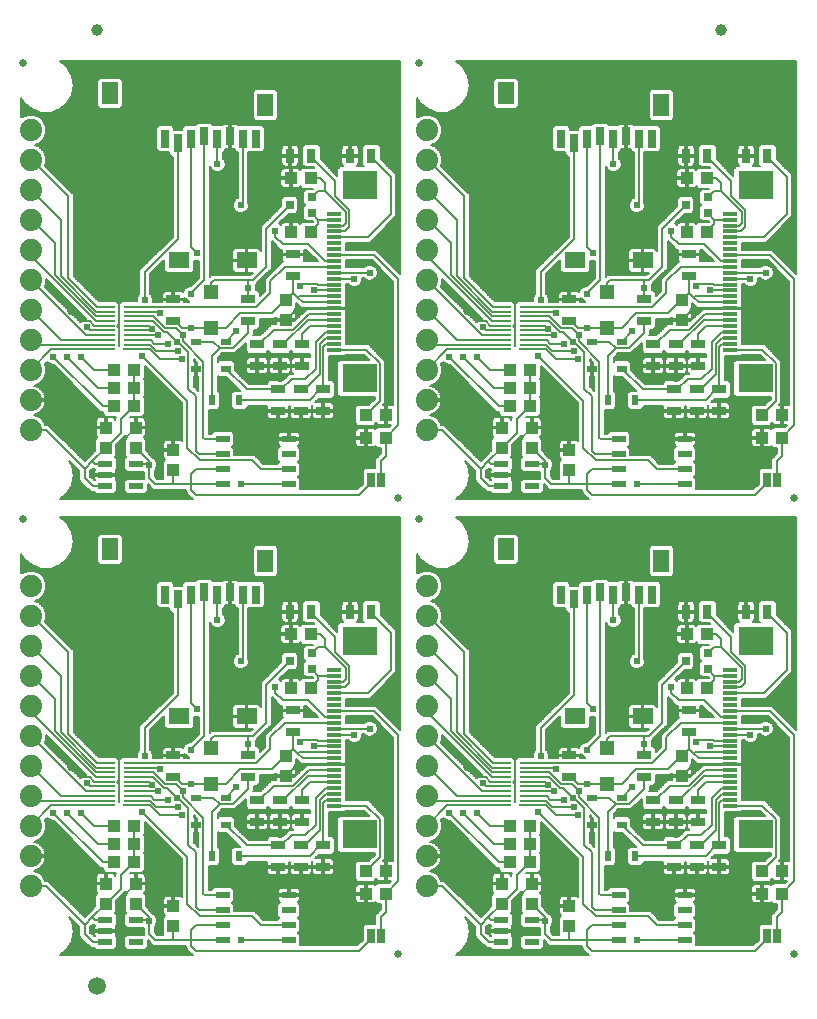
<source format=gtl>
G75*
%MOIN*%
%OFA0B0*%
%FSLAX25Y25*%
%IPPOS*%
%LPD*%
%AMOC8*
5,1,8,0,0,1.08239X$1,22.5*
%
%ADD10R,0.04331X0.03937*%
%ADD11R,0.04724X0.03150*%
%ADD12R,0.03937X0.04331*%
%ADD13R,0.03150X0.04724*%
%ADD14R,0.03268X0.02480*%
%ADD15R,0.02480X0.03268*%
%ADD16R,0.05118X0.05118*%
%ADD17R,0.02756X0.02756*%
%ADD18R,0.04921X0.01181*%
%ADD19R,0.11811X0.09449*%
%ADD20C,0.02500*%
%ADD21C,0.07400*%
%ADD22R,0.02500X0.05000*%
%ADD23R,0.04724X0.02165*%
%ADD24R,0.07087X0.05512*%
%ADD25R,0.05512X0.07480*%
%ADD26R,0.03150X0.05906*%
%ADD27R,0.04724X0.02362*%
%ADD28R,0.04331X0.00787*%
%ADD29R,0.03937X0.00787*%
%ADD30C,0.03937*%
%ADD31C,0.05906*%
%ADD32C,0.00600*%
%ADD33C,0.02400*%
%ADD34C,0.01000*%
%ADD35C,0.02700*%
D10*
X0065995Y0061750D03*
X0065995Y0067750D03*
X0065995Y0073750D03*
X0072688Y0073750D03*
X0072688Y0067750D03*
X0072688Y0061750D03*
X0124995Y0119750D03*
X0131688Y0119750D03*
X0131688Y0137750D03*
X0124995Y0137750D03*
X0149995Y0203250D03*
X0156688Y0203250D03*
X0156688Y0210750D03*
X0149995Y0210750D03*
X0197995Y0213750D03*
X0197995Y0219750D03*
X0197995Y0225750D03*
X0204688Y0225750D03*
X0204688Y0219750D03*
X0204688Y0213750D03*
X0256995Y0271750D03*
X0263688Y0271750D03*
X0263688Y0289750D03*
X0256995Y0289750D03*
X0281995Y0210750D03*
X0288688Y0210750D03*
X0288688Y0203250D03*
X0281995Y0203250D03*
X0263688Y0137750D03*
X0256995Y0137750D03*
X0256995Y0119750D03*
X0263688Y0119750D03*
X0281995Y0058750D03*
X0288688Y0058750D03*
X0288688Y0051250D03*
X0281995Y0051250D03*
X0204688Y0061750D03*
X0204688Y0067750D03*
X0204688Y0073750D03*
X0197995Y0073750D03*
X0197995Y0067750D03*
X0197995Y0061750D03*
X0156688Y0058750D03*
X0149995Y0058750D03*
X0149995Y0051250D03*
X0156688Y0051250D03*
X0072688Y0213750D03*
X0072688Y0219750D03*
X0072688Y0225750D03*
X0065995Y0225750D03*
X0065995Y0219750D03*
X0065995Y0213750D03*
X0124995Y0271750D03*
X0131688Y0271750D03*
X0131688Y0289750D03*
X0124995Y0289750D03*
D11*
X0125842Y0264293D03*
X0125842Y0257207D03*
X0110842Y0249293D03*
X0110842Y0242207D03*
X0113842Y0234293D03*
X0113842Y0227207D03*
X0121342Y0227207D03*
X0121342Y0234293D03*
X0128842Y0234293D03*
X0128842Y0227207D03*
X0128342Y0219293D03*
X0128342Y0212207D03*
X0135842Y0212207D03*
X0135842Y0219293D03*
X0120842Y0219293D03*
X0120842Y0212207D03*
X0085842Y0242207D03*
X0085842Y0249293D03*
X0217842Y0249293D03*
X0217842Y0242207D03*
X0242842Y0242207D03*
X0242842Y0249293D03*
X0245842Y0234293D03*
X0245842Y0227207D03*
X0253342Y0227207D03*
X0253342Y0234293D03*
X0260842Y0234293D03*
X0260842Y0227207D03*
X0260342Y0219293D03*
X0260342Y0212207D03*
X0267842Y0212207D03*
X0267842Y0219293D03*
X0252842Y0219293D03*
X0252842Y0212207D03*
X0257842Y0257207D03*
X0257842Y0264293D03*
X0257842Y0112293D03*
X0257842Y0105207D03*
X0242842Y0097293D03*
X0242842Y0090207D03*
X0245842Y0082293D03*
X0245842Y0075207D03*
X0253342Y0075207D03*
X0253342Y0082293D03*
X0260842Y0082293D03*
X0260842Y0075207D03*
X0260342Y0067293D03*
X0260342Y0060207D03*
X0267842Y0060207D03*
X0267842Y0067293D03*
X0252842Y0067293D03*
X0252842Y0060207D03*
X0217842Y0090207D03*
X0217842Y0097293D03*
X0135842Y0067293D03*
X0135842Y0060207D03*
X0128342Y0060207D03*
X0128342Y0067293D03*
X0120842Y0067293D03*
X0120842Y0060207D03*
X0121342Y0075207D03*
X0121342Y0082293D03*
X0128842Y0082293D03*
X0128842Y0075207D03*
X0113842Y0075207D03*
X0113842Y0082293D03*
X0110842Y0090207D03*
X0110842Y0097293D03*
X0125842Y0105207D03*
X0125842Y0112293D03*
X0085842Y0097293D03*
X0085842Y0090207D03*
D12*
X0123342Y0090404D03*
X0123342Y0097096D03*
X0073342Y0054596D03*
X0073342Y0047904D03*
X0063342Y0047904D03*
X0063342Y0054596D03*
X0085842Y0047096D03*
X0085842Y0040404D03*
X0195342Y0047904D03*
X0195342Y0054596D03*
X0205342Y0054596D03*
X0205342Y0047904D03*
X0217842Y0047096D03*
X0217842Y0040404D03*
X0255342Y0090404D03*
X0255342Y0097096D03*
X0217842Y0192404D03*
X0217842Y0199096D03*
X0205342Y0199904D03*
X0205342Y0206596D03*
X0195342Y0206596D03*
X0195342Y0199904D03*
X0255342Y0242404D03*
X0255342Y0249096D03*
X0123342Y0249096D03*
X0123342Y0242404D03*
X0085842Y0199096D03*
X0085842Y0192404D03*
X0073342Y0199904D03*
X0073342Y0206596D03*
X0063342Y0206596D03*
X0063342Y0199904D03*
D13*
X0124798Y0145250D03*
X0131885Y0145250D03*
X0144798Y0145250D03*
X0151885Y0145250D03*
X0256798Y0145250D03*
X0263885Y0145250D03*
X0276798Y0145250D03*
X0283885Y0145250D03*
X0283885Y0297250D03*
X0276798Y0297250D03*
X0263885Y0297250D03*
X0256798Y0297250D03*
X0151885Y0297250D03*
X0144798Y0297250D03*
X0131885Y0297250D03*
X0124798Y0297250D03*
D14*
X0103342Y0235278D03*
X0103342Y0226222D03*
X0093342Y0226222D03*
X0093342Y0235278D03*
X0225342Y0235278D03*
X0225342Y0226222D03*
X0235342Y0226222D03*
X0235342Y0235278D03*
X0235342Y0083278D03*
X0235342Y0074222D03*
X0225342Y0074222D03*
X0225342Y0083278D03*
X0103342Y0083278D03*
X0103342Y0074222D03*
X0093342Y0074222D03*
X0093342Y0083278D03*
D15*
X0098814Y0063750D03*
X0107869Y0063750D03*
X0230814Y0063750D03*
X0239869Y0063750D03*
X0239869Y0215750D03*
X0230814Y0215750D03*
X0107869Y0215750D03*
X0098814Y0215750D03*
D16*
X0098342Y0239844D03*
X0098342Y0251656D03*
X0230342Y0251656D03*
X0230342Y0239844D03*
X0230342Y0099656D03*
X0230342Y0087844D03*
X0098342Y0087844D03*
X0098342Y0099656D03*
D17*
X0124700Y0128750D03*
X0131984Y0126191D03*
X0131984Y0131309D03*
X0256700Y0128750D03*
X0263984Y0126191D03*
X0263984Y0131309D03*
X0263984Y0278191D03*
X0263984Y0283309D03*
X0256700Y0280750D03*
X0131984Y0278191D03*
X0131984Y0283309D03*
X0124700Y0280750D03*
D18*
X0139582Y0277888D03*
X0139582Y0275919D03*
X0139582Y0273951D03*
X0139582Y0271982D03*
X0139582Y0270014D03*
X0139582Y0268045D03*
X0139582Y0266077D03*
X0139582Y0264108D03*
X0139582Y0262140D03*
X0139582Y0260171D03*
X0139582Y0258203D03*
X0139582Y0256234D03*
X0139582Y0254266D03*
X0139582Y0252297D03*
X0139582Y0250329D03*
X0139582Y0248360D03*
X0139582Y0246392D03*
X0139582Y0244423D03*
X0139582Y0242455D03*
X0139582Y0240486D03*
X0139582Y0238518D03*
X0139582Y0236549D03*
X0139582Y0234581D03*
X0139582Y0232612D03*
X0139582Y0125888D03*
X0139582Y0123919D03*
X0139582Y0121951D03*
X0139582Y0119982D03*
X0139582Y0118014D03*
X0139582Y0116045D03*
X0139582Y0114077D03*
X0139582Y0112108D03*
X0139582Y0110140D03*
X0139582Y0108171D03*
X0139582Y0106203D03*
X0139582Y0104234D03*
X0139582Y0102266D03*
X0139582Y0100297D03*
X0139582Y0098329D03*
X0139582Y0096360D03*
X0139582Y0094392D03*
X0139582Y0092423D03*
X0139582Y0090455D03*
X0139582Y0088486D03*
X0139582Y0086518D03*
X0139582Y0084549D03*
X0139582Y0082581D03*
X0139582Y0080612D03*
X0271582Y0080612D03*
X0271582Y0082581D03*
X0271582Y0084549D03*
X0271582Y0086518D03*
X0271582Y0088486D03*
X0271582Y0090455D03*
X0271582Y0092423D03*
X0271582Y0094392D03*
X0271582Y0096360D03*
X0271582Y0098329D03*
X0271582Y0100297D03*
X0271582Y0102266D03*
X0271582Y0104234D03*
X0271582Y0106203D03*
X0271582Y0108171D03*
X0271582Y0110140D03*
X0271582Y0112108D03*
X0271582Y0114077D03*
X0271582Y0116045D03*
X0271582Y0118014D03*
X0271582Y0119982D03*
X0271582Y0121951D03*
X0271582Y0123919D03*
X0271582Y0125888D03*
X0271582Y0232612D03*
X0271582Y0234581D03*
X0271582Y0236549D03*
X0271582Y0238518D03*
X0271582Y0240486D03*
X0271582Y0242455D03*
X0271582Y0244423D03*
X0271582Y0246392D03*
X0271582Y0248360D03*
X0271582Y0250329D03*
X0271582Y0252297D03*
X0271582Y0254266D03*
X0271582Y0256234D03*
X0271582Y0258203D03*
X0271582Y0260171D03*
X0271582Y0262140D03*
X0271582Y0264108D03*
X0271582Y0266077D03*
X0271582Y0268045D03*
X0271582Y0270014D03*
X0271582Y0271982D03*
X0271582Y0273951D03*
X0271582Y0275919D03*
X0271582Y0277888D03*
D19*
X0279948Y0287533D03*
X0279948Y0222967D03*
X0279948Y0135533D03*
X0279948Y0070967D03*
X0147948Y0070967D03*
X0147948Y0135533D03*
X0147948Y0222967D03*
X0147948Y0287533D03*
D20*
X0167842Y0328250D03*
X0035842Y0328250D03*
X0160842Y0183250D03*
X0167842Y0176250D03*
X0292842Y0183250D03*
X0292842Y0031250D03*
X0160842Y0031250D03*
X0035842Y0176250D03*
D21*
X0038342Y0153750D03*
X0038342Y0143750D03*
X0038342Y0133750D03*
X0038342Y0123750D03*
X0038342Y0113750D03*
X0038342Y0103750D03*
X0038342Y0093750D03*
X0038342Y0083750D03*
X0038342Y0073750D03*
X0038342Y0063750D03*
X0038342Y0053750D03*
X0170342Y0053750D03*
X0170342Y0063750D03*
X0170342Y0073750D03*
X0170342Y0083750D03*
X0170342Y0093750D03*
X0170342Y0103750D03*
X0170342Y0113750D03*
X0170342Y0123750D03*
X0170342Y0133750D03*
X0170342Y0143750D03*
X0170342Y0153750D03*
X0170342Y0205750D03*
X0170342Y0215750D03*
X0170342Y0225750D03*
X0170342Y0235750D03*
X0170342Y0245750D03*
X0170342Y0255750D03*
X0170342Y0265750D03*
X0170342Y0275750D03*
X0170342Y0285750D03*
X0170342Y0295750D03*
X0170342Y0305750D03*
X0038342Y0305750D03*
X0038342Y0295750D03*
X0038342Y0285750D03*
X0038342Y0275750D03*
X0038342Y0265750D03*
X0038342Y0255750D03*
X0038342Y0245750D03*
X0038342Y0235750D03*
X0038342Y0225750D03*
X0038342Y0215750D03*
X0038342Y0205750D03*
D22*
X0151742Y0189250D03*
X0154942Y0189250D03*
X0283742Y0189250D03*
X0286942Y0189250D03*
X0286942Y0037250D03*
X0283742Y0037250D03*
X0154942Y0037250D03*
X0151742Y0037250D03*
D23*
X0195223Y0038750D03*
X0195223Y0035010D03*
X0195223Y0042490D03*
X0205460Y0042490D03*
X0205460Y0035010D03*
X0073460Y0035010D03*
X0073460Y0042490D03*
X0063223Y0042490D03*
X0063223Y0038750D03*
X0063223Y0035010D03*
X0063223Y0187010D03*
X0063223Y0190750D03*
X0063223Y0194490D03*
X0073460Y0194490D03*
X0073460Y0187010D03*
X0195223Y0187010D03*
X0195223Y0190750D03*
X0195223Y0194490D03*
X0205460Y0194490D03*
X0205460Y0187010D03*
D24*
X0219830Y0262325D03*
X0242271Y0262325D03*
X0110271Y0262325D03*
X0087830Y0262325D03*
X0087830Y0110325D03*
X0110271Y0110325D03*
X0219830Y0110325D03*
X0242271Y0110325D03*
D25*
X0248570Y0162096D03*
X0196798Y0166033D03*
X0116570Y0162096D03*
X0064798Y0166033D03*
X0116570Y0314096D03*
X0064798Y0318033D03*
X0196798Y0318033D03*
X0248570Y0314096D03*
D26*
X0245460Y0302876D03*
X0241129Y0302876D03*
X0236798Y0303663D03*
X0232468Y0302876D03*
X0228137Y0303663D03*
X0223806Y0302876D03*
X0219476Y0301301D03*
X0215145Y0302876D03*
X0113460Y0302876D03*
X0109129Y0302876D03*
X0104798Y0303663D03*
X0100468Y0302876D03*
X0096137Y0303663D03*
X0091806Y0302876D03*
X0087476Y0301301D03*
X0083145Y0302876D03*
X0096137Y0151663D03*
X0091806Y0150876D03*
X0087476Y0149301D03*
X0083145Y0150876D03*
X0100468Y0150876D03*
X0104798Y0151663D03*
X0109129Y0150876D03*
X0113460Y0150876D03*
X0215145Y0150876D03*
X0219476Y0149301D03*
X0223806Y0150876D03*
X0228137Y0151663D03*
X0232468Y0150876D03*
X0236798Y0151663D03*
X0241129Y0150876D03*
X0245460Y0150876D03*
D27*
X0256365Y0187750D03*
X0256365Y0192750D03*
X0256365Y0197750D03*
X0256365Y0202750D03*
X0234318Y0202750D03*
X0234318Y0197750D03*
X0234318Y0192750D03*
X0234318Y0187750D03*
X0124365Y0187750D03*
X0124365Y0192750D03*
X0124365Y0197750D03*
X0124365Y0202750D03*
X0102318Y0202750D03*
X0102318Y0197750D03*
X0102318Y0192750D03*
X0102318Y0187750D03*
X0102318Y0050750D03*
X0102318Y0045750D03*
X0102318Y0040750D03*
X0102318Y0035750D03*
X0124365Y0035750D03*
X0124365Y0040750D03*
X0124365Y0045750D03*
X0124365Y0050750D03*
X0234318Y0050750D03*
X0234318Y0045750D03*
X0234318Y0040750D03*
X0234318Y0035750D03*
X0256365Y0035750D03*
X0256365Y0040750D03*
X0256365Y0045750D03*
X0256365Y0050750D03*
D28*
X0203188Y0080663D03*
X0071188Y0080663D03*
X0071188Y0232663D03*
X0203188Y0232663D03*
D29*
X0203385Y0234238D03*
X0203385Y0235813D03*
X0203385Y0237388D03*
X0203385Y0238963D03*
X0203385Y0240537D03*
X0203385Y0242112D03*
X0203385Y0243687D03*
X0203385Y0245262D03*
X0203385Y0246837D03*
X0196298Y0246837D03*
X0196298Y0245262D03*
X0196298Y0243687D03*
X0196298Y0242112D03*
X0196298Y0240537D03*
X0196298Y0238963D03*
X0196298Y0237388D03*
X0196298Y0235813D03*
X0196298Y0234238D03*
X0196298Y0232663D03*
X0071385Y0234238D03*
X0071385Y0235813D03*
X0071385Y0237388D03*
X0071385Y0238963D03*
X0071385Y0240537D03*
X0071385Y0242112D03*
X0071385Y0243687D03*
X0071385Y0245262D03*
X0071385Y0246837D03*
X0064298Y0246837D03*
X0064298Y0245262D03*
X0064298Y0243687D03*
X0064298Y0242112D03*
X0064298Y0240537D03*
X0064298Y0238963D03*
X0064298Y0237388D03*
X0064298Y0235813D03*
X0064298Y0234238D03*
X0064298Y0232663D03*
X0064298Y0094837D03*
X0064298Y0093262D03*
X0064298Y0091687D03*
X0064298Y0090112D03*
X0064298Y0088537D03*
X0064298Y0086963D03*
X0064298Y0085388D03*
X0064298Y0083813D03*
X0064298Y0082238D03*
X0064298Y0080663D03*
X0071385Y0082238D03*
X0071385Y0083813D03*
X0071385Y0085388D03*
X0071385Y0086963D03*
X0071385Y0088537D03*
X0071385Y0090112D03*
X0071385Y0091687D03*
X0071385Y0093262D03*
X0071385Y0094837D03*
X0196298Y0094837D03*
X0196298Y0093262D03*
X0196298Y0091687D03*
X0196298Y0090112D03*
X0196298Y0088537D03*
X0196298Y0086963D03*
X0196298Y0085388D03*
X0196298Y0083813D03*
X0196298Y0082238D03*
X0196298Y0080663D03*
X0203385Y0082238D03*
X0203385Y0083813D03*
X0203385Y0085388D03*
X0203385Y0086963D03*
X0203385Y0088537D03*
X0203385Y0090112D03*
X0203385Y0091687D03*
X0203385Y0093262D03*
X0203385Y0094837D03*
D30*
X0268342Y0339000D03*
X0060342Y0339000D03*
D31*
X0060342Y0020500D03*
D32*
X0048013Y0030660D02*
X0047986Y0030650D01*
X0092396Y0030650D01*
X0091542Y0031504D01*
X0091542Y0031504D01*
X0090042Y0033004D01*
X0090042Y0033950D01*
X0079096Y0033950D01*
X0077323Y0035724D01*
X0077323Y0033306D01*
X0076444Y0032427D01*
X0070477Y0032427D01*
X0069598Y0033306D01*
X0069598Y0036714D01*
X0070477Y0037593D01*
X0076042Y0037593D01*
X0076042Y0039907D01*
X0070477Y0039907D01*
X0069598Y0040786D01*
X0069598Y0044194D01*
X0070197Y0044793D01*
X0069873Y0045117D01*
X0069873Y0050690D01*
X0070575Y0051391D01*
X0070333Y0051633D01*
X0070162Y0051929D01*
X0070109Y0052126D01*
X0069087Y0051104D01*
X0066810Y0048826D01*
X0066810Y0045117D01*
X0066487Y0044793D01*
X0067085Y0044194D01*
X0067085Y0040786D01*
X0066737Y0040438D01*
X0066797Y0040334D01*
X0066885Y0040004D01*
X0066885Y0038991D01*
X0063465Y0038991D01*
X0063465Y0038509D01*
X0066885Y0038509D01*
X0066885Y0037496D01*
X0066797Y0037166D01*
X0066737Y0037062D01*
X0067085Y0036714D01*
X0067085Y0033306D01*
X0066207Y0032427D01*
X0060240Y0032427D01*
X0059457Y0033210D01*
X0058336Y0033210D01*
X0055596Y0035950D01*
X0054542Y0037004D01*
X0054542Y0040158D01*
X0051254Y0043446D01*
X0052120Y0041945D01*
X0052120Y0041945D01*
X0052684Y0038750D01*
X0052684Y0038750D01*
X0052120Y0035555D01*
X0052120Y0035555D01*
X0050498Y0032745D01*
X0050498Y0032745D01*
X0050498Y0032745D01*
X0048013Y0030660D01*
X0048013Y0030660D01*
X0048590Y0031144D02*
X0091902Y0031144D01*
X0091304Y0031743D02*
X0049303Y0031743D01*
X0050017Y0032341D02*
X0090705Y0032341D01*
X0090107Y0032940D02*
X0076956Y0032940D01*
X0077323Y0033538D02*
X0090042Y0033538D01*
X0091842Y0033750D02*
X0093342Y0032250D01*
X0147842Y0032250D01*
X0150842Y0035250D01*
X0150842Y0036350D01*
X0151742Y0037250D01*
X0148992Y0037129D02*
X0128228Y0037129D01*
X0128228Y0037552D02*
X0127530Y0038250D01*
X0128228Y0038948D01*
X0128228Y0042552D01*
X0127530Y0043250D01*
X0128228Y0043948D01*
X0128228Y0047552D01*
X0127352Y0048428D01*
X0127526Y0048529D01*
X0127768Y0048771D01*
X0127939Y0049067D01*
X0128028Y0049398D01*
X0128028Y0050459D01*
X0124656Y0050459D01*
X0124656Y0051041D01*
X0124075Y0051041D01*
X0124075Y0053231D01*
X0121832Y0053231D01*
X0121501Y0053142D01*
X0121205Y0052971D01*
X0120963Y0052729D01*
X0120792Y0052433D01*
X0120703Y0052102D01*
X0120703Y0051041D01*
X0124075Y0051041D01*
X0124075Y0050459D01*
X0120703Y0050459D01*
X0120703Y0049398D01*
X0120792Y0049067D01*
X0120963Y0048771D01*
X0121205Y0048529D01*
X0121379Y0048428D01*
X0120503Y0047552D01*
X0120503Y0043948D01*
X0121201Y0043250D01*
X0120503Y0042552D01*
X0120503Y0042550D01*
X0115901Y0042550D01*
X0114055Y0044396D01*
X0113001Y0045450D01*
X0106180Y0045450D01*
X0106180Y0047552D01*
X0105483Y0048250D01*
X0106180Y0048948D01*
X0106180Y0052552D01*
X0105302Y0053431D01*
X0099335Y0053431D01*
X0098456Y0052552D01*
X0098456Y0052550D01*
X0097676Y0052550D01*
X0097676Y0060616D01*
X0100676Y0060616D01*
X0101554Y0061495D01*
X0101554Y0066005D01*
X0100676Y0066884D01*
X0100614Y0066884D01*
X0100614Y0071955D01*
X0101087Y0071482D01*
X0103536Y0071482D01*
X0108135Y0066884D01*
X0106008Y0066884D01*
X0105129Y0066005D01*
X0105129Y0061495D01*
X0106008Y0060616D01*
X0109731Y0060616D01*
X0110610Y0061495D01*
X0110610Y0061950D01*
X0117180Y0061950D01*
X0117180Y0060507D01*
X0120542Y0060507D01*
X0120542Y0059907D01*
X0117180Y0059907D01*
X0117180Y0058461D01*
X0117268Y0058130D01*
X0117439Y0057834D01*
X0117681Y0057592D01*
X0117978Y0057420D01*
X0118308Y0057332D01*
X0120542Y0057332D01*
X0120542Y0059907D01*
X0121142Y0059907D01*
X0121142Y0060507D01*
X0124504Y0060507D01*
X0124504Y0061950D01*
X0124680Y0061950D01*
X0124680Y0060507D01*
X0128042Y0060507D01*
X0128042Y0059907D01*
X0124680Y0059907D01*
X0124680Y0058461D01*
X0124768Y0058130D01*
X0124939Y0057834D01*
X0125181Y0057592D01*
X0125478Y0057420D01*
X0125808Y0057332D01*
X0128042Y0057332D01*
X0128042Y0059907D01*
X0128642Y0059907D01*
X0128642Y0060507D01*
X0132004Y0060507D01*
X0132004Y0061950D01*
X0132087Y0061950D01*
X0132212Y0062075D01*
X0132180Y0061953D01*
X0132180Y0060507D01*
X0135542Y0060507D01*
X0135542Y0063081D01*
X0133308Y0063081D01*
X0133186Y0063049D01*
X0134356Y0064219D01*
X0138825Y0064219D01*
X0139704Y0065097D01*
X0139704Y0069489D01*
X0138825Y0070368D01*
X0137642Y0070368D01*
X0137642Y0078522D01*
X0142664Y0078522D01*
X0142954Y0078812D01*
X0149460Y0078812D01*
X0151081Y0077191D01*
X0141421Y0077191D01*
X0140543Y0076312D01*
X0140543Y0065621D01*
X0141421Y0064742D01*
X0152954Y0064742D01*
X0152954Y0064254D01*
X0150918Y0062218D01*
X0147209Y0062218D01*
X0146330Y0061340D01*
X0146330Y0056160D01*
X0147209Y0055281D01*
X0152782Y0055281D01*
X0153483Y0055983D01*
X0153725Y0055741D01*
X0154021Y0055570D01*
X0154352Y0055481D01*
X0156388Y0055481D01*
X0156388Y0058450D01*
X0156988Y0058450D01*
X0156988Y0055481D01*
X0158374Y0055481D01*
X0157611Y0054718D01*
X0153902Y0054718D01*
X0153200Y0054017D01*
X0152959Y0054259D01*
X0152662Y0054430D01*
X0152332Y0054518D01*
X0150295Y0054518D01*
X0150295Y0051550D01*
X0149695Y0051550D01*
X0149695Y0050950D01*
X0146530Y0050950D01*
X0146530Y0049110D01*
X0146619Y0048780D01*
X0146790Y0048483D01*
X0147032Y0048241D01*
X0147328Y0048070D01*
X0147659Y0047981D01*
X0149695Y0047981D01*
X0149695Y0050950D01*
X0150295Y0050950D01*
X0150295Y0047981D01*
X0152332Y0047981D01*
X0152662Y0048070D01*
X0152959Y0048241D01*
X0153200Y0048483D01*
X0153902Y0047781D01*
X0155042Y0047781D01*
X0155042Y0045996D01*
X0153142Y0044096D01*
X0153142Y0041250D01*
X0149870Y0041250D01*
X0148992Y0040371D01*
X0148992Y0035946D01*
X0147096Y0034050D01*
X0128228Y0034050D01*
X0128228Y0037552D01*
X0128052Y0037728D02*
X0148992Y0037728D01*
X0148992Y0038326D02*
X0127606Y0038326D01*
X0128205Y0038925D02*
X0148992Y0038925D01*
X0148992Y0039523D02*
X0128228Y0039523D01*
X0128228Y0040122D02*
X0148992Y0040122D01*
X0149341Y0040720D02*
X0128228Y0040720D01*
X0128228Y0041319D02*
X0153142Y0041319D01*
X0153142Y0041917D02*
X0128228Y0041917D01*
X0128228Y0042516D02*
X0153142Y0042516D01*
X0153142Y0043114D02*
X0127666Y0043114D01*
X0127993Y0043713D02*
X0153142Y0043713D01*
X0153358Y0044311D02*
X0128228Y0044311D01*
X0128228Y0044910D02*
X0153956Y0044910D01*
X0154555Y0045508D02*
X0128228Y0045508D01*
X0128228Y0046107D02*
X0155042Y0046107D01*
X0155042Y0046705D02*
X0128228Y0046705D01*
X0128228Y0047304D02*
X0155042Y0047304D01*
X0153781Y0047902D02*
X0127878Y0047902D01*
X0127478Y0048501D02*
X0146780Y0048501D01*
X0146533Y0049099D02*
X0127948Y0049099D01*
X0128028Y0049698D02*
X0146530Y0049698D01*
X0146530Y0050296D02*
X0128028Y0050296D01*
X0128028Y0051041D02*
X0128028Y0052102D01*
X0127939Y0052433D01*
X0127768Y0052729D01*
X0127526Y0052971D01*
X0127229Y0053142D01*
X0126899Y0053231D01*
X0124656Y0053231D01*
X0124656Y0051041D01*
X0128028Y0051041D01*
X0128028Y0051493D02*
X0149695Y0051493D01*
X0149695Y0051550D02*
X0146530Y0051550D01*
X0146530Y0053390D01*
X0146619Y0053720D01*
X0146790Y0054017D01*
X0147032Y0054259D01*
X0147328Y0054430D01*
X0147659Y0054518D01*
X0149695Y0054518D01*
X0149695Y0051550D01*
X0149695Y0052092D02*
X0150295Y0052092D01*
X0150295Y0052690D02*
X0149695Y0052690D01*
X0149695Y0053289D02*
X0150295Y0053289D01*
X0150295Y0053887D02*
X0149695Y0053887D01*
X0149695Y0054486D02*
X0150295Y0054486D01*
X0152453Y0054486D02*
X0153669Y0054486D01*
X0153826Y0055683D02*
X0153184Y0055683D01*
X0156388Y0055683D02*
X0156988Y0055683D01*
X0156988Y0056282D02*
X0156388Y0056282D01*
X0156388Y0056880D02*
X0156988Y0056880D01*
X0156988Y0057479D02*
X0156388Y0057479D01*
X0156388Y0058077D02*
X0156988Y0058077D01*
X0156988Y0059050D02*
X0156388Y0059050D01*
X0156388Y0062018D01*
X0155809Y0062018D01*
X0156554Y0062763D01*
X0156554Y0076809D01*
X0155499Y0077864D01*
X0150951Y0082412D01*
X0143543Y0082412D01*
X0143543Y0093635D01*
X0143343Y0093835D01*
X0143343Y0094392D01*
X0143343Y0094948D01*
X0143543Y0095148D01*
X0143543Y0102434D01*
X0144073Y0102434D01*
X0144695Y0101813D01*
X0145687Y0101402D01*
X0146761Y0101402D01*
X0147753Y0101813D01*
X0148513Y0102573D01*
X0148924Y0103565D01*
X0148924Y0104403D01*
X0149371Y0104403D01*
X0149812Y0103961D01*
X0150805Y0103550D01*
X0151879Y0103550D01*
X0152871Y0103961D01*
X0153631Y0104721D01*
X0154042Y0105713D01*
X0154042Y0106787D01*
X0153631Y0107779D01*
X0152871Y0108539D01*
X0151879Y0108950D01*
X0150805Y0108950D01*
X0149812Y0108539D01*
X0149276Y0108003D01*
X0143543Y0108003D01*
X0143543Y0110308D01*
X0151954Y0110308D01*
X0159042Y0103221D01*
X0159042Y0062014D01*
X0159025Y0062018D01*
X0156988Y0062018D01*
X0156988Y0059050D01*
X0156988Y0059274D02*
X0156388Y0059274D01*
X0156388Y0059873D02*
X0156988Y0059873D01*
X0156988Y0060471D02*
X0156388Y0060471D01*
X0156388Y0061070D02*
X0156988Y0061070D01*
X0156988Y0061668D02*
X0156388Y0061668D01*
X0156058Y0062267D02*
X0159042Y0062267D01*
X0159042Y0062865D02*
X0156554Y0062865D01*
X0156554Y0063464D02*
X0159042Y0063464D01*
X0159042Y0064062D02*
X0156554Y0064062D01*
X0156554Y0064661D02*
X0159042Y0064661D01*
X0159042Y0065259D02*
X0156554Y0065259D01*
X0156554Y0065858D02*
X0159042Y0065858D01*
X0159042Y0066456D02*
X0156554Y0066456D01*
X0156554Y0067055D02*
X0159042Y0067055D01*
X0159042Y0067653D02*
X0156554Y0067653D01*
X0156554Y0068252D02*
X0159042Y0068252D01*
X0159042Y0068850D02*
X0156554Y0068850D01*
X0156554Y0069449D02*
X0159042Y0069449D01*
X0159042Y0070047D02*
X0156554Y0070047D01*
X0156554Y0070646D02*
X0159042Y0070646D01*
X0159042Y0071244D02*
X0156554Y0071244D01*
X0156554Y0071843D02*
X0159042Y0071843D01*
X0159042Y0072441D02*
X0156554Y0072441D01*
X0156554Y0073040D02*
X0159042Y0073040D01*
X0159042Y0073638D02*
X0156554Y0073638D01*
X0156554Y0074237D02*
X0159042Y0074237D01*
X0159042Y0074835D02*
X0156554Y0074835D01*
X0156554Y0075434D02*
X0159042Y0075434D01*
X0159042Y0076032D02*
X0156554Y0076032D01*
X0156554Y0076631D02*
X0159042Y0076631D01*
X0159042Y0077229D02*
X0156134Y0077229D01*
X0155535Y0077828D02*
X0159042Y0077828D01*
X0159042Y0078426D02*
X0154936Y0078426D01*
X0154338Y0079025D02*
X0159042Y0079025D01*
X0159042Y0079623D02*
X0153739Y0079623D01*
X0153141Y0080222D02*
X0159042Y0080222D01*
X0159042Y0080820D02*
X0152542Y0080820D01*
X0151944Y0081419D02*
X0159042Y0081419D01*
X0159042Y0082018D02*
X0151345Y0082018D01*
X0150205Y0080612D02*
X0154754Y0076064D01*
X0154754Y0063508D01*
X0149995Y0058750D01*
X0150966Y0062267D02*
X0139420Y0062267D01*
X0139415Y0062283D02*
X0139244Y0062580D01*
X0139002Y0062822D01*
X0138706Y0062993D01*
X0138375Y0063081D01*
X0136142Y0063081D01*
X0136142Y0060507D01*
X0135542Y0060507D01*
X0135542Y0059907D01*
X0132180Y0059907D01*
X0132180Y0058461D01*
X0132268Y0058130D01*
X0132439Y0057834D01*
X0132681Y0057592D01*
X0132978Y0057420D01*
X0133308Y0057332D01*
X0135542Y0057332D01*
X0135542Y0059907D01*
X0136142Y0059907D01*
X0136142Y0060507D01*
X0139504Y0060507D01*
X0139504Y0061953D01*
X0139415Y0062283D01*
X0139504Y0061668D02*
X0146658Y0061668D01*
X0146330Y0061070D02*
X0139504Y0061070D01*
X0139504Y0059907D02*
X0136142Y0059907D01*
X0136142Y0057332D01*
X0138375Y0057332D01*
X0138706Y0057420D01*
X0139002Y0057592D01*
X0139244Y0057834D01*
X0139415Y0058130D01*
X0139504Y0058461D01*
X0139504Y0059907D01*
X0139504Y0059873D02*
X0146330Y0059873D01*
X0146330Y0060471D02*
X0136142Y0060471D01*
X0136142Y0059873D02*
X0135542Y0059873D01*
X0135542Y0060471D02*
X0128642Y0060471D01*
X0128642Y0059907D02*
X0132004Y0059907D01*
X0132004Y0058461D01*
X0131915Y0058130D01*
X0131744Y0057834D01*
X0131502Y0057592D01*
X0131206Y0057420D01*
X0130875Y0057332D01*
X0128642Y0057332D01*
X0128642Y0059907D01*
X0128642Y0059873D02*
X0128042Y0059873D01*
X0128042Y0060471D02*
X0121142Y0060471D01*
X0120842Y0060207D02*
X0115385Y0060207D01*
X0115342Y0060250D01*
X0117180Y0059873D02*
X0097676Y0059873D01*
X0097676Y0060471D02*
X0120542Y0060471D01*
X0120542Y0059873D02*
X0121142Y0059873D01*
X0121142Y0059907D02*
X0121142Y0057332D01*
X0123375Y0057332D01*
X0123706Y0057420D01*
X0124002Y0057592D01*
X0124244Y0057834D01*
X0124415Y0058130D01*
X0124504Y0058461D01*
X0124504Y0059907D01*
X0121142Y0059907D01*
X0121142Y0059274D02*
X0120542Y0059274D01*
X0120542Y0058676D02*
X0121142Y0058676D01*
X0121142Y0058077D02*
X0120542Y0058077D01*
X0120542Y0057479D02*
X0121142Y0057479D01*
X0123806Y0057479D02*
X0125377Y0057479D01*
X0124799Y0058077D02*
X0124385Y0058077D01*
X0124504Y0058676D02*
X0124680Y0058676D01*
X0124680Y0059274D02*
X0124504Y0059274D01*
X0124504Y0059873D02*
X0124680Y0059873D01*
X0124680Y0061070D02*
X0124504Y0061070D01*
X0124504Y0061668D02*
X0124680Y0061668D01*
X0128042Y0059274D02*
X0128642Y0059274D01*
X0128642Y0058676D02*
X0128042Y0058676D01*
X0128042Y0058077D02*
X0128642Y0058077D01*
X0128642Y0057479D02*
X0128042Y0057479D01*
X0131306Y0057479D02*
X0132877Y0057479D01*
X0132299Y0058077D02*
X0131885Y0058077D01*
X0132004Y0058676D02*
X0132180Y0058676D01*
X0132180Y0059274D02*
X0132004Y0059274D01*
X0132004Y0059873D02*
X0132180Y0059873D01*
X0132180Y0061070D02*
X0132004Y0061070D01*
X0132004Y0061668D02*
X0132180Y0061668D01*
X0131342Y0063750D02*
X0134885Y0067293D01*
X0135842Y0067293D01*
X0135842Y0081581D01*
X0136842Y0082581D01*
X0139582Y0082581D01*
X0139582Y0084549D02*
X0136641Y0084549D01*
X0134642Y0082550D01*
X0134642Y0072550D01*
X0130342Y0068250D01*
X0129298Y0068250D01*
X0128342Y0067293D01*
X0129842Y0070750D02*
X0125342Y0070750D01*
X0121885Y0067293D01*
X0120842Y0067293D01*
X0110271Y0067293D01*
X0103342Y0074222D01*
X0103774Y0071244D02*
X0100614Y0071244D01*
X0100614Y0070646D02*
X0104373Y0070646D01*
X0104971Y0070047D02*
X0100614Y0070047D01*
X0100614Y0069449D02*
X0105570Y0069449D01*
X0106168Y0068850D02*
X0100614Y0068850D01*
X0100614Y0068252D02*
X0106767Y0068252D01*
X0107365Y0067653D02*
X0100614Y0067653D01*
X0100614Y0067055D02*
X0107964Y0067055D01*
X0105580Y0066456D02*
X0101103Y0066456D01*
X0101554Y0065858D02*
X0105129Y0065858D01*
X0105129Y0065259D02*
X0101554Y0065259D01*
X0101554Y0064661D02*
X0105129Y0064661D01*
X0105129Y0064062D02*
X0101554Y0064062D01*
X0101554Y0063464D02*
X0105129Y0063464D01*
X0105129Y0062865D02*
X0101554Y0062865D01*
X0101554Y0062267D02*
X0105129Y0062267D01*
X0105129Y0061668D02*
X0101554Y0061668D01*
X0101129Y0061070D02*
X0105554Y0061070D01*
X0107869Y0063750D02*
X0131342Y0063750D01*
X0133601Y0063464D02*
X0152163Y0063464D01*
X0151565Y0062865D02*
X0138927Y0062865D01*
X0139268Y0064661D02*
X0152954Y0064661D01*
X0152762Y0064062D02*
X0134200Y0064062D01*
X0135542Y0062865D02*
X0136142Y0062865D01*
X0136142Y0062267D02*
X0135542Y0062267D01*
X0135542Y0061668D02*
X0136142Y0061668D01*
X0136142Y0061070D02*
X0135542Y0061070D01*
X0135542Y0059274D02*
X0136142Y0059274D01*
X0136142Y0058676D02*
X0135542Y0058676D01*
X0135542Y0058077D02*
X0136142Y0058077D01*
X0136142Y0057479D02*
X0135542Y0057479D01*
X0138806Y0057479D02*
X0146330Y0057479D01*
X0146330Y0058077D02*
X0139385Y0058077D01*
X0139504Y0058676D02*
X0146330Y0058676D01*
X0146330Y0059274D02*
X0139504Y0059274D01*
X0146330Y0056880D02*
X0097676Y0056880D01*
X0097676Y0056282D02*
X0146330Y0056282D01*
X0146807Y0055683D02*
X0097676Y0055683D01*
X0097676Y0055084D02*
X0157977Y0055084D01*
X0160842Y0055404D02*
X0156688Y0051250D01*
X0156842Y0051096D01*
X0156842Y0045250D01*
X0154942Y0043350D01*
X0154942Y0037250D01*
X0148992Y0036531D02*
X0128228Y0036531D01*
X0128228Y0035932D02*
X0148978Y0035932D01*
X0148380Y0035334D02*
X0128228Y0035334D01*
X0128228Y0034735D02*
X0147781Y0034735D01*
X0147183Y0034137D02*
X0128228Y0034137D01*
X0124365Y0035750D02*
X0108342Y0035750D01*
X0102318Y0035750D02*
X0091842Y0035750D01*
X0085842Y0035750D01*
X0085842Y0040404D01*
X0082373Y0040122D02*
X0079642Y0040122D01*
X0079642Y0040232D02*
X0080131Y0040721D01*
X0080542Y0041713D01*
X0080542Y0042787D01*
X0080131Y0043779D01*
X0079371Y0044539D01*
X0079168Y0044623D01*
X0078587Y0045204D01*
X0076810Y0046981D01*
X0076810Y0050690D01*
X0076109Y0051391D01*
X0076351Y0051633D01*
X0076522Y0051929D01*
X0076610Y0052260D01*
X0076610Y0054296D01*
X0073642Y0054296D01*
X0073642Y0054896D01*
X0076610Y0054896D01*
X0076610Y0056933D01*
X0076522Y0057264D01*
X0076351Y0057560D01*
X0076109Y0057802D01*
X0075812Y0057973D01*
X0075481Y0058062D01*
X0073642Y0058062D01*
X0073642Y0054896D01*
X0073042Y0054896D01*
X0073042Y0058062D01*
X0071546Y0058062D01*
X0071765Y0058281D01*
X0075475Y0058281D01*
X0076354Y0059160D01*
X0076354Y0064340D01*
X0075943Y0064750D01*
X0076354Y0065160D01*
X0076354Y0070340D01*
X0075943Y0070750D01*
X0076354Y0071160D01*
X0076354Y0075006D01*
X0088698Y0062661D01*
X0088698Y0050212D01*
X0088609Y0050302D01*
X0088312Y0050473D01*
X0087981Y0050562D01*
X0086142Y0050562D01*
X0086142Y0047396D01*
X0085542Y0047396D01*
X0085542Y0046796D01*
X0082573Y0046796D01*
X0082573Y0044760D01*
X0082662Y0044429D01*
X0082833Y0044133D01*
X0083075Y0043891D01*
X0082373Y0043190D01*
X0082373Y0037617D01*
X0082440Y0037550D01*
X0080587Y0037550D01*
X0079642Y0038496D01*
X0079642Y0040232D01*
X0080130Y0040720D02*
X0082373Y0040720D01*
X0082373Y0041319D02*
X0080379Y0041319D01*
X0080542Y0041917D02*
X0082373Y0041917D01*
X0082373Y0042516D02*
X0080542Y0042516D01*
X0080406Y0043114D02*
X0082373Y0043114D01*
X0082896Y0043713D02*
X0080158Y0043713D01*
X0079599Y0044311D02*
X0082730Y0044311D01*
X0082573Y0044910D02*
X0078881Y0044910D01*
X0078283Y0045508D02*
X0082573Y0045508D01*
X0082573Y0046107D02*
X0077684Y0046107D01*
X0077086Y0046705D02*
X0082573Y0046705D01*
X0082573Y0047396D02*
X0085542Y0047396D01*
X0085542Y0050562D01*
X0083702Y0050562D01*
X0083372Y0050473D01*
X0083075Y0050302D01*
X0082833Y0050060D01*
X0082662Y0049764D01*
X0082573Y0049433D01*
X0082573Y0047396D01*
X0082573Y0047902D02*
X0076810Y0047902D01*
X0076810Y0047304D02*
X0085542Y0047304D01*
X0085842Y0047096D02*
X0081188Y0047096D01*
X0080842Y0046750D01*
X0082573Y0048501D02*
X0076810Y0048501D01*
X0076810Y0049099D02*
X0082573Y0049099D01*
X0082644Y0049698D02*
X0076810Y0049698D01*
X0076810Y0050296D02*
X0083069Y0050296D01*
X0085542Y0050296D02*
X0086142Y0050296D01*
X0086142Y0049698D02*
X0085542Y0049698D01*
X0085542Y0049099D02*
X0086142Y0049099D01*
X0086142Y0048501D02*
X0085542Y0048501D01*
X0085542Y0047902D02*
X0086142Y0047902D01*
X0085842Y0047096D02*
X0085842Y0053750D01*
X0087842Y0055750D01*
X0088698Y0055683D02*
X0076610Y0055683D01*
X0076610Y0055084D02*
X0088698Y0055084D01*
X0088698Y0054486D02*
X0073642Y0054486D01*
X0073342Y0054596D02*
X0068842Y0050096D01*
X0068842Y0049250D01*
X0069873Y0049099D02*
X0067083Y0049099D01*
X0066810Y0048501D02*
X0069873Y0048501D01*
X0069873Y0047902D02*
X0066810Y0047902D01*
X0066810Y0047304D02*
X0069873Y0047304D01*
X0069873Y0046705D02*
X0066810Y0046705D01*
X0066810Y0046107D02*
X0069873Y0046107D01*
X0069873Y0045508D02*
X0066810Y0045508D01*
X0066603Y0044910D02*
X0070080Y0044910D01*
X0069715Y0044311D02*
X0066968Y0044311D01*
X0067085Y0043713D02*
X0069598Y0043713D01*
X0069598Y0043114D02*
X0067085Y0043114D01*
X0067085Y0042516D02*
X0069598Y0042516D01*
X0069598Y0041917D02*
X0067085Y0041917D01*
X0067085Y0041319D02*
X0069598Y0041319D01*
X0069664Y0040720D02*
X0067020Y0040720D01*
X0066854Y0040122D02*
X0070263Y0040122D01*
X0070013Y0037129D02*
X0066776Y0037129D01*
X0066885Y0037728D02*
X0076042Y0037728D01*
X0076042Y0038326D02*
X0066885Y0038326D01*
X0066885Y0039523D02*
X0076042Y0039523D01*
X0076042Y0038925D02*
X0063465Y0038925D01*
X0063223Y0038750D02*
X0058842Y0038750D01*
X0058311Y0038326D02*
X0059561Y0038326D01*
X0059561Y0038509D02*
X0059561Y0037496D01*
X0059650Y0037166D01*
X0059709Y0037062D01*
X0059642Y0036995D01*
X0058142Y0038496D01*
X0058142Y0040158D01*
X0058765Y0040781D01*
X0058856Y0040690D01*
X0059457Y0040690D01*
X0059709Y0040438D01*
X0059650Y0040334D01*
X0059561Y0040004D01*
X0059561Y0038991D01*
X0062982Y0038991D01*
X0062982Y0038509D01*
X0059561Y0038509D01*
X0059561Y0037728D02*
X0058910Y0037728D01*
X0059508Y0037129D02*
X0059671Y0037129D01*
X0059082Y0035010D02*
X0056342Y0037750D01*
X0056342Y0040904D01*
X0043495Y0053750D01*
X0038342Y0053750D01*
X0043170Y0055683D02*
X0060073Y0055683D01*
X0060073Y0055084D02*
X0044706Y0055084D01*
X0044241Y0055550D02*
X0043225Y0055550D01*
X0042750Y0056696D01*
X0041287Y0058158D01*
X0039540Y0058882D01*
X0040261Y0059116D01*
X0040962Y0059474D01*
X0041599Y0059936D01*
X0042156Y0060493D01*
X0042618Y0061129D01*
X0042975Y0061831D01*
X0043219Y0062579D01*
X0043342Y0063356D01*
X0043342Y0063450D01*
X0038642Y0063450D01*
X0038642Y0064050D01*
X0043342Y0064050D01*
X0043342Y0064144D01*
X0043219Y0064921D01*
X0042975Y0065669D01*
X0042618Y0066371D01*
X0042156Y0067007D01*
X0041599Y0067564D01*
X0040962Y0068026D01*
X0040261Y0068384D01*
X0039540Y0068618D01*
X0041287Y0069342D01*
X0042750Y0070804D01*
X0043542Y0072716D01*
X0043542Y0074784D01*
X0043067Y0075930D01*
X0043705Y0076568D01*
X0044297Y0075976D01*
X0045290Y0075565D01*
X0045981Y0075565D01*
X0061596Y0059950D01*
X0062330Y0059950D01*
X0062330Y0059160D01*
X0063209Y0058281D01*
X0066674Y0058281D01*
X0066542Y0058149D01*
X0066542Y0057189D01*
X0066522Y0057264D01*
X0066351Y0057560D01*
X0066109Y0057802D01*
X0065812Y0057973D01*
X0065481Y0058062D01*
X0063642Y0058062D01*
X0063642Y0054896D01*
X0063042Y0054896D01*
X0063042Y0054296D01*
X0060073Y0054296D01*
X0060073Y0052260D01*
X0060162Y0051929D01*
X0060333Y0051633D01*
X0060575Y0051391D01*
X0059873Y0050690D01*
X0059873Y0046981D01*
X0058019Y0045127D01*
X0056965Y0044072D01*
X0056342Y0043449D01*
X0044241Y0055550D01*
X0045305Y0054486D02*
X0063042Y0054486D01*
X0063342Y0054596D02*
X0058495Y0054596D01*
X0058342Y0054750D01*
X0060073Y0054896D02*
X0060073Y0056933D01*
X0060162Y0057264D01*
X0060333Y0057560D01*
X0060575Y0057802D01*
X0060872Y0057973D01*
X0061202Y0058062D01*
X0063042Y0058062D01*
X0063042Y0054896D01*
X0060073Y0054896D01*
X0060073Y0053887D02*
X0045903Y0053887D01*
X0046502Y0053289D02*
X0060073Y0053289D01*
X0060073Y0052690D02*
X0047100Y0052690D01*
X0047699Y0052092D02*
X0060118Y0052092D01*
X0060472Y0051493D02*
X0048297Y0051493D01*
X0048896Y0050895D02*
X0060078Y0050895D01*
X0059873Y0050296D02*
X0049495Y0050296D01*
X0050093Y0049698D02*
X0059873Y0049698D01*
X0059873Y0049099D02*
X0050692Y0049099D01*
X0051290Y0048501D02*
X0059873Y0048501D01*
X0059873Y0047902D02*
X0051889Y0047902D01*
X0052487Y0047304D02*
X0059873Y0047304D01*
X0059598Y0046705D02*
X0053086Y0046705D01*
X0053684Y0046107D02*
X0059000Y0046107D01*
X0058401Y0045508D02*
X0054283Y0045508D01*
X0054881Y0044910D02*
X0057802Y0044910D01*
X0057204Y0044311D02*
X0055480Y0044311D01*
X0056078Y0043713D02*
X0056605Y0043713D01*
X0058765Y0043327D02*
X0059602Y0042490D01*
X0063223Y0042490D01*
X0062982Y0038925D02*
X0058142Y0038925D01*
X0058142Y0039523D02*
X0059561Y0039523D01*
X0059593Y0040122D02*
X0058142Y0040122D01*
X0058704Y0040720D02*
X0058826Y0040720D01*
X0056342Y0040904D02*
X0058765Y0043327D01*
X0063342Y0047904D01*
X0063223Y0047785D01*
X0063342Y0047904D02*
X0068342Y0052904D01*
X0068342Y0057404D01*
X0072688Y0061750D01*
X0072688Y0067750D01*
X0072688Y0073750D01*
X0076354Y0073638D02*
X0077721Y0073638D01*
X0078320Y0073040D02*
X0076354Y0073040D01*
X0076354Y0072441D02*
X0078918Y0072441D01*
X0079517Y0071843D02*
X0076354Y0071843D01*
X0076354Y0071244D02*
X0080115Y0071244D01*
X0080714Y0070646D02*
X0076048Y0070646D01*
X0076354Y0070047D02*
X0081312Y0070047D01*
X0081911Y0069449D02*
X0076354Y0069449D01*
X0076354Y0068850D02*
X0082509Y0068850D01*
X0083108Y0068252D02*
X0076354Y0068252D01*
X0076354Y0067653D02*
X0083706Y0067653D01*
X0084305Y0067055D02*
X0076354Y0067055D01*
X0076354Y0066456D02*
X0084903Y0066456D01*
X0085502Y0065858D02*
X0076354Y0065858D01*
X0076354Y0065259D02*
X0086100Y0065259D01*
X0086699Y0064661D02*
X0076033Y0064661D01*
X0076354Y0064062D02*
X0087297Y0064062D01*
X0087896Y0063464D02*
X0076354Y0063464D01*
X0076354Y0062865D02*
X0088494Y0062865D01*
X0088698Y0062267D02*
X0076354Y0062267D01*
X0076354Y0061668D02*
X0088698Y0061668D01*
X0088698Y0061070D02*
X0076354Y0061070D01*
X0076354Y0060471D02*
X0088698Y0060471D01*
X0088698Y0059873D02*
X0076354Y0059873D01*
X0076354Y0059274D02*
X0088698Y0059274D01*
X0088698Y0058676D02*
X0075869Y0058676D01*
X0076398Y0057479D02*
X0088698Y0057479D01*
X0088698Y0058077D02*
X0071561Y0058077D01*
X0073042Y0057479D02*
X0073642Y0057479D01*
X0073642Y0056880D02*
X0073042Y0056880D01*
X0073042Y0056282D02*
X0073642Y0056282D01*
X0073642Y0055683D02*
X0073042Y0055683D01*
X0073042Y0055084D02*
X0073642Y0055084D01*
X0076610Y0053887D02*
X0088698Y0053887D01*
X0088698Y0053289D02*
X0076610Y0053289D01*
X0076610Y0052690D02*
X0088698Y0052690D01*
X0088698Y0052092D02*
X0076565Y0052092D01*
X0076211Y0051493D02*
X0088698Y0051493D01*
X0088698Y0050895D02*
X0076606Y0050895D01*
X0073342Y0047904D02*
X0077842Y0043404D01*
X0077842Y0042250D01*
X0077602Y0042490D01*
X0073460Y0042490D01*
X0077842Y0042250D02*
X0077842Y0037750D01*
X0079842Y0035750D01*
X0085842Y0035750D01*
X0082373Y0037728D02*
X0080410Y0037728D01*
X0079811Y0038326D02*
X0082373Y0038326D01*
X0082373Y0038925D02*
X0079642Y0038925D01*
X0079642Y0039523D02*
X0082373Y0039523D01*
X0077713Y0035334D02*
X0077323Y0035334D01*
X0077323Y0034735D02*
X0078311Y0034735D01*
X0078910Y0034137D02*
X0077323Y0034137D01*
X0069964Y0032940D02*
X0066719Y0032940D01*
X0067085Y0033538D02*
X0069598Y0033538D01*
X0069598Y0034137D02*
X0067085Y0034137D01*
X0067085Y0034735D02*
X0069598Y0034735D01*
X0069598Y0035334D02*
X0067085Y0035334D01*
X0067085Y0035932D02*
X0069598Y0035932D01*
X0069598Y0036531D02*
X0067085Y0036531D01*
X0063223Y0035010D02*
X0059082Y0035010D01*
X0058008Y0033538D02*
X0050956Y0033538D01*
X0050610Y0032940D02*
X0059727Y0032940D01*
X0057410Y0034137D02*
X0051301Y0034137D01*
X0051647Y0034735D02*
X0056811Y0034735D01*
X0056213Y0035334D02*
X0051993Y0035334D01*
X0052187Y0035932D02*
X0055614Y0035932D01*
X0055016Y0036531D02*
X0052292Y0036531D01*
X0052398Y0037129D02*
X0054542Y0037129D01*
X0054542Y0037728D02*
X0052503Y0037728D01*
X0052609Y0038326D02*
X0054542Y0038326D01*
X0054542Y0038925D02*
X0052653Y0038925D01*
X0052547Y0039523D02*
X0054542Y0039523D01*
X0054542Y0040122D02*
X0052442Y0040122D01*
X0052336Y0040720D02*
X0053980Y0040720D01*
X0053381Y0041319D02*
X0052231Y0041319D01*
X0052125Y0041917D02*
X0052783Y0041917D01*
X0052184Y0042516D02*
X0051791Y0042516D01*
X0051585Y0043114D02*
X0051445Y0043114D01*
X0063042Y0055084D02*
X0063642Y0055084D01*
X0063642Y0055683D02*
X0063042Y0055683D01*
X0063042Y0056282D02*
X0063642Y0056282D01*
X0063642Y0056880D02*
X0063042Y0056880D01*
X0063042Y0057479D02*
X0063642Y0057479D01*
X0062815Y0058676D02*
X0040039Y0058676D01*
X0040571Y0059274D02*
X0062330Y0059274D01*
X0062330Y0059873D02*
X0041512Y0059873D01*
X0042134Y0060471D02*
X0061075Y0060471D01*
X0060477Y0061070D02*
X0042575Y0061070D01*
X0042893Y0061668D02*
X0059878Y0061668D01*
X0059280Y0062267D02*
X0043117Y0062267D01*
X0043264Y0062865D02*
X0058681Y0062865D01*
X0058083Y0063464D02*
X0038642Y0063464D01*
X0043342Y0064062D02*
X0057484Y0064062D01*
X0056886Y0064661D02*
X0043260Y0064661D01*
X0043109Y0065259D02*
X0056287Y0065259D01*
X0055689Y0065858D02*
X0042880Y0065858D01*
X0042556Y0066456D02*
X0055090Y0066456D01*
X0054491Y0067055D02*
X0042108Y0067055D01*
X0041476Y0067653D02*
X0053893Y0067653D01*
X0053294Y0068252D02*
X0040520Y0068252D01*
X0040101Y0068850D02*
X0052696Y0068850D01*
X0052097Y0069449D02*
X0041394Y0069449D01*
X0041993Y0070047D02*
X0051499Y0070047D01*
X0050900Y0070646D02*
X0042592Y0070646D01*
X0042932Y0071244D02*
X0050302Y0071244D01*
X0049703Y0071843D02*
X0043180Y0071843D01*
X0043428Y0072441D02*
X0049105Y0072441D01*
X0048506Y0073040D02*
X0043542Y0073040D01*
X0043542Y0073638D02*
X0047908Y0073638D01*
X0047309Y0074237D02*
X0043542Y0074237D01*
X0043521Y0074835D02*
X0046711Y0074835D01*
X0046112Y0075434D02*
X0043273Y0075434D01*
X0043170Y0076032D02*
X0044241Y0076032D01*
X0045827Y0078265D02*
X0062342Y0061750D01*
X0065995Y0061750D01*
X0066542Y0058077D02*
X0041369Y0058077D01*
X0041967Y0057479D02*
X0060286Y0057479D01*
X0060073Y0056880D02*
X0042566Y0056880D01*
X0042922Y0056282D02*
X0060073Y0056282D01*
X0066398Y0057479D02*
X0066542Y0057479D01*
X0070076Y0052092D02*
X0070118Y0052092D01*
X0070472Y0051493D02*
X0069477Y0051493D01*
X0068879Y0050895D02*
X0070078Y0050895D01*
X0069873Y0050296D02*
X0068280Y0050296D01*
X0067682Y0049698D02*
X0069873Y0049698D01*
X0076610Y0056282D02*
X0088698Y0056282D01*
X0088698Y0056880D02*
X0076610Y0056880D01*
X0088614Y0050296D02*
X0088698Y0050296D01*
X0090498Y0047896D02*
X0094745Y0043650D01*
X0112255Y0043650D01*
X0115155Y0040750D01*
X0124365Y0040750D01*
X0121065Y0043114D02*
X0115336Y0043114D01*
X0114738Y0043713D02*
X0120738Y0043713D01*
X0120503Y0044311D02*
X0114139Y0044311D01*
X0113541Y0044910D02*
X0120503Y0044910D01*
X0120503Y0045508D02*
X0106180Y0045508D01*
X0106180Y0046107D02*
X0120503Y0046107D01*
X0120503Y0046705D02*
X0106180Y0046705D01*
X0106180Y0047304D02*
X0120503Y0047304D01*
X0120853Y0047902D02*
X0105830Y0047902D01*
X0105734Y0048501D02*
X0121253Y0048501D01*
X0120783Y0049099D02*
X0106180Y0049099D01*
X0106180Y0049698D02*
X0120703Y0049698D01*
X0120703Y0050296D02*
X0106180Y0050296D01*
X0106180Y0050895D02*
X0124075Y0050895D01*
X0124656Y0050895D02*
X0146530Y0050895D01*
X0146530Y0052092D02*
X0128028Y0052092D01*
X0127790Y0052690D02*
X0146530Y0052690D01*
X0146530Y0053289D02*
X0105444Y0053289D01*
X0106042Y0052690D02*
X0120941Y0052690D01*
X0120703Y0052092D02*
X0106180Y0052092D01*
X0106180Y0051493D02*
X0120703Y0051493D01*
X0124075Y0051493D02*
X0124656Y0051493D01*
X0124656Y0052092D02*
X0124075Y0052092D01*
X0124075Y0052690D02*
X0124656Y0052690D01*
X0117877Y0057479D02*
X0097676Y0057479D01*
X0097676Y0058077D02*
X0117299Y0058077D01*
X0117180Y0058676D02*
X0097676Y0058676D01*
X0097676Y0059274D02*
X0117180Y0059274D01*
X0117180Y0061070D02*
X0110184Y0061070D01*
X0110610Y0061668D02*
X0117180Y0061668D01*
X0116980Y0069093D02*
X0111017Y0069093D01*
X0106476Y0073634D01*
X0106476Y0076084D01*
X0105597Y0076963D01*
X0101087Y0076963D01*
X0100614Y0076490D01*
X0100614Y0077871D01*
X0102081Y0079337D01*
X0104984Y0079337D01*
X0106475Y0079337D01*
X0109980Y0082842D01*
X0109980Y0080097D01*
X0110858Y0079219D01*
X0116825Y0079219D01*
X0117592Y0079985D01*
X0118358Y0079219D01*
X0124325Y0079219D01*
X0125092Y0079985D01*
X0125858Y0079219D01*
X0131542Y0079219D01*
X0131542Y0078037D01*
X0131375Y0078081D01*
X0129142Y0078081D01*
X0129142Y0075507D01*
X0128542Y0075507D01*
X0128542Y0078081D01*
X0126308Y0078081D01*
X0125978Y0077993D01*
X0125681Y0077822D01*
X0125439Y0077580D01*
X0125268Y0077283D01*
X0125180Y0076953D01*
X0125180Y0075507D01*
X0128542Y0075507D01*
X0128542Y0074907D01*
X0125180Y0074907D01*
X0125180Y0073461D01*
X0125268Y0073130D01*
X0125439Y0072834D01*
X0125681Y0072592D01*
X0125754Y0072550D01*
X0124596Y0072550D01*
X0122414Y0070368D01*
X0117858Y0070368D01*
X0116980Y0069489D01*
X0116980Y0069093D01*
X0116980Y0069449D02*
X0110661Y0069449D01*
X0110063Y0070047D02*
X0117537Y0070047D01*
X0116706Y0072420D02*
X0117002Y0072592D01*
X0117244Y0072834D01*
X0117415Y0073130D01*
X0117504Y0073461D01*
X0117504Y0074907D01*
X0114142Y0074907D01*
X0114142Y0075507D01*
X0113542Y0075507D01*
X0113542Y0078081D01*
X0111308Y0078081D01*
X0110978Y0077993D01*
X0110681Y0077822D01*
X0110439Y0077580D01*
X0110268Y0077283D01*
X0110180Y0076953D01*
X0110180Y0075507D01*
X0113542Y0075507D01*
X0113542Y0074907D01*
X0110180Y0074907D01*
X0110180Y0073461D01*
X0110268Y0073130D01*
X0110439Y0072834D01*
X0110681Y0072592D01*
X0110978Y0072420D01*
X0111308Y0072332D01*
X0113542Y0072332D01*
X0113542Y0074907D01*
X0114142Y0074907D01*
X0114142Y0072332D01*
X0116375Y0072332D01*
X0116706Y0072420D01*
X0116742Y0072441D02*
X0118442Y0072441D01*
X0118478Y0072420D02*
X0118808Y0072332D01*
X0121042Y0072332D01*
X0121042Y0074907D01*
X0117680Y0074907D01*
X0117680Y0073461D01*
X0117768Y0073130D01*
X0117939Y0072834D01*
X0118181Y0072592D01*
X0118478Y0072420D01*
X0117820Y0073040D02*
X0117363Y0073040D01*
X0117504Y0073638D02*
X0117680Y0073638D01*
X0117680Y0074237D02*
X0117504Y0074237D01*
X0117504Y0074835D02*
X0117680Y0074835D01*
X0117680Y0075507D02*
X0121042Y0075507D01*
X0121042Y0078081D01*
X0118808Y0078081D01*
X0118478Y0077993D01*
X0118181Y0077822D01*
X0117939Y0077580D01*
X0117768Y0077283D01*
X0117680Y0076953D01*
X0117680Y0075507D01*
X0117504Y0075507D02*
X0117504Y0076953D01*
X0117415Y0077283D01*
X0117244Y0077580D01*
X0117002Y0077822D01*
X0116706Y0077993D01*
X0116375Y0078081D01*
X0114142Y0078081D01*
X0114142Y0075507D01*
X0117504Y0075507D01*
X0117504Y0076032D02*
X0117680Y0076032D01*
X0117680Y0076631D02*
X0117504Y0076631D01*
X0117430Y0077229D02*
X0117754Y0077229D01*
X0118192Y0077828D02*
X0116992Y0077828D01*
X0117230Y0079623D02*
X0117953Y0079623D01*
X0121042Y0077828D02*
X0121642Y0077828D01*
X0121642Y0078081D02*
X0121642Y0075507D01*
X0121042Y0075507D01*
X0121042Y0074907D01*
X0121642Y0074907D01*
X0121642Y0075507D01*
X0125004Y0075507D01*
X0125004Y0076953D01*
X0124915Y0077283D01*
X0124744Y0077580D01*
X0124502Y0077822D01*
X0124206Y0077993D01*
X0123875Y0078081D01*
X0121642Y0078081D01*
X0121642Y0077229D02*
X0121042Y0077229D01*
X0121042Y0076631D02*
X0121642Y0076631D01*
X0121642Y0076032D02*
X0121042Y0076032D01*
X0121042Y0075434D02*
X0114142Y0075434D01*
X0114142Y0076032D02*
X0113542Y0076032D01*
X0113542Y0075434D02*
X0106476Y0075434D01*
X0106476Y0076032D02*
X0110180Y0076032D01*
X0110180Y0076631D02*
X0105929Y0076631D01*
X0106476Y0074835D02*
X0110180Y0074835D01*
X0110180Y0074237D02*
X0106476Y0074237D01*
X0106476Y0073638D02*
X0110180Y0073638D01*
X0110320Y0073040D02*
X0107070Y0073040D01*
X0107668Y0072441D02*
X0110942Y0072441D01*
X0109464Y0070646D02*
X0122692Y0070646D01*
X0123291Y0071244D02*
X0108866Y0071244D01*
X0108267Y0071843D02*
X0123889Y0071843D01*
X0123875Y0072332D02*
X0121642Y0072332D01*
X0121642Y0074907D01*
X0125004Y0074907D01*
X0125004Y0073461D01*
X0124915Y0073130D01*
X0124744Y0072834D01*
X0124502Y0072592D01*
X0124206Y0072420D01*
X0123875Y0072332D01*
X0124242Y0072441D02*
X0124488Y0072441D01*
X0124863Y0073040D02*
X0125320Y0073040D01*
X0125180Y0073638D02*
X0125004Y0073638D01*
X0125004Y0074237D02*
X0125180Y0074237D01*
X0125180Y0074835D02*
X0125004Y0074835D01*
X0125004Y0076032D02*
X0125180Y0076032D01*
X0125180Y0076631D02*
X0125004Y0076631D01*
X0124930Y0077229D02*
X0125254Y0077229D01*
X0125692Y0077828D02*
X0124492Y0077828D01*
X0124730Y0079623D02*
X0125453Y0079623D01*
X0128542Y0077828D02*
X0129142Y0077828D01*
X0129142Y0077229D02*
X0128542Y0077229D01*
X0128542Y0076631D02*
X0129142Y0076631D01*
X0129142Y0076032D02*
X0128542Y0076032D01*
X0128542Y0075434D02*
X0121642Y0075434D01*
X0121642Y0074835D02*
X0121042Y0074835D01*
X0121042Y0074237D02*
X0121642Y0074237D01*
X0121642Y0073638D02*
X0121042Y0073638D01*
X0121042Y0073040D02*
X0121642Y0073040D01*
X0121642Y0072441D02*
X0121042Y0072441D01*
X0114142Y0072441D02*
X0113542Y0072441D01*
X0113542Y0073040D02*
X0114142Y0073040D01*
X0114142Y0073638D02*
X0113542Y0073638D01*
X0113542Y0074237D02*
X0114142Y0074237D01*
X0114142Y0074835D02*
X0113542Y0074835D01*
X0113542Y0076631D02*
X0114142Y0076631D01*
X0114142Y0077229D02*
X0113542Y0077229D01*
X0113542Y0077828D02*
X0114142Y0077828D01*
X0110692Y0077828D02*
X0100614Y0077828D01*
X0100614Y0077229D02*
X0110254Y0077229D01*
X0110453Y0079623D02*
X0106761Y0079623D01*
X0107359Y0080222D02*
X0109980Y0080222D01*
X0109980Y0080820D02*
X0107958Y0080820D01*
X0108556Y0081419D02*
X0109980Y0081419D01*
X0109980Y0082018D02*
X0109155Y0082018D01*
X0109753Y0082616D02*
X0109980Y0082616D01*
X0110842Y0086250D02*
X0110842Y0090207D01*
X0112642Y0087132D02*
X0113825Y0087132D01*
X0114704Y0088011D01*
X0114704Y0090881D01*
X0119519Y0090881D01*
X0120073Y0091436D01*
X0120073Y0090704D01*
X0123042Y0090704D01*
X0123042Y0090104D01*
X0120073Y0090104D01*
X0120073Y0089050D01*
X0118596Y0089050D01*
X0114914Y0085368D01*
X0112505Y0085368D01*
X0112642Y0085504D01*
X0112642Y0087132D01*
X0112642Y0086806D02*
X0116352Y0086806D01*
X0116950Y0087404D02*
X0114098Y0087404D01*
X0114696Y0088003D02*
X0117549Y0088003D01*
X0118147Y0088601D02*
X0114704Y0088601D01*
X0114704Y0089200D02*
X0120073Y0089200D01*
X0120073Y0089798D02*
X0114704Y0089798D01*
X0114704Y0090397D02*
X0123042Y0090397D01*
X0123342Y0090404D02*
X0127330Y0094392D01*
X0132342Y0094392D01*
X0130269Y0094223D02*
X0126150Y0090104D01*
X0123642Y0090104D01*
X0123642Y0090704D01*
X0126610Y0090704D01*
X0126610Y0092740D01*
X0126522Y0093071D01*
X0126351Y0093367D01*
X0126109Y0093609D01*
X0126810Y0094310D01*
X0126810Y0096082D01*
X0128332Y0094560D01*
X0135821Y0094560D01*
X0135821Y0094392D01*
X0136378Y0094392D01*
X0136378Y0094392D01*
X0136378Y0094392D01*
X0135821Y0094392D01*
X0135821Y0094223D01*
X0130269Y0094223D01*
X0130034Y0093988D02*
X0126488Y0093988D01*
X0126328Y0093389D02*
X0129435Y0093389D01*
X0128837Y0092791D02*
X0126597Y0092791D01*
X0126610Y0092192D02*
X0128238Y0092192D01*
X0127640Y0091594D02*
X0126610Y0091594D01*
X0126610Y0090995D02*
X0127041Y0090995D01*
X0126443Y0090397D02*
X0123642Y0090397D01*
X0120073Y0090995D02*
X0119633Y0090995D01*
X0118773Y0092681D02*
X0123265Y0097173D01*
X0123419Y0097173D01*
X0125842Y0099596D01*
X0127515Y0097923D01*
X0127921Y0098329D01*
X0139582Y0098329D01*
X0139582Y0100297D02*
X0132973Y0100297D01*
X0132842Y0100429D01*
X0133975Y0102266D02*
X0139582Y0102266D01*
X0139582Y0104234D02*
X0146092Y0104234D01*
X0146224Y0104102D01*
X0148924Y0104162D02*
X0149611Y0104162D01*
X0148924Y0103564D02*
X0150771Y0103564D01*
X0151912Y0103564D02*
X0158699Y0103564D01*
X0159042Y0102965D02*
X0148676Y0102965D01*
X0148307Y0102367D02*
X0159042Y0102367D01*
X0159042Y0101768D02*
X0147645Y0101768D01*
X0144802Y0101768D02*
X0143543Y0101768D01*
X0143543Y0101170D02*
X0159042Y0101170D01*
X0159042Y0100571D02*
X0143543Y0100571D01*
X0143543Y0099973D02*
X0159042Y0099973D01*
X0159042Y0099374D02*
X0143543Y0099374D01*
X0143543Y0098776D02*
X0159042Y0098776D01*
X0159042Y0098177D02*
X0143543Y0098177D01*
X0143543Y0097579D02*
X0159042Y0097579D01*
X0159042Y0096980D02*
X0143543Y0096980D01*
X0143543Y0096382D02*
X0159042Y0096382D01*
X0159042Y0095783D02*
X0143543Y0095783D01*
X0143543Y0095185D02*
X0159042Y0095185D01*
X0159042Y0094586D02*
X0143343Y0094586D01*
X0143343Y0094392D02*
X0142786Y0094392D01*
X0142786Y0094392D01*
X0142786Y0094392D01*
X0143343Y0094392D01*
X0143343Y0093988D02*
X0159042Y0093988D01*
X0159042Y0093389D02*
X0143543Y0093389D01*
X0143543Y0092791D02*
X0159042Y0092791D01*
X0159042Y0092192D02*
X0143543Y0092192D01*
X0143543Y0091594D02*
X0159042Y0091594D01*
X0159042Y0090995D02*
X0143543Y0090995D01*
X0143543Y0090397D02*
X0159042Y0090397D01*
X0159042Y0089798D02*
X0143543Y0089798D01*
X0143543Y0089200D02*
X0159042Y0089200D01*
X0159042Y0088601D02*
X0143543Y0088601D01*
X0143543Y0088003D02*
X0159042Y0088003D01*
X0159042Y0087404D02*
X0143543Y0087404D01*
X0143543Y0086806D02*
X0159042Y0086806D01*
X0159042Y0086207D02*
X0143543Y0086207D01*
X0143543Y0085609D02*
X0159042Y0085609D01*
X0159042Y0085010D02*
X0143543Y0085010D01*
X0143543Y0084412D02*
X0159042Y0084412D01*
X0159042Y0083813D02*
X0143543Y0083813D01*
X0143543Y0083215D02*
X0159042Y0083215D01*
X0159042Y0082616D02*
X0143543Y0082616D01*
X0139582Y0080612D02*
X0150205Y0080612D01*
X0149845Y0078426D02*
X0137642Y0078426D01*
X0137642Y0077828D02*
X0150444Y0077828D01*
X0151042Y0077229D02*
X0137642Y0077229D01*
X0137642Y0076631D02*
X0140861Y0076631D01*
X0140543Y0076032D02*
X0137642Y0076032D01*
X0137642Y0075434D02*
X0140543Y0075434D01*
X0140543Y0074835D02*
X0137642Y0074835D01*
X0137642Y0074237D02*
X0140543Y0074237D01*
X0140543Y0073638D02*
X0137642Y0073638D01*
X0137642Y0073040D02*
X0140543Y0073040D01*
X0140543Y0072441D02*
X0137642Y0072441D01*
X0137642Y0071843D02*
X0140543Y0071843D01*
X0140543Y0071244D02*
X0137642Y0071244D01*
X0137642Y0070646D02*
X0140543Y0070646D01*
X0140543Y0070047D02*
X0139146Y0070047D01*
X0139704Y0069449D02*
X0140543Y0069449D01*
X0140543Y0068850D02*
X0139704Y0068850D01*
X0139704Y0068252D02*
X0140543Y0068252D01*
X0140543Y0067653D02*
X0139704Y0067653D01*
X0139704Y0067055D02*
X0140543Y0067055D01*
X0140543Y0066456D02*
X0139704Y0066456D01*
X0139704Y0065858D02*
X0140543Y0065858D01*
X0140904Y0065259D02*
X0139704Y0065259D01*
X0133342Y0074250D02*
X0133342Y0083250D01*
X0136610Y0086518D01*
X0139582Y0086518D01*
X0139582Y0088486D02*
X0131578Y0088486D01*
X0128842Y0085750D01*
X0128842Y0082293D01*
X0131542Y0079025D02*
X0101768Y0079025D01*
X0101170Y0078426D02*
X0131542Y0078426D01*
X0133342Y0074250D02*
X0129842Y0070750D01*
X0122582Y0082293D02*
X0130744Y0090455D01*
X0139582Y0090455D01*
X0139582Y0092423D02*
X0131015Y0092423D01*
X0125842Y0087250D01*
X0119342Y0087250D01*
X0114385Y0082293D01*
X0113842Y0082293D01*
X0112642Y0085609D02*
X0115155Y0085609D01*
X0115753Y0086207D02*
X0112642Y0086207D01*
X0110842Y0086250D02*
X0105729Y0081137D01*
X0101335Y0081137D01*
X0098814Y0078616D01*
X0098814Y0063750D01*
X0093342Y0065076D02*
X0090808Y0067609D01*
X0090808Y0079872D01*
X0087414Y0083265D01*
X0087021Y0083265D01*
X0083754Y0086532D01*
X0082610Y0086532D01*
X0079029Y0090112D01*
X0071385Y0090112D01*
X0071385Y0088537D02*
X0077634Y0088537D01*
X0078632Y0087540D01*
X0078054Y0086963D01*
X0071385Y0086963D01*
X0071385Y0085388D02*
X0080784Y0085388D01*
X0080799Y0085373D01*
X0078342Y0083750D02*
X0079490Y0082601D01*
X0084021Y0082601D01*
X0087357Y0080265D02*
X0080130Y0080265D01*
X0078157Y0082238D01*
X0071385Y0082238D01*
X0071448Y0083750D02*
X0078342Y0083750D01*
X0078034Y0080663D02*
X0081324Y0077373D01*
X0088708Y0077373D01*
X0092608Y0077319D02*
X0093642Y0076285D01*
X0093642Y0074522D01*
X0093042Y0074522D01*
X0093042Y0076763D01*
X0092608Y0076763D01*
X0092608Y0077319D01*
X0092608Y0077229D02*
X0092698Y0077229D01*
X0093042Y0076631D02*
X0093296Y0076631D01*
X0093042Y0076032D02*
X0093642Y0076032D01*
X0093642Y0075434D02*
X0093042Y0075434D01*
X0093042Y0074835D02*
X0093642Y0074835D01*
X0093342Y0074222D02*
X0093342Y0069750D01*
X0092608Y0070047D02*
X0094076Y0070047D01*
X0094076Y0069449D02*
X0092608Y0069449D01*
X0092608Y0068850D02*
X0094076Y0068850D01*
X0094076Y0068252D02*
X0092711Y0068252D01*
X0092608Y0068355D02*
X0092608Y0071682D01*
X0093042Y0071682D01*
X0093042Y0073922D01*
X0093642Y0073922D01*
X0093642Y0071682D01*
X0094076Y0071682D01*
X0094076Y0066887D01*
X0092608Y0068355D01*
X0093310Y0067653D02*
X0094076Y0067653D01*
X0094076Y0067055D02*
X0093908Y0067055D01*
X0093342Y0065076D02*
X0093342Y0046750D01*
X0094342Y0045750D01*
X0102318Y0045750D01*
X0102318Y0050750D02*
X0096342Y0050750D01*
X0095876Y0051216D01*
X0095876Y0076597D01*
X0089121Y0083352D01*
X0089121Y0085471D01*
X0089089Y0085440D01*
X0089088Y0085440D01*
X0089121Y0085471D02*
X0086860Y0087732D01*
X0083107Y0087732D01*
X0079152Y0091687D01*
X0071385Y0091687D01*
X0071385Y0093262D02*
X0080798Y0093262D01*
X0081342Y0092719D01*
X0082180Y0096618D02*
X0079003Y0096618D01*
X0079042Y0096713D01*
X0079042Y0097787D01*
X0078631Y0098779D01*
X0078142Y0099268D01*
X0078142Y0105663D01*
X0082787Y0110308D01*
X0082787Y0106948D01*
X0083665Y0106069D01*
X0091995Y0106069D01*
X0092873Y0106948D01*
X0092873Y0110229D01*
X0093305Y0110050D01*
X0094337Y0110050D01*
X0094337Y0104587D01*
X0091700Y0101950D01*
X0091305Y0101950D01*
X0090312Y0101539D01*
X0089553Y0100779D01*
X0089142Y0099787D01*
X0089142Y0099769D01*
X0089002Y0099908D01*
X0088706Y0100080D01*
X0088375Y0100168D01*
X0086142Y0100168D01*
X0086142Y0097593D01*
X0089504Y0097593D01*
X0089504Y0097839D01*
X0089553Y0097721D01*
X0090312Y0096961D01*
X0091139Y0096618D01*
X0089504Y0096618D01*
X0089504Y0096993D01*
X0086142Y0096993D01*
X0086142Y0097593D01*
X0085542Y0097593D01*
X0085542Y0096993D01*
X0082180Y0096993D01*
X0082180Y0096618D01*
X0082180Y0096980D02*
X0079042Y0096980D01*
X0079042Y0097579D02*
X0085542Y0097579D01*
X0085542Y0097593D02*
X0082180Y0097593D01*
X0082180Y0099039D01*
X0082268Y0099370D01*
X0082439Y0099666D01*
X0082681Y0099908D01*
X0082978Y0100080D01*
X0083308Y0100168D01*
X0085542Y0100168D01*
X0085542Y0097593D01*
X0085542Y0098177D02*
X0086142Y0098177D01*
X0086142Y0097579D02*
X0089695Y0097579D01*
X0089504Y0096980D02*
X0090293Y0096980D01*
X0091842Y0099250D02*
X0091842Y0099546D01*
X0096137Y0103842D01*
X0096137Y0151663D01*
X0091806Y0150876D02*
X0091806Y0114785D01*
X0093842Y0112750D01*
X0093069Y0110148D02*
X0092873Y0110148D01*
X0092873Y0109549D02*
X0094337Y0109549D01*
X0094337Y0108951D02*
X0092873Y0108951D01*
X0092873Y0108352D02*
X0094337Y0108352D01*
X0094337Y0107753D02*
X0092873Y0107753D01*
X0092873Y0107155D02*
X0094337Y0107155D01*
X0094337Y0106556D02*
X0092482Y0106556D01*
X0094337Y0105958D02*
X0078437Y0105958D01*
X0078142Y0105359D02*
X0094337Y0105359D01*
X0094337Y0104761D02*
X0078142Y0104761D01*
X0078142Y0104162D02*
X0093912Y0104162D01*
X0093314Y0103564D02*
X0078142Y0103564D01*
X0078142Y0102965D02*
X0092715Y0102965D01*
X0092117Y0102367D02*
X0078142Y0102367D01*
X0078142Y0101768D02*
X0090866Y0101768D01*
X0089943Y0101170D02*
X0078142Y0101170D01*
X0078142Y0100571D02*
X0089467Y0100571D01*
X0089219Y0099973D02*
X0088891Y0099973D01*
X0086142Y0099973D02*
X0085542Y0099973D01*
X0085542Y0099374D02*
X0086142Y0099374D01*
X0086142Y0098776D02*
X0085542Y0098776D01*
X0082793Y0099973D02*
X0078142Y0099973D01*
X0078142Y0099374D02*
X0082271Y0099374D01*
X0082180Y0098776D02*
X0078632Y0098776D01*
X0078880Y0098177D02*
X0082180Y0098177D01*
X0076342Y0097250D02*
X0076342Y0106409D01*
X0087476Y0117542D01*
X0087476Y0149301D01*
X0084401Y0146423D02*
X0080949Y0146423D01*
X0080070Y0147302D01*
X0080070Y0154450D01*
X0080949Y0155329D01*
X0085341Y0155329D01*
X0086220Y0154450D01*
X0086220Y0153754D01*
X0088732Y0153754D01*
X0088732Y0154450D01*
X0089610Y0155329D01*
X0093154Y0155329D01*
X0093941Y0156116D01*
X0098333Y0156116D01*
X0099121Y0155329D01*
X0102134Y0155329D01*
X0102183Y0155414D01*
X0102425Y0155656D01*
X0102722Y0155828D01*
X0103053Y0155916D01*
X0104499Y0155916D01*
X0104499Y0151963D01*
X0105098Y0151963D01*
X0105098Y0155916D01*
X0106544Y0155916D01*
X0106875Y0155828D01*
X0107172Y0155656D01*
X0107414Y0155414D01*
X0107463Y0155329D01*
X0115656Y0155329D01*
X0116535Y0154450D01*
X0116535Y0147302D01*
X0115656Y0146423D01*
X0110929Y0146423D01*
X0110929Y0129559D01*
X0111042Y0129287D01*
X0111042Y0128213D01*
X0110631Y0127221D01*
X0109871Y0126461D01*
X0108879Y0126050D01*
X0107805Y0126050D01*
X0106812Y0126461D01*
X0106053Y0127221D01*
X0105642Y0128213D01*
X0105642Y0129287D01*
X0106053Y0130279D01*
X0106812Y0131039D01*
X0107329Y0131253D01*
X0107329Y0146423D01*
X0106933Y0146423D01*
X0106054Y0147302D01*
X0106054Y0147411D01*
X0105098Y0147411D01*
X0105098Y0151363D01*
X0104499Y0151363D01*
X0104499Y0147411D01*
X0103543Y0147411D01*
X0103543Y0147302D01*
X0102664Y0146423D01*
X0102377Y0146423D01*
X0102377Y0144503D01*
X0102866Y0144014D01*
X0103277Y0143022D01*
X0103277Y0141948D01*
X0102866Y0140955D01*
X0102106Y0140196D01*
X0101114Y0139785D01*
X0100040Y0139785D01*
X0099047Y0140196D01*
X0098288Y0140955D01*
X0097937Y0141802D01*
X0097937Y0104891D01*
X0098596Y0105550D01*
X0111596Y0105550D01*
X0112315Y0106269D01*
X0110571Y0106269D01*
X0110571Y0110025D01*
X0109971Y0110025D01*
X0105428Y0110025D01*
X0105428Y0107398D01*
X0105516Y0107067D01*
X0105687Y0106771D01*
X0105929Y0106529D01*
X0106226Y0106357D01*
X0106556Y0106269D01*
X0109971Y0106269D01*
X0109971Y0110025D01*
X0109971Y0110625D01*
X0109971Y0114381D01*
X0106556Y0114381D01*
X0106226Y0114292D01*
X0105929Y0114121D01*
X0105687Y0113879D01*
X0105516Y0113582D01*
X0105428Y0113252D01*
X0105428Y0110625D01*
X0109971Y0110625D01*
X0110571Y0110625D01*
X0110571Y0114381D01*
X0113985Y0114381D01*
X0114316Y0114292D01*
X0114612Y0114121D01*
X0114854Y0113879D01*
X0115026Y0113582D01*
X0115042Y0113522D01*
X0115042Y0121637D01*
X0121822Y0128418D01*
X0121822Y0130749D01*
X0122701Y0131628D01*
X0126699Y0131628D01*
X0127578Y0130749D01*
X0127578Y0126751D01*
X0126699Y0125872D01*
X0124368Y0125872D01*
X0121133Y0122638D01*
X0121371Y0122539D01*
X0121645Y0122265D01*
X0121790Y0122517D01*
X0122032Y0122759D01*
X0122328Y0122930D01*
X0122659Y0123018D01*
X0124695Y0123018D01*
X0124695Y0120050D01*
X0125295Y0120050D01*
X0125295Y0123018D01*
X0127332Y0123018D01*
X0127662Y0122930D01*
X0127959Y0122759D01*
X0128200Y0122517D01*
X0128902Y0123218D01*
X0132410Y0123218D01*
X0132316Y0123313D01*
X0129984Y0123313D01*
X0129106Y0124192D01*
X0129106Y0128190D01*
X0129665Y0128750D01*
X0129106Y0129310D01*
X0129106Y0133308D01*
X0129984Y0134187D01*
X0132316Y0134187D01*
X0132326Y0134198D01*
X0132410Y0134281D01*
X0128902Y0134281D01*
X0128200Y0134983D01*
X0127959Y0134741D01*
X0127662Y0134570D01*
X0127332Y0134481D01*
X0125295Y0134481D01*
X0125295Y0137450D01*
X0124695Y0137450D01*
X0121530Y0137450D01*
X0121530Y0135610D01*
X0121619Y0135280D01*
X0121790Y0134983D01*
X0122032Y0134741D01*
X0122328Y0134570D01*
X0122659Y0134481D01*
X0124695Y0134481D01*
X0124695Y0137450D01*
X0124695Y0138050D01*
X0121530Y0138050D01*
X0121530Y0139890D01*
X0121619Y0140220D01*
X0121790Y0140517D01*
X0122032Y0140759D01*
X0122328Y0140930D01*
X0122659Y0141018D01*
X0124695Y0141018D01*
X0124695Y0138050D01*
X0125295Y0138050D01*
X0125295Y0141018D01*
X0127332Y0141018D01*
X0127662Y0140930D01*
X0127959Y0140759D01*
X0128200Y0140517D01*
X0128902Y0141218D01*
X0132828Y0141218D01*
X0132658Y0141388D01*
X0129689Y0141388D01*
X0128810Y0142266D01*
X0128810Y0148234D01*
X0129689Y0149112D01*
X0134081Y0149112D01*
X0134960Y0148234D01*
X0134960Y0144177D01*
X0140543Y0138595D01*
X0140543Y0140879D01*
X0141421Y0141758D01*
X0142581Y0141758D01*
X0142425Y0141848D01*
X0142183Y0142090D01*
X0142012Y0142386D01*
X0141924Y0142717D01*
X0141924Y0144950D01*
X0144498Y0144950D01*
X0144498Y0145550D01*
X0141924Y0145550D01*
X0141924Y0147783D01*
X0142012Y0148114D01*
X0142183Y0148410D01*
X0142425Y0148652D01*
X0142722Y0148824D01*
X0143053Y0148912D01*
X0144499Y0148912D01*
X0144499Y0145550D01*
X0145098Y0145550D01*
X0145098Y0148912D01*
X0146544Y0148912D01*
X0146875Y0148824D01*
X0147172Y0148652D01*
X0147414Y0148410D01*
X0147585Y0148114D01*
X0147673Y0147783D01*
X0147673Y0145550D01*
X0145099Y0145550D01*
X0145099Y0144950D01*
X0147673Y0144950D01*
X0147673Y0142717D01*
X0147585Y0142386D01*
X0147414Y0142090D01*
X0147172Y0141848D01*
X0147016Y0141758D01*
X0149319Y0141758D01*
X0148810Y0142266D01*
X0148810Y0148234D01*
X0149689Y0149112D01*
X0154081Y0149112D01*
X0154960Y0148234D01*
X0154960Y0144177D01*
X0159087Y0140050D01*
X0160142Y0138996D01*
X0160142Y0125004D01*
X0151351Y0116214D01*
X0143543Y0116214D01*
X0143543Y0113908D01*
X0153446Y0113908D01*
X0154500Y0112854D01*
X0154500Y0112854D01*
X0161442Y0105912D01*
X0161442Y0176850D01*
X0047986Y0176850D01*
X0048013Y0176840D01*
X0048013Y0176840D01*
X0050498Y0174755D01*
X0050498Y0174755D01*
X0052120Y0171945D01*
X0052120Y0171945D01*
X0052684Y0168750D01*
X0052684Y0168750D01*
X0052120Y0165555D01*
X0052120Y0165555D01*
X0050498Y0162745D01*
X0050498Y0162745D01*
X0050498Y0162745D01*
X0048013Y0160660D01*
X0048013Y0160660D01*
X0044964Y0159550D01*
X0041720Y0159550D01*
X0038671Y0160660D01*
X0038671Y0160660D01*
X0036185Y0162745D01*
X0036185Y0162745D01*
X0035242Y0164380D01*
X0035242Y0158004D01*
X0035396Y0158158D01*
X0037307Y0158950D01*
X0039376Y0158950D01*
X0041287Y0158158D01*
X0042750Y0156696D01*
X0043542Y0154784D01*
X0043542Y0152716D01*
X0042750Y0150804D01*
X0041287Y0149342D01*
X0039859Y0148750D01*
X0041287Y0148158D01*
X0042750Y0146696D01*
X0043542Y0144784D01*
X0043542Y0142716D01*
X0043214Y0141924D01*
X0051587Y0133550D01*
X0052642Y0132496D01*
X0052642Y0105087D01*
X0061092Y0096637D01*
X0061615Y0096637D01*
X0061709Y0096730D01*
X0066888Y0096730D01*
X0067767Y0095852D01*
X0067767Y0089097D01*
X0067567Y0088897D01*
X0067567Y0088537D01*
X0067207Y0088537D01*
X0067207Y0088537D01*
X0067207Y0088537D01*
X0067567Y0088537D01*
X0067567Y0088178D01*
X0067767Y0087978D01*
X0067767Y0081922D01*
X0067917Y0082072D01*
X0067917Y0095852D01*
X0068795Y0096730D01*
X0073642Y0096730D01*
X0073642Y0097787D01*
X0074053Y0098779D01*
X0074542Y0099268D01*
X0074542Y0107154D01*
X0085676Y0118288D01*
X0085676Y0144848D01*
X0085280Y0144848D01*
X0084401Y0145727D01*
X0084401Y0146423D01*
X0084401Y0146058D02*
X0043014Y0146058D01*
X0043262Y0145460D02*
X0084668Y0145460D01*
X0085267Y0144861D02*
X0043510Y0144861D01*
X0043542Y0144263D02*
X0085676Y0144263D01*
X0085676Y0143664D02*
X0043542Y0143664D01*
X0043542Y0143066D02*
X0085676Y0143066D01*
X0085676Y0142467D02*
X0043439Y0142467D01*
X0043269Y0141869D02*
X0085676Y0141869D01*
X0085676Y0141270D02*
X0043867Y0141270D01*
X0044466Y0140672D02*
X0085676Y0140672D01*
X0085676Y0140073D02*
X0045064Y0140073D01*
X0045663Y0139475D02*
X0085676Y0139475D01*
X0085676Y0138876D02*
X0046261Y0138876D01*
X0046860Y0138278D02*
X0085676Y0138278D01*
X0085676Y0137679D02*
X0047458Y0137679D01*
X0048057Y0137081D02*
X0085676Y0137081D01*
X0085676Y0136482D02*
X0048655Y0136482D01*
X0049254Y0135884D02*
X0085676Y0135884D01*
X0085676Y0135285D02*
X0049852Y0135285D01*
X0050451Y0134687D02*
X0085676Y0134687D01*
X0085676Y0134088D02*
X0051049Y0134088D01*
X0051648Y0133489D02*
X0085676Y0133489D01*
X0085676Y0132891D02*
X0052246Y0132891D01*
X0052642Y0132292D02*
X0085676Y0132292D01*
X0085676Y0131694D02*
X0052642Y0131694D01*
X0052642Y0131095D02*
X0085676Y0131095D01*
X0085676Y0130497D02*
X0052642Y0130497D01*
X0052642Y0129898D02*
X0085676Y0129898D01*
X0085676Y0129300D02*
X0052642Y0129300D01*
X0052642Y0128701D02*
X0085676Y0128701D01*
X0085676Y0128103D02*
X0052642Y0128103D01*
X0052642Y0127504D02*
X0085676Y0127504D01*
X0085676Y0126906D02*
X0052642Y0126906D01*
X0052642Y0126307D02*
X0085676Y0126307D01*
X0085676Y0125709D02*
X0052642Y0125709D01*
X0052642Y0125110D02*
X0085676Y0125110D01*
X0085676Y0124512D02*
X0052642Y0124512D01*
X0052642Y0123913D02*
X0085676Y0123913D01*
X0085676Y0123315D02*
X0052642Y0123315D01*
X0052642Y0122716D02*
X0085676Y0122716D01*
X0085676Y0122118D02*
X0052642Y0122118D01*
X0052642Y0121519D02*
X0085676Y0121519D01*
X0085676Y0120921D02*
X0052642Y0120921D01*
X0052642Y0120322D02*
X0085676Y0120322D01*
X0085676Y0119724D02*
X0052642Y0119724D01*
X0052642Y0119125D02*
X0085676Y0119125D01*
X0085676Y0118527D02*
X0052642Y0118527D01*
X0052642Y0117928D02*
X0085316Y0117928D01*
X0084717Y0117330D02*
X0052642Y0117330D01*
X0052642Y0116731D02*
X0084119Y0116731D01*
X0083520Y0116133D02*
X0052642Y0116133D01*
X0052642Y0115534D02*
X0082922Y0115534D01*
X0082323Y0114936D02*
X0052642Y0114936D01*
X0052642Y0114337D02*
X0081725Y0114337D01*
X0081126Y0113739D02*
X0052642Y0113739D01*
X0052642Y0113140D02*
X0080528Y0113140D01*
X0079929Y0112542D02*
X0052642Y0112542D01*
X0052642Y0111943D02*
X0079331Y0111943D01*
X0078732Y0111345D02*
X0052642Y0111345D01*
X0052642Y0110746D02*
X0078134Y0110746D01*
X0077535Y0110148D02*
X0052642Y0110148D01*
X0052642Y0109549D02*
X0076937Y0109549D01*
X0076338Y0108951D02*
X0052642Y0108951D01*
X0052642Y0108352D02*
X0075740Y0108352D01*
X0075141Y0107753D02*
X0052642Y0107753D01*
X0052642Y0107155D02*
X0074543Y0107155D01*
X0074542Y0106556D02*
X0052642Y0106556D01*
X0052642Y0105958D02*
X0074542Y0105958D01*
X0074542Y0105359D02*
X0052642Y0105359D01*
X0052968Y0104761D02*
X0074542Y0104761D01*
X0074542Y0104162D02*
X0053566Y0104162D01*
X0054165Y0103564D02*
X0074542Y0103564D01*
X0074542Y0102965D02*
X0054763Y0102965D01*
X0055362Y0102367D02*
X0074542Y0102367D01*
X0074542Y0101768D02*
X0055960Y0101768D01*
X0056559Y0101170D02*
X0074542Y0101170D01*
X0074542Y0100571D02*
X0057157Y0100571D01*
X0057756Y0099973D02*
X0074542Y0099973D01*
X0074542Y0099374D02*
X0058354Y0099374D01*
X0058953Y0098776D02*
X0074051Y0098776D01*
X0073803Y0098177D02*
X0059551Y0098177D01*
X0060150Y0097579D02*
X0073642Y0097579D01*
X0073642Y0096980D02*
X0060748Y0096980D01*
X0060346Y0094837D02*
X0050842Y0104341D01*
X0050842Y0131750D01*
X0038842Y0143750D01*
X0038342Y0143750D01*
X0042190Y0147255D02*
X0080117Y0147255D01*
X0080070Y0147854D02*
X0041592Y0147854D01*
X0040578Y0148452D02*
X0080070Y0148452D01*
X0080070Y0149051D02*
X0040585Y0149051D01*
X0041595Y0149649D02*
X0080070Y0149649D01*
X0080070Y0150248D02*
X0042194Y0150248D01*
X0042767Y0150846D02*
X0080070Y0150846D01*
X0080070Y0151445D02*
X0043015Y0151445D01*
X0043263Y0152043D02*
X0080070Y0152043D01*
X0080070Y0152642D02*
X0043511Y0152642D01*
X0043542Y0153240D02*
X0080070Y0153240D01*
X0080070Y0153839D02*
X0043542Y0153839D01*
X0043542Y0154437D02*
X0080070Y0154437D01*
X0080656Y0155036D02*
X0043438Y0155036D01*
X0043190Y0155634D02*
X0093459Y0155634D01*
X0089317Y0155036D02*
X0085634Y0155036D01*
X0086220Y0154437D02*
X0088732Y0154437D01*
X0088732Y0153839D02*
X0086220Y0153839D01*
X0080715Y0146657D02*
X0042766Y0146657D01*
X0042942Y0156233D02*
X0161442Y0156233D01*
X0161442Y0156831D02*
X0042614Y0156831D01*
X0042016Y0157430D02*
X0112619Y0157430D01*
X0112314Y0157735D02*
X0113193Y0156856D01*
X0119947Y0156856D01*
X0120826Y0157735D01*
X0120826Y0166458D01*
X0119947Y0167337D01*
X0113193Y0167337D01*
X0112314Y0166458D01*
X0112314Y0157735D01*
X0112314Y0158028D02*
X0041417Y0158028D01*
X0040156Y0158627D02*
X0112314Y0158627D01*
X0112314Y0159225D02*
X0035242Y0159225D01*
X0035242Y0158627D02*
X0036528Y0158627D01*
X0035266Y0158028D02*
X0035242Y0158028D01*
X0035242Y0159824D02*
X0040967Y0159824D01*
X0039322Y0160422D02*
X0035242Y0160422D01*
X0035242Y0161021D02*
X0038240Y0161021D01*
X0037527Y0161620D02*
X0035242Y0161620D01*
X0035242Y0162218D02*
X0036814Y0162218D01*
X0036144Y0162817D02*
X0035242Y0162817D01*
X0035242Y0163415D02*
X0035799Y0163415D01*
X0035453Y0164014D02*
X0035242Y0164014D01*
X0045717Y0159824D02*
X0112314Y0159824D01*
X0112314Y0160422D02*
X0047361Y0160422D01*
X0048443Y0161021D02*
X0061194Y0161021D01*
X0061421Y0160793D02*
X0068176Y0160793D01*
X0069054Y0161672D01*
X0069054Y0170395D01*
X0068176Y0171274D01*
X0061421Y0171274D01*
X0060543Y0170395D01*
X0060543Y0161672D01*
X0061421Y0160793D01*
X0060595Y0161620D02*
X0049157Y0161620D01*
X0049870Y0162218D02*
X0060543Y0162218D01*
X0060543Y0162817D02*
X0050539Y0162817D01*
X0050885Y0163415D02*
X0060543Y0163415D01*
X0060543Y0164014D02*
X0051230Y0164014D01*
X0051576Y0164612D02*
X0060543Y0164612D01*
X0060543Y0165211D02*
X0051922Y0165211D01*
X0052165Y0165809D02*
X0060543Y0165809D01*
X0060543Y0166408D02*
X0052271Y0166408D01*
X0052376Y0167006D02*
X0060543Y0167006D01*
X0060543Y0167605D02*
X0052482Y0167605D01*
X0052587Y0168203D02*
X0060543Y0168203D01*
X0060543Y0168802D02*
X0052675Y0168802D01*
X0052569Y0169400D02*
X0060543Y0169400D01*
X0060543Y0169999D02*
X0052464Y0169999D01*
X0052358Y0170597D02*
X0060745Y0170597D01*
X0061343Y0171196D02*
X0052252Y0171196D01*
X0052147Y0171794D02*
X0161442Y0171794D01*
X0161442Y0171196D02*
X0068254Y0171196D01*
X0068852Y0170597D02*
X0161442Y0170597D01*
X0161442Y0169999D02*
X0069054Y0169999D01*
X0069054Y0169400D02*
X0161442Y0169400D01*
X0161442Y0168802D02*
X0069054Y0168802D01*
X0069054Y0168203D02*
X0161442Y0168203D01*
X0161442Y0167605D02*
X0069054Y0167605D01*
X0069054Y0167006D02*
X0112862Y0167006D01*
X0112314Y0166408D02*
X0069054Y0166408D01*
X0069054Y0165809D02*
X0112314Y0165809D01*
X0112314Y0165211D02*
X0069054Y0165211D01*
X0069054Y0164612D02*
X0112314Y0164612D01*
X0112314Y0164014D02*
X0069054Y0164014D01*
X0069054Y0163415D02*
X0112314Y0163415D01*
X0112314Y0162817D02*
X0069054Y0162817D01*
X0069054Y0162218D02*
X0112314Y0162218D01*
X0112314Y0161620D02*
X0069002Y0161620D01*
X0068403Y0161021D02*
X0112314Y0161021D01*
X0115949Y0155036D02*
X0161442Y0155036D01*
X0161442Y0155634D02*
X0107194Y0155634D01*
X0105098Y0155634D02*
X0104499Y0155634D01*
X0104499Y0155036D02*
X0105098Y0155036D01*
X0105098Y0154437D02*
X0104499Y0154437D01*
X0104499Y0153839D02*
X0105098Y0153839D01*
X0105098Y0153240D02*
X0104499Y0153240D01*
X0104499Y0152642D02*
X0105098Y0152642D01*
X0105098Y0152043D02*
X0104499Y0152043D01*
X0104499Y0150846D02*
X0105098Y0150846D01*
X0105098Y0150248D02*
X0104499Y0150248D01*
X0104499Y0149649D02*
X0105098Y0149649D01*
X0105098Y0149051D02*
X0104499Y0149051D01*
X0104499Y0148452D02*
X0105098Y0148452D01*
X0105098Y0147854D02*
X0104499Y0147854D01*
X0103496Y0147255D02*
X0106101Y0147255D01*
X0106700Y0146657D02*
X0102897Y0146657D01*
X0102377Y0146058D02*
X0107329Y0146058D01*
X0107329Y0145460D02*
X0102377Y0145460D01*
X0102377Y0144861D02*
X0107329Y0144861D01*
X0107329Y0144263D02*
X0102617Y0144263D01*
X0103011Y0143664D02*
X0107329Y0143664D01*
X0107329Y0143066D02*
X0103259Y0143066D01*
X0103277Y0142467D02*
X0107329Y0142467D01*
X0107329Y0141869D02*
X0103244Y0141869D01*
X0102996Y0141270D02*
X0107329Y0141270D01*
X0107329Y0140672D02*
X0102582Y0140672D01*
X0101810Y0140073D02*
X0107329Y0140073D01*
X0107329Y0139475D02*
X0097937Y0139475D01*
X0097937Y0140073D02*
X0099344Y0140073D01*
X0098572Y0140672D02*
X0097937Y0140672D01*
X0097937Y0141270D02*
X0098157Y0141270D01*
X0097937Y0138876D02*
X0107329Y0138876D01*
X0107329Y0138278D02*
X0097937Y0138278D01*
X0097937Y0137679D02*
X0107329Y0137679D01*
X0107329Y0137081D02*
X0097937Y0137081D01*
X0097937Y0136482D02*
X0107329Y0136482D01*
X0107329Y0135884D02*
X0097937Y0135884D01*
X0097937Y0135285D02*
X0107329Y0135285D01*
X0107329Y0134687D02*
X0097937Y0134687D01*
X0097937Y0134088D02*
X0107329Y0134088D01*
X0107329Y0133489D02*
X0097937Y0133489D01*
X0097937Y0132891D02*
X0107329Y0132891D01*
X0107329Y0132292D02*
X0097937Y0132292D01*
X0097937Y0131694D02*
X0107329Y0131694D01*
X0106949Y0131095D02*
X0097937Y0131095D01*
X0097937Y0130497D02*
X0106270Y0130497D01*
X0105895Y0129898D02*
X0097937Y0129898D01*
X0097937Y0129300D02*
X0105647Y0129300D01*
X0105642Y0128701D02*
X0097937Y0128701D01*
X0097937Y0128103D02*
X0105687Y0128103D01*
X0105935Y0127504D02*
X0097937Y0127504D01*
X0097937Y0126906D02*
X0106368Y0126906D01*
X0107183Y0126307D02*
X0097937Y0126307D01*
X0097937Y0125709D02*
X0119113Y0125709D01*
X0118515Y0125110D02*
X0097937Y0125110D01*
X0097937Y0124512D02*
X0117916Y0124512D01*
X0117318Y0123913D02*
X0097937Y0123913D01*
X0097937Y0123315D02*
X0116719Y0123315D01*
X0116121Y0122716D02*
X0097937Y0122716D01*
X0097937Y0122118D02*
X0115522Y0122118D01*
X0115042Y0121519D02*
X0097937Y0121519D01*
X0097937Y0120921D02*
X0115042Y0120921D01*
X0115042Y0120322D02*
X0097937Y0120322D01*
X0097937Y0119724D02*
X0115042Y0119724D01*
X0115042Y0119125D02*
X0097937Y0119125D01*
X0097937Y0118527D02*
X0115042Y0118527D01*
X0115042Y0117928D02*
X0097937Y0117928D01*
X0097937Y0117330D02*
X0115042Y0117330D01*
X0115042Y0116731D02*
X0097937Y0116731D01*
X0097937Y0116133D02*
X0115042Y0116133D01*
X0115042Y0115534D02*
X0097937Y0115534D01*
X0097937Y0114936D02*
X0115042Y0114936D01*
X0115042Y0114337D02*
X0114148Y0114337D01*
X0114936Y0113739D02*
X0115042Y0113739D01*
X0118642Y0113739D02*
X0122180Y0113739D01*
X0122180Y0113950D02*
X0122180Y0112593D01*
X0125542Y0112593D01*
X0125542Y0111993D01*
X0122180Y0111993D01*
X0122180Y0110547D01*
X0122268Y0110217D01*
X0122410Y0109971D01*
X0122289Y0109971D01*
X0117482Y0105164D01*
X0117482Y0105164D01*
X0116427Y0104110D01*
X0116427Y0100215D01*
X0114704Y0098491D01*
X0114704Y0099489D01*
X0113825Y0100368D01*
X0113399Y0100368D01*
X0113542Y0100713D01*
X0113542Y0101787D01*
X0113361Y0102224D01*
X0114142Y0103004D01*
X0117587Y0106450D01*
X0118642Y0107504D01*
X0118642Y0116904D01*
X0119096Y0116450D01*
X0121596Y0113950D01*
X0122180Y0113950D01*
X0122180Y0113140D02*
X0118642Y0113140D01*
X0118642Y0112542D02*
X0125542Y0112542D01*
X0125842Y0112293D02*
X0129798Y0112293D01*
X0130842Y0111250D01*
X0129504Y0111345D02*
X0132702Y0111345D01*
X0132103Y0111943D02*
X0129504Y0111943D01*
X0129504Y0111993D02*
X0126142Y0111993D01*
X0126142Y0112593D01*
X0129504Y0112593D01*
X0129504Y0113950D01*
X0130096Y0113950D01*
X0134075Y0109971D01*
X0129274Y0109971D01*
X0129415Y0110217D01*
X0129504Y0110547D01*
X0129504Y0111993D01*
X0129504Y0113140D02*
X0130906Y0113140D01*
X0130308Y0113739D02*
X0129504Y0113739D01*
X0131505Y0112542D02*
X0126142Y0112542D01*
X0129504Y0110746D02*
X0133300Y0110746D01*
X0133899Y0110148D02*
X0129375Y0110148D01*
X0130842Y0115750D02*
X0136452Y0110140D01*
X0139582Y0110140D01*
X0139582Y0112108D02*
X0152700Y0112108D01*
X0160842Y0103967D01*
X0160842Y0055404D01*
X0170342Y0053750D02*
X0175495Y0053750D01*
X0188342Y0040904D01*
X0190765Y0043327D01*
X0191602Y0042490D01*
X0195223Y0042490D01*
X0194982Y0038991D02*
X0194982Y0038509D01*
X0191561Y0038509D01*
X0191561Y0037496D01*
X0191650Y0037166D01*
X0191709Y0037062D01*
X0191642Y0036995D01*
X0190142Y0038496D01*
X0190142Y0040158D01*
X0190765Y0040781D01*
X0190856Y0040690D01*
X0191457Y0040690D01*
X0191709Y0040438D01*
X0191650Y0040334D01*
X0191561Y0040004D01*
X0191561Y0038991D01*
X0194982Y0038991D01*
X0194982Y0038925D02*
X0190142Y0038925D01*
X0190142Y0039523D02*
X0191561Y0039523D01*
X0191593Y0040122D02*
X0190142Y0040122D01*
X0190704Y0040720D02*
X0190826Y0040720D01*
X0190842Y0038750D02*
X0195223Y0038750D01*
X0195465Y0038925D02*
X0208042Y0038925D01*
X0208042Y0039523D02*
X0198885Y0039523D01*
X0198885Y0040004D02*
X0198885Y0038991D01*
X0195465Y0038991D01*
X0195465Y0038509D01*
X0198885Y0038509D01*
X0198885Y0037496D01*
X0198797Y0037166D01*
X0198737Y0037062D01*
X0199085Y0036714D01*
X0199085Y0033306D01*
X0198207Y0032427D01*
X0192240Y0032427D01*
X0191457Y0033210D01*
X0190336Y0033210D01*
X0187596Y0035950D01*
X0186542Y0037004D01*
X0186542Y0040158D01*
X0183254Y0043446D01*
X0184120Y0041945D01*
X0184684Y0038750D01*
X0184120Y0035555D01*
X0182498Y0032745D01*
X0182498Y0032745D01*
X0182498Y0032745D01*
X0180013Y0030660D01*
X0180013Y0030660D01*
X0179986Y0030650D01*
X0224396Y0030650D01*
X0223542Y0031504D01*
X0223542Y0031504D01*
X0222042Y0033004D01*
X0222042Y0033950D01*
X0211096Y0033950D01*
X0209323Y0035724D01*
X0209323Y0033306D01*
X0208444Y0032427D01*
X0202477Y0032427D01*
X0201598Y0033306D01*
X0201598Y0036714D01*
X0202477Y0037593D01*
X0208042Y0037593D01*
X0208042Y0039907D01*
X0202477Y0039907D01*
X0201598Y0040786D01*
X0201598Y0044194D01*
X0202197Y0044793D01*
X0201873Y0045117D01*
X0201873Y0050690D01*
X0202575Y0051391D01*
X0202333Y0051633D01*
X0202162Y0051929D01*
X0202109Y0052125D01*
X0201087Y0051104D01*
X0198810Y0048826D01*
X0198810Y0045117D01*
X0198487Y0044793D01*
X0199085Y0044194D01*
X0199085Y0040786D01*
X0198737Y0040438D01*
X0198797Y0040334D01*
X0198885Y0040004D01*
X0198854Y0040122D02*
X0202263Y0040122D01*
X0201664Y0040720D02*
X0199020Y0040720D01*
X0199085Y0041319D02*
X0201598Y0041319D01*
X0201598Y0041917D02*
X0199085Y0041917D01*
X0199085Y0042516D02*
X0201598Y0042516D01*
X0201598Y0043114D02*
X0199085Y0043114D01*
X0199085Y0043713D02*
X0201598Y0043713D01*
X0201715Y0044311D02*
X0198968Y0044311D01*
X0198603Y0044910D02*
X0202080Y0044910D01*
X0201873Y0045508D02*
X0198810Y0045508D01*
X0198810Y0046107D02*
X0201873Y0046107D01*
X0201873Y0046705D02*
X0198810Y0046705D01*
X0198810Y0047304D02*
X0201873Y0047304D01*
X0201873Y0047902D02*
X0198810Y0047902D01*
X0198810Y0048501D02*
X0201873Y0048501D01*
X0201873Y0049099D02*
X0199083Y0049099D01*
X0199682Y0049698D02*
X0201873Y0049698D01*
X0201873Y0050296D02*
X0200280Y0050296D01*
X0200842Y0050096D02*
X0200842Y0049250D01*
X0200842Y0050096D02*
X0205342Y0054596D01*
X0205642Y0054486D02*
X0220698Y0054486D01*
X0220698Y0055084D02*
X0208610Y0055084D01*
X0208610Y0054896D02*
X0208610Y0056933D01*
X0208522Y0057264D01*
X0208351Y0057560D01*
X0208109Y0057802D01*
X0207812Y0057973D01*
X0207481Y0058062D01*
X0205642Y0058062D01*
X0205642Y0054896D01*
X0208610Y0054896D01*
X0208610Y0054296D02*
X0205642Y0054296D01*
X0205642Y0054896D01*
X0205042Y0054896D01*
X0205042Y0058062D01*
X0203546Y0058062D01*
X0203765Y0058281D01*
X0207475Y0058281D01*
X0208354Y0059160D01*
X0208354Y0064340D01*
X0207943Y0064750D01*
X0208354Y0065160D01*
X0208354Y0070340D01*
X0207943Y0070750D01*
X0208354Y0071160D01*
X0208354Y0075006D01*
X0220698Y0062661D01*
X0220698Y0050212D01*
X0220609Y0050302D01*
X0220312Y0050473D01*
X0219981Y0050562D01*
X0218142Y0050562D01*
X0218142Y0047396D01*
X0217542Y0047396D01*
X0217542Y0046796D01*
X0214573Y0046796D01*
X0214573Y0044760D01*
X0214662Y0044429D01*
X0214833Y0044133D01*
X0215075Y0043891D01*
X0214373Y0043190D01*
X0214373Y0037617D01*
X0214440Y0037550D01*
X0212587Y0037550D01*
X0211642Y0038496D01*
X0211642Y0040232D01*
X0212131Y0040721D01*
X0212542Y0041713D01*
X0212542Y0042787D01*
X0212131Y0043779D01*
X0211371Y0044539D01*
X0211168Y0044623D01*
X0210587Y0045204D01*
X0208810Y0046981D01*
X0208810Y0050690D01*
X0208109Y0051391D01*
X0208351Y0051633D01*
X0208522Y0051929D01*
X0208610Y0052260D01*
X0208610Y0054296D01*
X0208610Y0053887D02*
X0220698Y0053887D01*
X0220698Y0053289D02*
X0208610Y0053289D01*
X0208610Y0052690D02*
X0220698Y0052690D01*
X0220698Y0052092D02*
X0208565Y0052092D01*
X0208211Y0051493D02*
X0220698Y0051493D01*
X0220698Y0050895D02*
X0208606Y0050895D01*
X0208810Y0050296D02*
X0215069Y0050296D01*
X0215075Y0050302D02*
X0214833Y0050060D01*
X0214662Y0049764D01*
X0214573Y0049433D01*
X0214573Y0047396D01*
X0217542Y0047396D01*
X0217542Y0050562D01*
X0215702Y0050562D01*
X0215372Y0050473D01*
X0215075Y0050302D01*
X0214644Y0049698D02*
X0208810Y0049698D01*
X0208810Y0049099D02*
X0214573Y0049099D01*
X0214573Y0048501D02*
X0208810Y0048501D01*
X0208810Y0047902D02*
X0214573Y0047902D01*
X0214573Y0046705D02*
X0209086Y0046705D01*
X0208810Y0047304D02*
X0217542Y0047304D01*
X0217842Y0047096D02*
X0213188Y0047096D01*
X0212842Y0046750D01*
X0214573Y0046107D02*
X0209684Y0046107D01*
X0210283Y0045508D02*
X0214573Y0045508D01*
X0214573Y0044910D02*
X0210881Y0044910D01*
X0211599Y0044311D02*
X0214730Y0044311D01*
X0214896Y0043713D02*
X0212158Y0043713D01*
X0212406Y0043114D02*
X0214373Y0043114D01*
X0214373Y0042516D02*
X0212542Y0042516D01*
X0212542Y0041917D02*
X0214373Y0041917D01*
X0214373Y0041319D02*
X0212379Y0041319D01*
X0212130Y0040720D02*
X0214373Y0040720D01*
X0214373Y0040122D02*
X0211642Y0040122D01*
X0211642Y0039523D02*
X0214373Y0039523D01*
X0214373Y0038925D02*
X0211642Y0038925D01*
X0211811Y0038326D02*
X0214373Y0038326D01*
X0214373Y0037728D02*
X0212410Y0037728D01*
X0211842Y0035750D02*
X0209842Y0037750D01*
X0209842Y0042250D01*
X0209602Y0042490D01*
X0205460Y0042490D01*
X0209842Y0042250D02*
X0209842Y0043404D01*
X0205342Y0047904D01*
X0202078Y0050895D02*
X0200879Y0050895D01*
X0201477Y0051493D02*
X0202472Y0051493D01*
X0202118Y0052092D02*
X0202076Y0052092D01*
X0200342Y0052904D02*
X0200342Y0057404D01*
X0204688Y0061750D01*
X0204688Y0067750D01*
X0204688Y0073750D01*
X0208354Y0073638D02*
X0209721Y0073638D01*
X0210320Y0073040D02*
X0208354Y0073040D01*
X0208354Y0072441D02*
X0210918Y0072441D01*
X0211517Y0071843D02*
X0208354Y0071843D01*
X0208354Y0071244D02*
X0212115Y0071244D01*
X0212714Y0070646D02*
X0208048Y0070646D01*
X0208354Y0070047D02*
X0213312Y0070047D01*
X0213911Y0069449D02*
X0208354Y0069449D01*
X0208354Y0068850D02*
X0214509Y0068850D01*
X0215108Y0068252D02*
X0208354Y0068252D01*
X0208354Y0067653D02*
X0215706Y0067653D01*
X0216305Y0067055D02*
X0208354Y0067055D01*
X0208354Y0066456D02*
X0216903Y0066456D01*
X0217502Y0065858D02*
X0208354Y0065858D01*
X0208354Y0065259D02*
X0218100Y0065259D01*
X0218699Y0064661D02*
X0208033Y0064661D01*
X0208354Y0064062D02*
X0219297Y0064062D01*
X0219896Y0063464D02*
X0208354Y0063464D01*
X0208354Y0062865D02*
X0220494Y0062865D01*
X0220698Y0062267D02*
X0208354Y0062267D01*
X0208354Y0061668D02*
X0220698Y0061668D01*
X0220698Y0061070D02*
X0208354Y0061070D01*
X0208354Y0060471D02*
X0220698Y0060471D01*
X0220698Y0059873D02*
X0208354Y0059873D01*
X0208354Y0059274D02*
X0220698Y0059274D01*
X0220698Y0058676D02*
X0207869Y0058676D01*
X0208398Y0057479D02*
X0220698Y0057479D01*
X0220698Y0058077D02*
X0203561Y0058077D01*
X0205042Y0057479D02*
X0205642Y0057479D01*
X0205642Y0056880D02*
X0205042Y0056880D01*
X0205042Y0056282D02*
X0205642Y0056282D01*
X0205642Y0055683D02*
X0205042Y0055683D01*
X0205042Y0055084D02*
X0205642Y0055084D01*
X0208610Y0055683D02*
X0220698Y0055683D01*
X0220698Y0056282D02*
X0208610Y0056282D01*
X0208610Y0056880D02*
X0220698Y0056880D01*
X0219842Y0055750D02*
X0217842Y0053750D01*
X0217842Y0047096D01*
X0217542Y0047902D02*
X0218142Y0047902D01*
X0218142Y0048501D02*
X0217542Y0048501D01*
X0217542Y0049099D02*
X0218142Y0049099D01*
X0218142Y0049698D02*
X0217542Y0049698D01*
X0217542Y0050296D02*
X0218142Y0050296D01*
X0220614Y0050296D02*
X0220698Y0050296D01*
X0222498Y0047896D02*
X0226745Y0043650D01*
X0244255Y0043650D01*
X0247155Y0040750D01*
X0256365Y0040750D01*
X0260228Y0040720D02*
X0281341Y0040720D01*
X0280992Y0040371D02*
X0280992Y0035946D01*
X0279096Y0034050D01*
X0260228Y0034050D01*
X0260228Y0037552D01*
X0259530Y0038250D01*
X0260228Y0038948D01*
X0260228Y0042552D01*
X0259530Y0043250D01*
X0260228Y0043948D01*
X0260228Y0047552D01*
X0259352Y0048428D01*
X0259526Y0048529D01*
X0259768Y0048771D01*
X0259939Y0049067D01*
X0260028Y0049398D01*
X0260028Y0050459D01*
X0256656Y0050459D01*
X0256656Y0051041D01*
X0256075Y0051041D01*
X0256075Y0053231D01*
X0253832Y0053231D01*
X0253501Y0053142D01*
X0253205Y0052971D01*
X0252963Y0052729D01*
X0252792Y0052433D01*
X0252703Y0052102D01*
X0252703Y0051041D01*
X0256075Y0051041D01*
X0256075Y0050459D01*
X0252703Y0050459D01*
X0252703Y0049398D01*
X0252792Y0049067D01*
X0252963Y0048771D01*
X0253205Y0048529D01*
X0253379Y0048428D01*
X0252503Y0047552D01*
X0252503Y0043948D01*
X0253201Y0043250D01*
X0252503Y0042552D01*
X0252503Y0042550D01*
X0247901Y0042550D01*
X0246055Y0044396D01*
X0245001Y0045450D01*
X0238180Y0045450D01*
X0238180Y0047552D01*
X0237483Y0048250D01*
X0238180Y0048948D01*
X0238180Y0052552D01*
X0237302Y0053431D01*
X0231335Y0053431D01*
X0230456Y0052552D01*
X0230456Y0052550D01*
X0229676Y0052550D01*
X0229676Y0060616D01*
X0232676Y0060616D01*
X0233554Y0061495D01*
X0233554Y0066005D01*
X0232676Y0066884D01*
X0232614Y0066884D01*
X0232614Y0071955D01*
X0233087Y0071482D01*
X0235536Y0071482D01*
X0240135Y0066884D01*
X0238008Y0066884D01*
X0237129Y0066005D01*
X0237129Y0061495D01*
X0238008Y0060616D01*
X0241731Y0060616D01*
X0242610Y0061495D01*
X0242610Y0061950D01*
X0249180Y0061950D01*
X0249180Y0060507D01*
X0252542Y0060507D01*
X0252542Y0059907D01*
X0249180Y0059907D01*
X0249180Y0058461D01*
X0249268Y0058130D01*
X0249439Y0057834D01*
X0249681Y0057592D01*
X0249978Y0057420D01*
X0250308Y0057332D01*
X0252542Y0057332D01*
X0252542Y0059907D01*
X0253142Y0059907D01*
X0253142Y0060507D01*
X0256504Y0060507D01*
X0256504Y0061950D01*
X0256680Y0061950D01*
X0256680Y0060507D01*
X0260042Y0060507D01*
X0260042Y0059907D01*
X0256680Y0059907D01*
X0256680Y0058461D01*
X0256768Y0058130D01*
X0256939Y0057834D01*
X0257181Y0057592D01*
X0257478Y0057420D01*
X0257808Y0057332D01*
X0260042Y0057332D01*
X0260042Y0059907D01*
X0260642Y0059907D01*
X0260642Y0060507D01*
X0264004Y0060507D01*
X0264004Y0061950D01*
X0264087Y0061950D01*
X0264212Y0062075D01*
X0264180Y0061953D01*
X0264180Y0060507D01*
X0267542Y0060507D01*
X0267542Y0063081D01*
X0265308Y0063081D01*
X0265186Y0063049D01*
X0266356Y0064219D01*
X0270825Y0064219D01*
X0271704Y0065097D01*
X0271704Y0069489D01*
X0270825Y0070368D01*
X0269642Y0070368D01*
X0269642Y0078522D01*
X0274664Y0078522D01*
X0274954Y0078812D01*
X0281460Y0078812D01*
X0283081Y0077191D01*
X0273421Y0077191D01*
X0272543Y0076312D01*
X0272543Y0065621D01*
X0273421Y0064742D01*
X0284954Y0064742D01*
X0284954Y0064254D01*
X0282918Y0062218D01*
X0279209Y0062218D01*
X0278330Y0061340D01*
X0278330Y0056160D01*
X0279209Y0055281D01*
X0284782Y0055281D01*
X0285483Y0055983D01*
X0285725Y0055741D01*
X0286021Y0055570D01*
X0286352Y0055481D01*
X0288388Y0055481D01*
X0288388Y0058450D01*
X0288988Y0058450D01*
X0288988Y0055481D01*
X0290374Y0055481D01*
X0289611Y0054718D01*
X0285902Y0054718D01*
X0285200Y0054017D01*
X0284959Y0054259D01*
X0284662Y0054430D01*
X0284332Y0054518D01*
X0282295Y0054518D01*
X0282295Y0051550D01*
X0281695Y0051550D01*
X0281695Y0050950D01*
X0278530Y0050950D01*
X0278530Y0049110D01*
X0278619Y0048780D01*
X0278790Y0048483D01*
X0279032Y0048241D01*
X0279328Y0048070D01*
X0279659Y0047981D01*
X0281695Y0047981D01*
X0281695Y0050950D01*
X0282295Y0050950D01*
X0282295Y0047981D01*
X0284332Y0047981D01*
X0284662Y0048070D01*
X0284959Y0048241D01*
X0285200Y0048483D01*
X0285902Y0047781D01*
X0287042Y0047781D01*
X0287042Y0045996D01*
X0285142Y0044096D01*
X0285142Y0041250D01*
X0281870Y0041250D01*
X0280992Y0040371D01*
X0280992Y0040122D02*
X0260228Y0040122D01*
X0260228Y0039523D02*
X0280992Y0039523D01*
X0280992Y0038925D02*
X0260205Y0038925D01*
X0259606Y0038326D02*
X0280992Y0038326D01*
X0280992Y0037728D02*
X0260052Y0037728D01*
X0260228Y0037129D02*
X0280992Y0037129D01*
X0280992Y0036531D02*
X0260228Y0036531D01*
X0260228Y0035932D02*
X0280978Y0035932D01*
X0280380Y0035334D02*
X0260228Y0035334D01*
X0260228Y0034735D02*
X0279781Y0034735D01*
X0279183Y0034137D02*
X0260228Y0034137D01*
X0256365Y0035750D02*
X0240342Y0035750D01*
X0234318Y0035750D02*
X0223842Y0035750D01*
X0217842Y0035750D01*
X0217842Y0040404D01*
X0222498Y0047896D02*
X0222498Y0063407D01*
X0207342Y0078563D01*
X0210034Y0080663D02*
X0213324Y0077373D01*
X0220708Y0077373D01*
X0219357Y0080265D02*
X0212130Y0080265D01*
X0210157Y0082238D01*
X0203385Y0082238D01*
X0203448Y0083750D02*
X0210342Y0083750D01*
X0211490Y0082601D01*
X0216021Y0082601D01*
X0219021Y0083265D02*
X0219414Y0083265D01*
X0222808Y0079872D01*
X0222808Y0067609D01*
X0225342Y0065076D01*
X0225342Y0046750D01*
X0226342Y0045750D01*
X0234318Y0045750D01*
X0238180Y0045508D02*
X0252503Y0045508D01*
X0252503Y0044910D02*
X0245541Y0044910D01*
X0246139Y0044311D02*
X0252503Y0044311D01*
X0252738Y0043713D02*
X0246738Y0043713D01*
X0247336Y0043114D02*
X0253065Y0043114D01*
X0252503Y0046107D02*
X0238180Y0046107D01*
X0238180Y0046705D02*
X0252503Y0046705D01*
X0252503Y0047304D02*
X0238180Y0047304D01*
X0237830Y0047902D02*
X0252853Y0047902D01*
X0253253Y0048501D02*
X0237734Y0048501D01*
X0238180Y0049099D02*
X0252783Y0049099D01*
X0252703Y0049698D02*
X0238180Y0049698D01*
X0238180Y0050296D02*
X0252703Y0050296D01*
X0252703Y0051493D02*
X0238180Y0051493D01*
X0238180Y0050895D02*
X0256075Y0050895D01*
X0256656Y0050895D02*
X0278530Y0050895D01*
X0278530Y0050296D02*
X0260028Y0050296D01*
X0260028Y0049698D02*
X0278530Y0049698D01*
X0278533Y0049099D02*
X0259948Y0049099D01*
X0259478Y0048501D02*
X0278780Y0048501D01*
X0281695Y0048501D02*
X0282295Y0048501D01*
X0282295Y0049099D02*
X0281695Y0049099D01*
X0281695Y0049698D02*
X0282295Y0049698D01*
X0282295Y0050296D02*
X0281695Y0050296D01*
X0281695Y0050895D02*
X0282295Y0050895D01*
X0281695Y0051493D02*
X0260028Y0051493D01*
X0260028Y0051041D02*
X0260028Y0052102D01*
X0259939Y0052433D01*
X0259768Y0052729D01*
X0259526Y0052971D01*
X0259229Y0053142D01*
X0258899Y0053231D01*
X0256656Y0053231D01*
X0256656Y0051041D01*
X0260028Y0051041D01*
X0260028Y0052092D02*
X0278530Y0052092D01*
X0278530Y0051550D02*
X0278530Y0053390D01*
X0278619Y0053720D01*
X0278790Y0054017D01*
X0279032Y0054259D01*
X0279328Y0054430D01*
X0279659Y0054518D01*
X0281695Y0054518D01*
X0281695Y0051550D01*
X0278530Y0051550D01*
X0278530Y0052690D02*
X0259790Y0052690D01*
X0256656Y0052690D02*
X0256075Y0052690D01*
X0256075Y0052092D02*
X0256656Y0052092D01*
X0256656Y0051493D02*
X0256075Y0051493D01*
X0252941Y0052690D02*
X0238042Y0052690D01*
X0238180Y0052092D02*
X0252703Y0052092D01*
X0253142Y0057332D02*
X0255375Y0057332D01*
X0255706Y0057420D01*
X0256002Y0057592D01*
X0256244Y0057834D01*
X0256415Y0058130D01*
X0256504Y0058461D01*
X0256504Y0059907D01*
X0253142Y0059907D01*
X0253142Y0057332D01*
X0253142Y0057479D02*
X0252542Y0057479D01*
X0252542Y0058077D02*
X0253142Y0058077D01*
X0253142Y0058676D02*
X0252542Y0058676D01*
X0252542Y0059274D02*
X0253142Y0059274D01*
X0253142Y0059873D02*
X0252542Y0059873D01*
X0252842Y0060207D02*
X0247385Y0060207D01*
X0247342Y0060250D01*
X0249180Y0059873D02*
X0229676Y0059873D01*
X0229676Y0060471D02*
X0252542Y0060471D01*
X0253142Y0060471D02*
X0260042Y0060471D01*
X0260042Y0059873D02*
X0260642Y0059873D01*
X0260642Y0059907D02*
X0260642Y0057332D01*
X0262875Y0057332D01*
X0263206Y0057420D01*
X0263502Y0057592D01*
X0263744Y0057834D01*
X0263915Y0058130D01*
X0264004Y0058461D01*
X0264004Y0059907D01*
X0260642Y0059907D01*
X0260642Y0060471D02*
X0267542Y0060471D01*
X0267542Y0060507D02*
X0267542Y0059907D01*
X0264180Y0059907D01*
X0264180Y0058461D01*
X0264268Y0058130D01*
X0264439Y0057834D01*
X0264681Y0057592D01*
X0264978Y0057420D01*
X0265308Y0057332D01*
X0267542Y0057332D01*
X0267542Y0059907D01*
X0268142Y0059907D01*
X0268142Y0060507D01*
X0267542Y0060507D01*
X0267542Y0061070D02*
X0268142Y0061070D01*
X0268142Y0060507D02*
X0268142Y0063081D01*
X0270375Y0063081D01*
X0270706Y0062993D01*
X0271002Y0062822D01*
X0271244Y0062580D01*
X0271415Y0062283D01*
X0271504Y0061953D01*
X0271504Y0060507D01*
X0268142Y0060507D01*
X0268142Y0060471D02*
X0278330Y0060471D01*
X0278330Y0059873D02*
X0271504Y0059873D01*
X0271504Y0059907D02*
X0271504Y0058461D01*
X0271415Y0058130D01*
X0271244Y0057834D01*
X0271002Y0057592D01*
X0270706Y0057420D01*
X0270375Y0057332D01*
X0268142Y0057332D01*
X0268142Y0059907D01*
X0271504Y0059907D01*
X0271504Y0059274D02*
X0278330Y0059274D01*
X0278330Y0058676D02*
X0271504Y0058676D01*
X0271385Y0058077D02*
X0278330Y0058077D01*
X0278330Y0057479D02*
X0270806Y0057479D01*
X0268142Y0057479D02*
X0267542Y0057479D01*
X0267542Y0058077D02*
X0268142Y0058077D01*
X0268142Y0058676D02*
X0267542Y0058676D01*
X0267542Y0059274D02*
X0268142Y0059274D01*
X0268142Y0059873D02*
X0267542Y0059873D01*
X0267542Y0061668D02*
X0268142Y0061668D01*
X0268142Y0062267D02*
X0267542Y0062267D01*
X0267542Y0062865D02*
X0268142Y0062865D01*
X0266200Y0064062D02*
X0284762Y0064062D01*
X0284954Y0064661D02*
X0271268Y0064661D01*
X0271704Y0065259D02*
X0272904Y0065259D01*
X0272543Y0065858D02*
X0271704Y0065858D01*
X0271704Y0066456D02*
X0272543Y0066456D01*
X0272543Y0067055D02*
X0271704Y0067055D01*
X0271704Y0067653D02*
X0272543Y0067653D01*
X0272543Y0068252D02*
X0271704Y0068252D01*
X0271704Y0068850D02*
X0272543Y0068850D01*
X0272543Y0069449D02*
X0271704Y0069449D01*
X0271146Y0070047D02*
X0272543Y0070047D01*
X0272543Y0070646D02*
X0269642Y0070646D01*
X0269642Y0071244D02*
X0272543Y0071244D01*
X0272543Y0071843D02*
X0269642Y0071843D01*
X0269642Y0072441D02*
X0272543Y0072441D01*
X0272543Y0073040D02*
X0269642Y0073040D01*
X0269642Y0073638D02*
X0272543Y0073638D01*
X0272543Y0074237D02*
X0269642Y0074237D01*
X0269642Y0074835D02*
X0272543Y0074835D01*
X0272543Y0075434D02*
X0269642Y0075434D01*
X0269642Y0076032D02*
X0272543Y0076032D01*
X0272861Y0076631D02*
X0269642Y0076631D01*
X0269642Y0077229D02*
X0283042Y0077229D01*
X0282444Y0077828D02*
X0269642Y0077828D01*
X0269642Y0078426D02*
X0281845Y0078426D01*
X0282205Y0080612D02*
X0286754Y0076064D01*
X0286754Y0063508D01*
X0281995Y0058750D01*
X0282966Y0062267D02*
X0271420Y0062267D01*
X0271504Y0061668D02*
X0278658Y0061668D01*
X0278330Y0061070D02*
X0271504Y0061070D01*
X0270927Y0062865D02*
X0283565Y0062865D01*
X0284163Y0063464D02*
X0265601Y0063464D01*
X0263342Y0063750D02*
X0239869Y0063750D01*
X0237129Y0063464D02*
X0233554Y0063464D01*
X0233554Y0064062D02*
X0237129Y0064062D01*
X0237129Y0064661D02*
X0233554Y0064661D01*
X0233554Y0065259D02*
X0237129Y0065259D01*
X0237129Y0065858D02*
X0233554Y0065858D01*
X0233103Y0066456D02*
X0237580Y0066456D01*
X0239365Y0067653D02*
X0232614Y0067653D01*
X0232614Y0067055D02*
X0239964Y0067055D01*
X0238767Y0068252D02*
X0232614Y0068252D01*
X0232614Y0068850D02*
X0238168Y0068850D01*
X0237570Y0069449D02*
X0232614Y0069449D01*
X0232614Y0070047D02*
X0236971Y0070047D01*
X0236373Y0070646D02*
X0232614Y0070646D01*
X0232614Y0071244D02*
X0235774Y0071244D01*
X0235342Y0074222D02*
X0242271Y0067293D01*
X0252842Y0067293D01*
X0253885Y0067293D01*
X0257342Y0070750D01*
X0261842Y0070750D01*
X0265342Y0074250D01*
X0265342Y0083250D01*
X0268610Y0086518D01*
X0271582Y0086518D01*
X0271582Y0088486D02*
X0263578Y0088486D01*
X0260842Y0085750D01*
X0260842Y0082293D01*
X0263542Y0079219D02*
X0257858Y0079219D01*
X0257092Y0079985D01*
X0256325Y0079219D01*
X0250358Y0079219D01*
X0249592Y0079985D01*
X0248825Y0079219D01*
X0242858Y0079219D01*
X0241980Y0080097D01*
X0241980Y0082842D01*
X0238475Y0079337D01*
X0236984Y0079337D01*
X0234081Y0079337D01*
X0232614Y0077871D01*
X0232614Y0076490D01*
X0233087Y0076963D01*
X0237597Y0076963D01*
X0238476Y0076084D01*
X0238476Y0073634D01*
X0243017Y0069093D01*
X0248980Y0069093D01*
X0248980Y0069489D01*
X0249858Y0070368D01*
X0254414Y0070368D01*
X0256596Y0072550D01*
X0257754Y0072550D01*
X0257681Y0072592D01*
X0257439Y0072834D01*
X0257268Y0073130D01*
X0257180Y0073461D01*
X0257180Y0074907D01*
X0260542Y0074907D01*
X0260542Y0075507D01*
X0260542Y0078081D01*
X0258308Y0078081D01*
X0257978Y0077993D01*
X0257681Y0077822D01*
X0257439Y0077580D01*
X0257268Y0077283D01*
X0257180Y0076953D01*
X0257180Y0075507D01*
X0260542Y0075507D01*
X0261142Y0075507D01*
X0261142Y0078081D01*
X0263375Y0078081D01*
X0263542Y0078037D01*
X0263542Y0079219D01*
X0263542Y0079025D02*
X0233768Y0079025D01*
X0233170Y0078426D02*
X0263542Y0078426D01*
X0261142Y0077828D02*
X0260542Y0077828D01*
X0260542Y0077229D02*
X0261142Y0077229D01*
X0261142Y0076631D02*
X0260542Y0076631D01*
X0260542Y0076032D02*
X0261142Y0076032D01*
X0260542Y0075434D02*
X0253642Y0075434D01*
X0253642Y0075507D02*
X0257004Y0075507D01*
X0257004Y0076953D01*
X0256915Y0077283D01*
X0256744Y0077580D01*
X0256502Y0077822D01*
X0256206Y0077993D01*
X0255875Y0078081D01*
X0253642Y0078081D01*
X0253642Y0075507D01*
X0253042Y0075507D01*
X0253042Y0078081D01*
X0250808Y0078081D01*
X0250478Y0077993D01*
X0250181Y0077822D01*
X0249939Y0077580D01*
X0249768Y0077283D01*
X0249680Y0076953D01*
X0249680Y0075507D01*
X0253042Y0075507D01*
X0253042Y0074907D01*
X0249680Y0074907D01*
X0249680Y0073461D01*
X0249768Y0073130D01*
X0249939Y0072834D01*
X0250181Y0072592D01*
X0250478Y0072420D01*
X0250808Y0072332D01*
X0253042Y0072332D01*
X0253042Y0074907D01*
X0253642Y0074907D01*
X0253642Y0075507D01*
X0253642Y0076032D02*
X0253042Y0076032D01*
X0253042Y0075434D02*
X0246142Y0075434D01*
X0246142Y0075507D02*
X0249504Y0075507D01*
X0249504Y0076953D01*
X0249415Y0077283D01*
X0249244Y0077580D01*
X0249002Y0077822D01*
X0248706Y0077993D01*
X0248375Y0078081D01*
X0246142Y0078081D01*
X0246142Y0075507D01*
X0245542Y0075507D01*
X0245542Y0078081D01*
X0243308Y0078081D01*
X0242978Y0077993D01*
X0242681Y0077822D01*
X0242439Y0077580D01*
X0242268Y0077283D01*
X0242180Y0076953D01*
X0242180Y0075507D01*
X0245542Y0075507D01*
X0245542Y0074907D01*
X0242180Y0074907D01*
X0242180Y0073461D01*
X0242268Y0073130D01*
X0242439Y0072834D01*
X0242681Y0072592D01*
X0242978Y0072420D01*
X0243308Y0072332D01*
X0245542Y0072332D01*
X0245542Y0074907D01*
X0246142Y0074907D01*
X0246142Y0075507D01*
X0246142Y0076032D02*
X0245542Y0076032D01*
X0245542Y0075434D02*
X0238476Y0075434D01*
X0238476Y0076032D02*
X0242180Y0076032D01*
X0242180Y0076631D02*
X0237929Y0076631D01*
X0238476Y0074835D02*
X0242180Y0074835D01*
X0242180Y0074237D02*
X0238476Y0074237D01*
X0238476Y0073638D02*
X0242180Y0073638D01*
X0242320Y0073040D02*
X0239070Y0073040D01*
X0239668Y0072441D02*
X0242942Y0072441D01*
X0241464Y0070646D02*
X0254692Y0070646D01*
X0255291Y0071244D02*
X0240866Y0071244D01*
X0240267Y0071843D02*
X0255889Y0071843D01*
X0255875Y0072332D02*
X0253642Y0072332D01*
X0253642Y0074907D01*
X0257004Y0074907D01*
X0257004Y0073461D01*
X0256915Y0073130D01*
X0256744Y0072834D01*
X0256502Y0072592D01*
X0256206Y0072420D01*
X0255875Y0072332D01*
X0256242Y0072441D02*
X0256488Y0072441D01*
X0256863Y0073040D02*
X0257320Y0073040D01*
X0257180Y0073638D02*
X0257004Y0073638D01*
X0257004Y0074237D02*
X0257180Y0074237D01*
X0257180Y0074835D02*
X0257004Y0074835D01*
X0257004Y0076032D02*
X0257180Y0076032D01*
X0257180Y0076631D02*
X0257004Y0076631D01*
X0256930Y0077229D02*
X0257254Y0077229D01*
X0257692Y0077828D02*
X0256492Y0077828D01*
X0256730Y0079623D02*
X0257453Y0079623D01*
X0254582Y0082293D02*
X0262744Y0090455D01*
X0271582Y0090455D01*
X0271582Y0092423D02*
X0263015Y0092423D01*
X0257842Y0087250D01*
X0251342Y0087250D01*
X0246385Y0082293D01*
X0245842Y0082293D01*
X0246914Y0085368D02*
X0244505Y0085368D01*
X0244642Y0085504D01*
X0244642Y0087132D01*
X0245825Y0087132D01*
X0246704Y0088011D01*
X0246704Y0090881D01*
X0251519Y0090881D01*
X0252073Y0091436D01*
X0252073Y0090704D01*
X0255042Y0090704D01*
X0255042Y0090104D01*
X0252073Y0090104D01*
X0252073Y0089050D01*
X0250596Y0089050D01*
X0246914Y0085368D01*
X0247155Y0085609D02*
X0244642Y0085609D01*
X0244642Y0086207D02*
X0247753Y0086207D01*
X0248352Y0086806D02*
X0244642Y0086806D01*
X0246098Y0087404D02*
X0248950Y0087404D01*
X0249549Y0088003D02*
X0246696Y0088003D01*
X0246704Y0088601D02*
X0250147Y0088601D01*
X0252073Y0089200D02*
X0246704Y0089200D01*
X0246704Y0089798D02*
X0252073Y0089798D01*
X0252073Y0090995D02*
X0251633Y0090995D01*
X0250773Y0092681D02*
X0255265Y0097173D01*
X0255419Y0097173D01*
X0257842Y0099596D01*
X0259515Y0097923D01*
X0259921Y0098329D01*
X0271582Y0098329D01*
X0271582Y0100297D02*
X0264973Y0100297D01*
X0264842Y0100429D01*
X0265975Y0102266D02*
X0271582Y0102266D01*
X0271582Y0104234D02*
X0278092Y0104234D01*
X0278224Y0104102D01*
X0280924Y0104162D02*
X0281611Y0104162D01*
X0281812Y0103961D02*
X0282805Y0103550D01*
X0283879Y0103550D01*
X0284871Y0103961D01*
X0285631Y0104721D01*
X0286042Y0105713D01*
X0286042Y0106787D01*
X0285631Y0107779D01*
X0284871Y0108539D01*
X0283879Y0108950D01*
X0282805Y0108950D01*
X0281812Y0108539D01*
X0281276Y0108003D01*
X0275543Y0108003D01*
X0275543Y0110308D01*
X0283954Y0110308D01*
X0291042Y0103221D01*
X0291042Y0062014D01*
X0291025Y0062018D01*
X0288988Y0062018D01*
X0288988Y0059050D01*
X0288388Y0059050D01*
X0288388Y0062018D01*
X0287809Y0062018D01*
X0288554Y0062763D01*
X0288554Y0076809D01*
X0287499Y0077864D01*
X0282951Y0082412D01*
X0275543Y0082412D01*
X0275543Y0093635D01*
X0275343Y0093835D01*
X0275343Y0094392D01*
X0275343Y0094948D01*
X0275543Y0095148D01*
X0275543Y0102434D01*
X0276073Y0102434D01*
X0276695Y0101813D01*
X0277687Y0101402D01*
X0278761Y0101402D01*
X0279753Y0101813D01*
X0280513Y0102573D01*
X0280924Y0103565D01*
X0280924Y0104403D01*
X0281371Y0104403D01*
X0281812Y0103961D01*
X0280924Y0103564D02*
X0282771Y0103564D01*
X0283912Y0103564D02*
X0290699Y0103564D01*
X0291042Y0102965D02*
X0280676Y0102965D01*
X0280307Y0102367D02*
X0291042Y0102367D01*
X0291042Y0101768D02*
X0279645Y0101768D01*
X0276802Y0101768D02*
X0275543Y0101768D01*
X0275543Y0101170D02*
X0291042Y0101170D01*
X0291042Y0100571D02*
X0275543Y0100571D01*
X0275543Y0099973D02*
X0291042Y0099973D01*
X0291042Y0099374D02*
X0275543Y0099374D01*
X0275543Y0098776D02*
X0291042Y0098776D01*
X0291042Y0098177D02*
X0275543Y0098177D01*
X0275543Y0097579D02*
X0291042Y0097579D01*
X0291042Y0096980D02*
X0275543Y0096980D01*
X0275543Y0096382D02*
X0291042Y0096382D01*
X0291042Y0095783D02*
X0275543Y0095783D01*
X0275543Y0095185D02*
X0291042Y0095185D01*
X0291042Y0094586D02*
X0275343Y0094586D01*
X0275343Y0094392D02*
X0274786Y0094392D01*
X0274786Y0094392D01*
X0274786Y0094392D01*
X0275343Y0094392D01*
X0275343Y0093988D02*
X0291042Y0093988D01*
X0291042Y0093389D02*
X0275543Y0093389D01*
X0275543Y0092791D02*
X0291042Y0092791D01*
X0291042Y0092192D02*
X0275543Y0092192D01*
X0275543Y0091594D02*
X0291042Y0091594D01*
X0291042Y0090995D02*
X0275543Y0090995D01*
X0275543Y0090397D02*
X0291042Y0090397D01*
X0291042Y0089798D02*
X0275543Y0089798D01*
X0275543Y0089200D02*
X0291042Y0089200D01*
X0291042Y0088601D02*
X0275543Y0088601D01*
X0275543Y0088003D02*
X0291042Y0088003D01*
X0291042Y0087404D02*
X0275543Y0087404D01*
X0275543Y0086806D02*
X0291042Y0086806D01*
X0291042Y0086207D02*
X0275543Y0086207D01*
X0275543Y0085609D02*
X0291042Y0085609D01*
X0291042Y0085010D02*
X0275543Y0085010D01*
X0275543Y0084412D02*
X0291042Y0084412D01*
X0291042Y0083813D02*
X0275543Y0083813D01*
X0275543Y0083215D02*
X0291042Y0083215D01*
X0291042Y0082616D02*
X0275543Y0082616D01*
X0271582Y0082581D02*
X0268842Y0082581D01*
X0267842Y0081581D01*
X0267842Y0067293D01*
X0266885Y0067293D01*
X0263342Y0063750D01*
X0264004Y0061668D02*
X0264180Y0061668D01*
X0264180Y0061070D02*
X0264004Y0061070D01*
X0264004Y0059873D02*
X0264180Y0059873D01*
X0264180Y0059274D02*
X0264004Y0059274D01*
X0264004Y0058676D02*
X0264180Y0058676D01*
X0264299Y0058077D02*
X0263885Y0058077D01*
X0263306Y0057479D02*
X0264877Y0057479D01*
X0260642Y0057479D02*
X0260042Y0057479D01*
X0260042Y0058077D02*
X0260642Y0058077D01*
X0260642Y0058676D02*
X0260042Y0058676D01*
X0260042Y0059274D02*
X0260642Y0059274D01*
X0257377Y0057479D02*
X0255806Y0057479D01*
X0256385Y0058077D02*
X0256799Y0058077D01*
X0256680Y0058676D02*
X0256504Y0058676D01*
X0256504Y0059274D02*
X0256680Y0059274D01*
X0256680Y0059873D02*
X0256504Y0059873D01*
X0256504Y0061070D02*
X0256680Y0061070D01*
X0256680Y0061668D02*
X0256504Y0061668D01*
X0260342Y0067293D02*
X0261298Y0068250D01*
X0262342Y0068250D01*
X0266642Y0072550D01*
X0266642Y0082550D01*
X0268641Y0084549D01*
X0271582Y0084549D01*
X0271582Y0080612D02*
X0282205Y0080612D01*
X0283345Y0082018D02*
X0291042Y0082018D01*
X0291042Y0081419D02*
X0283944Y0081419D01*
X0284542Y0080820D02*
X0291042Y0080820D01*
X0291042Y0080222D02*
X0285141Y0080222D01*
X0285739Y0079623D02*
X0291042Y0079623D01*
X0291042Y0079025D02*
X0286338Y0079025D01*
X0286936Y0078426D02*
X0291042Y0078426D01*
X0291042Y0077828D02*
X0287535Y0077828D01*
X0288134Y0077229D02*
X0291042Y0077229D01*
X0291042Y0076631D02*
X0288554Y0076631D01*
X0288554Y0076032D02*
X0291042Y0076032D01*
X0291042Y0075434D02*
X0288554Y0075434D01*
X0288554Y0074835D02*
X0291042Y0074835D01*
X0291042Y0074237D02*
X0288554Y0074237D01*
X0288554Y0073638D02*
X0291042Y0073638D01*
X0291042Y0073040D02*
X0288554Y0073040D01*
X0288554Y0072441D02*
X0291042Y0072441D01*
X0291042Y0071843D02*
X0288554Y0071843D01*
X0288554Y0071244D02*
X0291042Y0071244D01*
X0291042Y0070646D02*
X0288554Y0070646D01*
X0288554Y0070047D02*
X0291042Y0070047D01*
X0291042Y0069449D02*
X0288554Y0069449D01*
X0288554Y0068850D02*
X0291042Y0068850D01*
X0291042Y0068252D02*
X0288554Y0068252D01*
X0288554Y0067653D02*
X0291042Y0067653D01*
X0291042Y0067055D02*
X0288554Y0067055D01*
X0288554Y0066456D02*
X0291042Y0066456D01*
X0291042Y0065858D02*
X0288554Y0065858D01*
X0288554Y0065259D02*
X0291042Y0065259D01*
X0291042Y0064661D02*
X0288554Y0064661D01*
X0288554Y0064062D02*
X0291042Y0064062D01*
X0291042Y0063464D02*
X0288554Y0063464D01*
X0288554Y0062865D02*
X0291042Y0062865D01*
X0291042Y0062267D02*
X0288058Y0062267D01*
X0288388Y0061668D02*
X0288988Y0061668D01*
X0288988Y0061070D02*
X0288388Y0061070D01*
X0288388Y0060471D02*
X0288988Y0060471D01*
X0288988Y0059873D02*
X0288388Y0059873D01*
X0288388Y0059274D02*
X0288988Y0059274D01*
X0288988Y0058077D02*
X0288388Y0058077D01*
X0288388Y0057479D02*
X0288988Y0057479D01*
X0288988Y0056880D02*
X0288388Y0056880D01*
X0288388Y0056282D02*
X0288988Y0056282D01*
X0288988Y0055683D02*
X0288388Y0055683D01*
X0289977Y0055084D02*
X0229676Y0055084D01*
X0229676Y0054486D02*
X0279538Y0054486D01*
X0278715Y0053887D02*
X0229676Y0053887D01*
X0229676Y0053289D02*
X0231193Y0053289D01*
X0230594Y0052690D02*
X0229676Y0052690D01*
X0227876Y0051216D02*
X0228342Y0050750D01*
X0234318Y0050750D01*
X0237444Y0053289D02*
X0278530Y0053289D01*
X0278807Y0055683D02*
X0229676Y0055683D01*
X0229676Y0056282D02*
X0278330Y0056282D01*
X0278330Y0056880D02*
X0229676Y0056880D01*
X0229676Y0057479D02*
X0249877Y0057479D01*
X0249299Y0058077D02*
X0229676Y0058077D01*
X0229676Y0058676D02*
X0249180Y0058676D01*
X0249180Y0059274D02*
X0229676Y0059274D01*
X0233129Y0061070D02*
X0237554Y0061070D01*
X0237129Y0061668D02*
X0233554Y0061668D01*
X0233554Y0062267D02*
X0237129Y0062267D01*
X0237129Y0062865D02*
X0233554Y0062865D01*
X0230814Y0063750D02*
X0230814Y0078616D01*
X0233335Y0081137D01*
X0237729Y0081137D01*
X0242842Y0086250D01*
X0242842Y0090207D01*
X0240107Y0092681D02*
X0235270Y0087844D01*
X0230342Y0087844D01*
X0223842Y0087844D01*
X0220747Y0087844D01*
X0218385Y0090207D01*
X0217842Y0090207D01*
X0218860Y0087732D02*
X0215107Y0087732D01*
X0211152Y0091687D01*
X0203385Y0091687D01*
X0203385Y0090112D02*
X0211029Y0090112D01*
X0214610Y0086532D01*
X0215754Y0086532D01*
X0219021Y0083265D01*
X0221121Y0083352D02*
X0221121Y0085471D01*
X0221089Y0085440D01*
X0221088Y0085440D01*
X0221121Y0085471D02*
X0218860Y0087732D01*
X0221121Y0083352D02*
X0227876Y0076597D01*
X0227876Y0051216D01*
X0225342Y0040750D02*
X0223842Y0039250D01*
X0223842Y0035750D01*
X0223842Y0033750D01*
X0225342Y0032250D01*
X0279842Y0032250D01*
X0282842Y0035250D01*
X0282842Y0036350D01*
X0283742Y0037250D01*
X0286942Y0037250D02*
X0286942Y0043350D01*
X0288842Y0045250D01*
X0288842Y0051096D01*
X0288688Y0051250D01*
X0292842Y0055404D01*
X0292842Y0103967D01*
X0284700Y0112108D01*
X0271582Y0112108D01*
X0271582Y0110140D02*
X0268452Y0110140D01*
X0262842Y0115750D01*
X0254342Y0115750D01*
X0251842Y0118250D01*
X0251842Y0120250D01*
X0253645Y0122265D02*
X0253371Y0122539D01*
X0253133Y0122638D01*
X0256368Y0125872D01*
X0258699Y0125872D01*
X0259578Y0126751D01*
X0259578Y0130749D01*
X0258699Y0131628D01*
X0254701Y0131628D01*
X0253822Y0130749D01*
X0253822Y0128418D01*
X0247042Y0121637D01*
X0247042Y0113522D01*
X0247026Y0113582D01*
X0246854Y0113879D01*
X0246612Y0114121D01*
X0246316Y0114292D01*
X0245985Y0114381D01*
X0242571Y0114381D01*
X0242571Y0110625D01*
X0241971Y0110625D01*
X0241971Y0114381D01*
X0238556Y0114381D01*
X0238226Y0114292D01*
X0237929Y0114121D01*
X0237687Y0113879D01*
X0237516Y0113582D01*
X0237428Y0113252D01*
X0237428Y0110625D01*
X0241971Y0110625D01*
X0241971Y0110025D01*
X0237428Y0110025D01*
X0237428Y0107398D01*
X0237516Y0107067D01*
X0237687Y0106771D01*
X0237929Y0106529D01*
X0238226Y0106357D01*
X0238556Y0106269D01*
X0241971Y0106269D01*
X0241971Y0110025D01*
X0242571Y0110025D01*
X0242571Y0106269D01*
X0244315Y0106269D01*
X0243596Y0105550D01*
X0230596Y0105550D01*
X0229937Y0104891D01*
X0229937Y0141802D01*
X0230288Y0140955D01*
X0231047Y0140196D01*
X0232040Y0139785D01*
X0233114Y0139785D01*
X0234106Y0140196D01*
X0234866Y0140955D01*
X0235277Y0141948D01*
X0235277Y0143022D01*
X0234866Y0144014D01*
X0234377Y0144503D01*
X0234377Y0146423D01*
X0234664Y0146423D01*
X0235543Y0147302D01*
X0235543Y0147411D01*
X0236499Y0147411D01*
X0236499Y0151363D01*
X0237098Y0151363D01*
X0237098Y0147411D01*
X0238054Y0147411D01*
X0238054Y0147302D01*
X0238933Y0146423D01*
X0239329Y0146423D01*
X0239329Y0131253D01*
X0238812Y0131039D01*
X0238053Y0130279D01*
X0237642Y0129287D01*
X0237642Y0128213D01*
X0238053Y0127221D01*
X0238812Y0126461D01*
X0239805Y0126050D01*
X0240879Y0126050D01*
X0241871Y0126461D01*
X0242631Y0127221D01*
X0243042Y0128213D01*
X0243042Y0129287D01*
X0242929Y0129559D01*
X0242929Y0146423D01*
X0247656Y0146423D01*
X0248535Y0147302D01*
X0248535Y0154450D01*
X0247656Y0155329D01*
X0239463Y0155329D01*
X0239414Y0155414D01*
X0239172Y0155656D01*
X0238875Y0155828D01*
X0238544Y0155916D01*
X0237098Y0155916D01*
X0237098Y0151963D01*
X0236499Y0151963D01*
X0236499Y0155916D01*
X0235053Y0155916D01*
X0234722Y0155828D01*
X0234425Y0155656D01*
X0234183Y0155414D01*
X0234134Y0155329D01*
X0231121Y0155329D01*
X0230333Y0156116D01*
X0225941Y0156116D01*
X0225154Y0155329D01*
X0221610Y0155329D01*
X0220732Y0154450D01*
X0220732Y0153754D01*
X0218220Y0153754D01*
X0218220Y0154450D01*
X0217341Y0155329D01*
X0212949Y0155329D01*
X0212070Y0154450D01*
X0212070Y0147302D01*
X0212949Y0146423D01*
X0216401Y0146423D01*
X0216401Y0145727D01*
X0217280Y0144848D01*
X0217676Y0144848D01*
X0217676Y0118288D01*
X0206542Y0107154D01*
X0206542Y0099268D01*
X0206053Y0098779D01*
X0205642Y0097787D01*
X0205642Y0096730D01*
X0200795Y0096730D01*
X0199917Y0095852D01*
X0199917Y0082072D01*
X0199767Y0081922D01*
X0199767Y0087978D01*
X0199567Y0088178D01*
X0199567Y0088537D01*
X0199207Y0088537D01*
X0199207Y0088537D01*
X0199207Y0088537D01*
X0199567Y0088537D01*
X0199567Y0088897D01*
X0199767Y0089097D01*
X0199767Y0095852D01*
X0198888Y0096730D01*
X0193709Y0096730D01*
X0193615Y0096637D01*
X0193092Y0096637D01*
X0184642Y0105087D01*
X0184642Y0132496D01*
X0183587Y0133550D01*
X0175214Y0141924D01*
X0175542Y0142716D01*
X0175542Y0144784D01*
X0174750Y0146696D01*
X0173287Y0148158D01*
X0171859Y0148750D01*
X0173287Y0149342D01*
X0174750Y0150804D01*
X0175542Y0152716D01*
X0175542Y0154784D01*
X0174750Y0156696D01*
X0173287Y0158158D01*
X0171376Y0158950D01*
X0169307Y0158950D01*
X0167396Y0158158D01*
X0167242Y0158004D01*
X0167242Y0164380D01*
X0168185Y0162745D01*
X0170671Y0160660D01*
X0173720Y0159550D01*
X0176964Y0159550D01*
X0180013Y0160660D01*
X0182498Y0162745D01*
X0182498Y0162745D01*
X0182498Y0162745D01*
X0184120Y0165555D01*
X0184684Y0168750D01*
X0184120Y0171945D01*
X0182498Y0174755D01*
X0180013Y0176840D01*
X0180013Y0176840D01*
X0179986Y0176850D01*
X0293442Y0176850D01*
X0293442Y0105912D01*
X0285446Y0113908D01*
X0275543Y0113908D01*
X0275543Y0116214D01*
X0283351Y0116214D01*
X0292142Y0125004D01*
X0292142Y0138996D01*
X0291087Y0140050D01*
X0286960Y0144177D01*
X0286960Y0148234D01*
X0286081Y0149112D01*
X0281689Y0149112D01*
X0280810Y0148234D01*
X0280810Y0142266D01*
X0281319Y0141758D01*
X0279016Y0141758D01*
X0279172Y0141848D01*
X0279414Y0142090D01*
X0279585Y0142386D01*
X0279673Y0142717D01*
X0279673Y0144950D01*
X0277099Y0144950D01*
X0277099Y0145550D01*
X0279673Y0145550D01*
X0279673Y0147783D01*
X0279585Y0148114D01*
X0279414Y0148410D01*
X0279172Y0148652D01*
X0278875Y0148824D01*
X0278544Y0148912D01*
X0277098Y0148912D01*
X0277098Y0145550D01*
X0276499Y0145550D01*
X0276499Y0148912D01*
X0275053Y0148912D01*
X0274722Y0148824D01*
X0274425Y0148652D01*
X0274183Y0148410D01*
X0274012Y0148114D01*
X0273924Y0147783D01*
X0273924Y0145550D01*
X0276498Y0145550D01*
X0276498Y0144950D01*
X0273924Y0144950D01*
X0273924Y0142717D01*
X0274012Y0142386D01*
X0274183Y0142090D01*
X0274425Y0141848D01*
X0274581Y0141758D01*
X0273421Y0141758D01*
X0272543Y0140879D01*
X0272543Y0138595D01*
X0266960Y0144177D01*
X0266960Y0148234D01*
X0266081Y0149112D01*
X0261689Y0149112D01*
X0260810Y0148234D01*
X0260810Y0142266D01*
X0261689Y0141388D01*
X0264658Y0141388D01*
X0264828Y0141218D01*
X0260902Y0141218D01*
X0260200Y0140517D01*
X0259959Y0140759D01*
X0259662Y0140930D01*
X0259332Y0141018D01*
X0257295Y0141018D01*
X0257295Y0138050D01*
X0256695Y0138050D01*
X0256695Y0137450D01*
X0253530Y0137450D01*
X0253530Y0135610D01*
X0253619Y0135280D01*
X0253790Y0134983D01*
X0254032Y0134741D01*
X0254328Y0134570D01*
X0254659Y0134481D01*
X0256695Y0134481D01*
X0256695Y0137450D01*
X0257295Y0137450D01*
X0257295Y0134481D01*
X0259332Y0134481D01*
X0259662Y0134570D01*
X0259959Y0134741D01*
X0260200Y0134983D01*
X0260902Y0134281D01*
X0264410Y0134281D01*
X0264326Y0134198D01*
X0264316Y0134187D01*
X0261984Y0134187D01*
X0261106Y0133308D01*
X0261106Y0129310D01*
X0261665Y0128750D01*
X0261106Y0128190D01*
X0261106Y0124192D01*
X0261984Y0123313D01*
X0264316Y0123313D01*
X0264410Y0123218D01*
X0260902Y0123218D01*
X0260200Y0122517D01*
X0259959Y0122759D01*
X0259662Y0122930D01*
X0259332Y0123018D01*
X0257295Y0123018D01*
X0257295Y0120050D01*
X0256695Y0120050D01*
X0256695Y0123018D01*
X0254659Y0123018D01*
X0254328Y0122930D01*
X0254032Y0122759D01*
X0253790Y0122517D01*
X0253645Y0122265D01*
X0253989Y0122716D02*
X0253212Y0122716D01*
X0253810Y0123315D02*
X0261982Y0123315D01*
X0261384Y0123913D02*
X0254409Y0123913D01*
X0255007Y0124512D02*
X0261106Y0124512D01*
X0261106Y0125110D02*
X0255606Y0125110D01*
X0256204Y0125709D02*
X0261106Y0125709D01*
X0261106Y0126307D02*
X0259135Y0126307D01*
X0259578Y0126906D02*
X0261106Y0126906D01*
X0261106Y0127504D02*
X0259578Y0127504D01*
X0259578Y0128103D02*
X0261106Y0128103D01*
X0261617Y0128701D02*
X0259578Y0128701D01*
X0259578Y0129300D02*
X0261115Y0129300D01*
X0261106Y0129898D02*
X0259578Y0129898D01*
X0259578Y0130497D02*
X0261106Y0130497D01*
X0261106Y0131095D02*
X0259232Y0131095D01*
X0261106Y0131694D02*
X0242929Y0131694D01*
X0242929Y0132292D02*
X0261106Y0132292D01*
X0261106Y0132891D02*
X0242929Y0132891D01*
X0242929Y0133489D02*
X0261287Y0133489D01*
X0261885Y0134088D02*
X0242929Y0134088D01*
X0242929Y0134687D02*
X0254127Y0134687D01*
X0253617Y0135285D02*
X0242929Y0135285D01*
X0242929Y0135884D02*
X0253530Y0135884D01*
X0253530Y0136482D02*
X0242929Y0136482D01*
X0242929Y0137081D02*
X0253530Y0137081D01*
X0253530Y0138050D02*
X0256695Y0138050D01*
X0256695Y0141018D01*
X0254659Y0141018D01*
X0254328Y0140930D01*
X0254032Y0140759D01*
X0253790Y0140517D01*
X0253619Y0140220D01*
X0253530Y0139890D01*
X0253530Y0138050D01*
X0253530Y0138278D02*
X0242929Y0138278D01*
X0242929Y0138876D02*
X0253530Y0138876D01*
X0253530Y0139475D02*
X0242929Y0139475D01*
X0242929Y0140073D02*
X0253579Y0140073D01*
X0253945Y0140672D02*
X0242929Y0140672D01*
X0242929Y0141270D02*
X0264776Y0141270D01*
X0263885Y0144707D02*
X0271842Y0136750D01*
X0271842Y0131750D01*
X0273143Y0130449D01*
X0273143Y0130436D01*
X0276542Y0127037D01*
X0276542Y0121450D01*
X0275074Y0119982D01*
X0271582Y0119982D01*
X0271582Y0118014D02*
X0282606Y0118014D01*
X0290342Y0125750D01*
X0290342Y0138250D01*
X0283885Y0144707D01*
X0283885Y0145250D01*
X0280810Y0145460D02*
X0277099Y0145460D01*
X0277098Y0146058D02*
X0276499Y0146058D01*
X0276498Y0145460D02*
X0266960Y0145460D01*
X0266960Y0146058D02*
X0273924Y0146058D01*
X0273924Y0146657D02*
X0266960Y0146657D01*
X0266960Y0147255D02*
X0273924Y0147255D01*
X0273943Y0147854D02*
X0266960Y0147854D01*
X0266741Y0148452D02*
X0274225Y0148452D01*
X0276499Y0148452D02*
X0277098Y0148452D01*
X0277098Y0147854D02*
X0276499Y0147854D01*
X0276499Y0147255D02*
X0277098Y0147255D01*
X0277098Y0146657D02*
X0276499Y0146657D01*
X0273924Y0144861D02*
X0266960Y0144861D01*
X0266960Y0144263D02*
X0273924Y0144263D01*
X0273924Y0143664D02*
X0267473Y0143664D01*
X0268072Y0143066D02*
X0273924Y0143066D01*
X0273991Y0142467D02*
X0268670Y0142467D01*
X0269269Y0141869D02*
X0274404Y0141869D01*
X0272934Y0141270D02*
X0269867Y0141270D01*
X0270466Y0140672D02*
X0272543Y0140672D01*
X0272543Y0140073D02*
X0271064Y0140073D01*
X0271663Y0139475D02*
X0272543Y0139475D01*
X0272543Y0138876D02*
X0272261Y0138876D01*
X0268342Y0136250D02*
X0268342Y0133452D01*
X0266126Y0133452D01*
X0263984Y0131309D01*
X0260497Y0134687D02*
X0259864Y0134687D01*
X0257295Y0134687D02*
X0256695Y0134687D01*
X0256695Y0135285D02*
X0257295Y0135285D01*
X0257295Y0135884D02*
X0256695Y0135884D01*
X0256695Y0136482D02*
X0257295Y0136482D01*
X0257295Y0137081D02*
X0256695Y0137081D01*
X0256695Y0137679D02*
X0242929Y0137679D01*
X0239329Y0137679D02*
X0229937Y0137679D01*
X0229937Y0137081D02*
X0239329Y0137081D01*
X0239329Y0136482D02*
X0229937Y0136482D01*
X0229937Y0135884D02*
X0239329Y0135884D01*
X0239329Y0135285D02*
X0229937Y0135285D01*
X0229937Y0134687D02*
X0239329Y0134687D01*
X0239329Y0134088D02*
X0229937Y0134088D01*
X0229937Y0133489D02*
X0239329Y0133489D01*
X0239329Y0132891D02*
X0229937Y0132891D01*
X0229937Y0132292D02*
X0239329Y0132292D01*
X0239329Y0131694D02*
X0229937Y0131694D01*
X0229937Y0131095D02*
X0238949Y0131095D01*
X0238270Y0130497D02*
X0229937Y0130497D01*
X0229937Y0129898D02*
X0237895Y0129898D01*
X0237647Y0129300D02*
X0229937Y0129300D01*
X0229937Y0128701D02*
X0237642Y0128701D01*
X0237687Y0128103D02*
X0229937Y0128103D01*
X0229937Y0127504D02*
X0237935Y0127504D01*
X0238368Y0126906D02*
X0229937Y0126906D01*
X0229937Y0126307D02*
X0239183Y0126307D01*
X0241500Y0126307D02*
X0251712Y0126307D01*
X0251113Y0125709D02*
X0229937Y0125709D01*
X0229937Y0125110D02*
X0250515Y0125110D01*
X0249916Y0124512D02*
X0229937Y0124512D01*
X0229937Y0123913D02*
X0249318Y0123913D01*
X0248719Y0123315D02*
X0229937Y0123315D01*
X0229937Y0122716D02*
X0248121Y0122716D01*
X0247522Y0122118D02*
X0229937Y0122118D01*
X0229937Y0121519D02*
X0247042Y0121519D01*
X0247042Y0120921D02*
X0229937Y0120921D01*
X0229937Y0120322D02*
X0247042Y0120322D01*
X0247042Y0119724D02*
X0229937Y0119724D01*
X0229937Y0119125D02*
X0247042Y0119125D01*
X0247042Y0118527D02*
X0229937Y0118527D01*
X0229937Y0117928D02*
X0247042Y0117928D01*
X0247042Y0117330D02*
X0229937Y0117330D01*
X0229937Y0116731D02*
X0247042Y0116731D01*
X0247042Y0116133D02*
X0229937Y0116133D01*
X0229937Y0115534D02*
X0247042Y0115534D01*
X0247042Y0114936D02*
X0229937Y0114936D01*
X0229937Y0114337D02*
X0238394Y0114337D01*
X0237606Y0113739D02*
X0229937Y0113739D01*
X0229937Y0113140D02*
X0237428Y0113140D01*
X0237428Y0112542D02*
X0229937Y0112542D01*
X0229937Y0111943D02*
X0237428Y0111943D01*
X0237428Y0111345D02*
X0229937Y0111345D01*
X0229937Y0110746D02*
X0237428Y0110746D01*
X0237428Y0109549D02*
X0229937Y0109549D01*
X0229937Y0108951D02*
X0237428Y0108951D01*
X0237428Y0108352D02*
X0229937Y0108352D01*
X0229937Y0107753D02*
X0237428Y0107753D01*
X0237493Y0107155D02*
X0229937Y0107155D01*
X0229937Y0106556D02*
X0237902Y0106556D01*
X0241971Y0106556D02*
X0242571Y0106556D01*
X0242571Y0107155D02*
X0241971Y0107155D01*
X0241971Y0107753D02*
X0242571Y0107753D01*
X0242571Y0108352D02*
X0241971Y0108352D01*
X0241971Y0108951D02*
X0242571Y0108951D01*
X0242571Y0109549D02*
X0241971Y0109549D01*
X0241971Y0110148D02*
X0229937Y0110148D01*
X0226337Y0110050D02*
X0226337Y0104587D01*
X0223700Y0101950D01*
X0223305Y0101950D01*
X0222312Y0101539D01*
X0221553Y0100779D01*
X0221142Y0099787D01*
X0221142Y0099769D01*
X0221002Y0099908D01*
X0220706Y0100080D01*
X0220375Y0100168D01*
X0218142Y0100168D01*
X0218142Y0097593D01*
X0221504Y0097593D01*
X0221504Y0097839D01*
X0221553Y0097721D01*
X0222312Y0096961D01*
X0223139Y0096618D01*
X0221504Y0096618D01*
X0221504Y0096993D01*
X0218142Y0096993D01*
X0218142Y0097593D01*
X0217542Y0097593D01*
X0217542Y0096993D01*
X0214180Y0096993D01*
X0214180Y0096618D01*
X0211003Y0096618D01*
X0211042Y0096713D01*
X0211042Y0097787D01*
X0210631Y0098779D01*
X0210142Y0099268D01*
X0210142Y0105663D01*
X0214787Y0110308D01*
X0214787Y0106948D01*
X0215665Y0106069D01*
X0223995Y0106069D01*
X0224873Y0106948D01*
X0224873Y0110229D01*
X0225305Y0110050D01*
X0226337Y0110050D01*
X0226337Y0109549D02*
X0224873Y0109549D01*
X0224873Y0108951D02*
X0226337Y0108951D01*
X0226337Y0108352D02*
X0224873Y0108352D01*
X0224873Y0107753D02*
X0226337Y0107753D01*
X0226337Y0107155D02*
X0224873Y0107155D01*
X0224482Y0106556D02*
X0226337Y0106556D01*
X0226337Y0105958D02*
X0210437Y0105958D01*
X0210142Y0105359D02*
X0226337Y0105359D01*
X0226337Y0104761D02*
X0210142Y0104761D01*
X0210142Y0104162D02*
X0225912Y0104162D01*
X0225314Y0103564D02*
X0210142Y0103564D01*
X0210142Y0102965D02*
X0224715Y0102965D01*
X0224117Y0102367D02*
X0210142Y0102367D01*
X0210142Y0101768D02*
X0222866Y0101768D01*
X0221943Y0101170D02*
X0210142Y0101170D01*
X0210142Y0100571D02*
X0221467Y0100571D01*
X0221219Y0099973D02*
X0220891Y0099973D01*
X0221695Y0097579D02*
X0218142Y0097579D01*
X0218142Y0098177D02*
X0217542Y0098177D01*
X0217542Y0097593D02*
X0217542Y0100168D01*
X0215308Y0100168D01*
X0214978Y0100080D01*
X0214681Y0099908D01*
X0214439Y0099666D01*
X0214268Y0099370D01*
X0214180Y0099039D01*
X0214180Y0097593D01*
X0217542Y0097593D01*
X0217542Y0097579D02*
X0211042Y0097579D01*
X0211042Y0096980D02*
X0214180Y0096980D01*
X0214180Y0098177D02*
X0210880Y0098177D01*
X0210632Y0098776D02*
X0214180Y0098776D01*
X0214271Y0099374D02*
X0210142Y0099374D01*
X0210142Y0099973D02*
X0214793Y0099973D01*
X0217542Y0099973D02*
X0218142Y0099973D01*
X0218142Y0099374D02*
X0217542Y0099374D01*
X0217542Y0098776D02*
X0218142Y0098776D01*
X0221504Y0096980D02*
X0222293Y0096980D01*
X0223842Y0099250D02*
X0223842Y0099546D01*
X0228137Y0103842D01*
X0228137Y0151663D01*
X0223806Y0150876D02*
X0223806Y0114785D01*
X0225842Y0112750D01*
X0225069Y0110148D02*
X0224873Y0110148D01*
X0229937Y0105958D02*
X0244004Y0105958D01*
X0244342Y0103750D02*
X0242842Y0103750D01*
X0242842Y0101250D01*
X0242842Y0097293D01*
X0245577Y0094819D02*
X0203540Y0094819D01*
X0203472Y0094750D01*
X0203385Y0094837D01*
X0203385Y0093262D02*
X0212798Y0093262D01*
X0213342Y0092719D01*
X0209634Y0088537D02*
X0210632Y0087540D01*
X0210054Y0086963D01*
X0203385Y0086963D01*
X0203385Y0088537D02*
X0209634Y0088537D01*
X0212784Y0085388D02*
X0203385Y0085388D01*
X0203385Y0083813D02*
X0203448Y0083750D01*
X0203188Y0080663D02*
X0210034Y0080663D01*
X0212799Y0085373D02*
X0212784Y0085388D01*
X0208524Y0074835D02*
X0208354Y0074835D01*
X0208354Y0074237D02*
X0209123Y0074237D01*
X0199862Y0082018D02*
X0199767Y0082018D01*
X0199767Y0082616D02*
X0199917Y0082616D01*
X0199917Y0083215D02*
X0199767Y0083215D01*
X0199767Y0083813D02*
X0199917Y0083813D01*
X0199917Y0084412D02*
X0199767Y0084412D01*
X0199767Y0085010D02*
X0199917Y0085010D01*
X0199917Y0085609D02*
X0199767Y0085609D01*
X0199767Y0086207D02*
X0199917Y0086207D01*
X0199917Y0086806D02*
X0199767Y0086806D01*
X0199767Y0087404D02*
X0199917Y0087404D01*
X0199917Y0088003D02*
X0199742Y0088003D01*
X0199567Y0088601D02*
X0199917Y0088601D01*
X0199917Y0089200D02*
X0199767Y0089200D01*
X0199767Y0089798D02*
X0199917Y0089798D01*
X0199917Y0090397D02*
X0199767Y0090397D01*
X0199767Y0090995D02*
X0199917Y0090995D01*
X0199917Y0091594D02*
X0199767Y0091594D01*
X0199767Y0092192D02*
X0199917Y0092192D01*
X0199917Y0092791D02*
X0199767Y0092791D01*
X0199767Y0093389D02*
X0199917Y0093389D01*
X0199917Y0093988D02*
X0199767Y0093988D01*
X0199767Y0094586D02*
X0199917Y0094586D01*
X0199917Y0095185D02*
X0199767Y0095185D01*
X0199767Y0095783D02*
X0199917Y0095783D01*
X0200447Y0096382D02*
X0199237Y0096382D01*
X0196298Y0094837D02*
X0192346Y0094837D01*
X0182842Y0104341D01*
X0182842Y0131750D01*
X0170842Y0143750D01*
X0170342Y0143750D01*
X0174190Y0147255D02*
X0212117Y0147255D01*
X0212070Y0147854D02*
X0173592Y0147854D01*
X0172578Y0148452D02*
X0212070Y0148452D01*
X0212070Y0149051D02*
X0172585Y0149051D01*
X0173595Y0149649D02*
X0212070Y0149649D01*
X0212070Y0150248D02*
X0174194Y0150248D01*
X0174767Y0150846D02*
X0212070Y0150846D01*
X0212070Y0151445D02*
X0175015Y0151445D01*
X0175263Y0152043D02*
X0212070Y0152043D01*
X0212070Y0152642D02*
X0175511Y0152642D01*
X0175542Y0153240D02*
X0212070Y0153240D01*
X0212070Y0153839D02*
X0175542Y0153839D01*
X0175542Y0154437D02*
X0212070Y0154437D01*
X0212656Y0155036D02*
X0175438Y0155036D01*
X0175190Y0155634D02*
X0225459Y0155634D01*
X0221317Y0155036D02*
X0217634Y0155036D01*
X0218220Y0154437D02*
X0220732Y0154437D01*
X0220732Y0153839D02*
X0218220Y0153839D01*
X0219476Y0149301D02*
X0219476Y0117542D01*
X0208342Y0106409D01*
X0208342Y0097250D01*
X0205803Y0098177D02*
X0191551Y0098177D01*
X0192150Y0097579D02*
X0205642Y0097579D01*
X0205642Y0096980D02*
X0192748Y0096980D01*
X0190953Y0098776D02*
X0206051Y0098776D01*
X0206542Y0099374D02*
X0190354Y0099374D01*
X0189756Y0099973D02*
X0206542Y0099973D01*
X0206542Y0100571D02*
X0189157Y0100571D01*
X0188559Y0101170D02*
X0206542Y0101170D01*
X0206542Y0101768D02*
X0187960Y0101768D01*
X0187362Y0102367D02*
X0206542Y0102367D01*
X0206542Y0102965D02*
X0186763Y0102965D01*
X0186165Y0103564D02*
X0206542Y0103564D01*
X0206542Y0104162D02*
X0185566Y0104162D01*
X0184968Y0104761D02*
X0206542Y0104761D01*
X0206542Y0105359D02*
X0184642Y0105359D01*
X0184642Y0105958D02*
X0206542Y0105958D01*
X0206542Y0106556D02*
X0184642Y0106556D01*
X0184642Y0107155D02*
X0206543Y0107155D01*
X0207141Y0107753D02*
X0184642Y0107753D01*
X0184642Y0108352D02*
X0207740Y0108352D01*
X0208338Y0108951D02*
X0184642Y0108951D01*
X0184642Y0109549D02*
X0208937Y0109549D01*
X0209535Y0110148D02*
X0184642Y0110148D01*
X0184642Y0110746D02*
X0210134Y0110746D01*
X0210732Y0111345D02*
X0184642Y0111345D01*
X0184642Y0111943D02*
X0211331Y0111943D01*
X0211929Y0112542D02*
X0184642Y0112542D01*
X0184642Y0113140D02*
X0212528Y0113140D01*
X0213126Y0113739D02*
X0184642Y0113739D01*
X0184642Y0114337D02*
X0213725Y0114337D01*
X0214323Y0114936D02*
X0184642Y0114936D01*
X0184642Y0115534D02*
X0214922Y0115534D01*
X0215520Y0116133D02*
X0184642Y0116133D01*
X0184642Y0116731D02*
X0216119Y0116731D01*
X0216717Y0117330D02*
X0184642Y0117330D01*
X0184642Y0117928D02*
X0217316Y0117928D01*
X0217676Y0118527D02*
X0184642Y0118527D01*
X0184642Y0119125D02*
X0217676Y0119125D01*
X0217676Y0119724D02*
X0184642Y0119724D01*
X0184642Y0120322D02*
X0217676Y0120322D01*
X0217676Y0120921D02*
X0184642Y0120921D01*
X0184642Y0121519D02*
X0217676Y0121519D01*
X0217676Y0122118D02*
X0184642Y0122118D01*
X0184642Y0122716D02*
X0217676Y0122716D01*
X0217676Y0123315D02*
X0184642Y0123315D01*
X0184642Y0123913D02*
X0217676Y0123913D01*
X0217676Y0124512D02*
X0184642Y0124512D01*
X0184642Y0125110D02*
X0217676Y0125110D01*
X0217676Y0125709D02*
X0184642Y0125709D01*
X0184642Y0126307D02*
X0217676Y0126307D01*
X0217676Y0126906D02*
X0184642Y0126906D01*
X0184642Y0127504D02*
X0217676Y0127504D01*
X0217676Y0128103D02*
X0184642Y0128103D01*
X0184642Y0128701D02*
X0217676Y0128701D01*
X0217676Y0129300D02*
X0184642Y0129300D01*
X0184642Y0129898D02*
X0217676Y0129898D01*
X0217676Y0130497D02*
X0184642Y0130497D01*
X0184642Y0131095D02*
X0217676Y0131095D01*
X0217676Y0131694D02*
X0184642Y0131694D01*
X0184642Y0132292D02*
X0217676Y0132292D01*
X0217676Y0132891D02*
X0184246Y0132891D01*
X0183648Y0133489D02*
X0217676Y0133489D01*
X0217676Y0134088D02*
X0183049Y0134088D01*
X0182451Y0134687D02*
X0217676Y0134687D01*
X0217676Y0135285D02*
X0181852Y0135285D01*
X0181254Y0135884D02*
X0217676Y0135884D01*
X0217676Y0136482D02*
X0180655Y0136482D01*
X0180057Y0137081D02*
X0217676Y0137081D01*
X0217676Y0137679D02*
X0179458Y0137679D01*
X0178860Y0138278D02*
X0217676Y0138278D01*
X0217676Y0138876D02*
X0178261Y0138876D01*
X0177663Y0139475D02*
X0217676Y0139475D01*
X0217676Y0140073D02*
X0177064Y0140073D01*
X0176466Y0140672D02*
X0217676Y0140672D01*
X0217676Y0141270D02*
X0175867Y0141270D01*
X0175269Y0141869D02*
X0217676Y0141869D01*
X0217676Y0142467D02*
X0175439Y0142467D01*
X0175542Y0143066D02*
X0217676Y0143066D01*
X0217676Y0143664D02*
X0175542Y0143664D01*
X0175542Y0144263D02*
X0217676Y0144263D01*
X0217267Y0144861D02*
X0175510Y0144861D01*
X0175262Y0145460D02*
X0216668Y0145460D01*
X0216401Y0146058D02*
X0175014Y0146058D01*
X0174766Y0146657D02*
X0212715Y0146657D01*
X0229937Y0141270D02*
X0230157Y0141270D01*
X0229937Y0140672D02*
X0230572Y0140672D01*
X0229937Y0140073D02*
X0231344Y0140073D01*
X0229937Y0139475D02*
X0239329Y0139475D01*
X0239329Y0140073D02*
X0233810Y0140073D01*
X0234582Y0140672D02*
X0239329Y0140672D01*
X0239329Y0141270D02*
X0234996Y0141270D01*
X0235244Y0141869D02*
X0239329Y0141869D01*
X0239329Y0142467D02*
X0235277Y0142467D01*
X0235259Y0143066D02*
X0239329Y0143066D01*
X0239329Y0143664D02*
X0235011Y0143664D01*
X0234617Y0144263D02*
X0239329Y0144263D01*
X0239329Y0144861D02*
X0234377Y0144861D01*
X0234377Y0145460D02*
X0239329Y0145460D01*
X0239329Y0146058D02*
X0234377Y0146058D01*
X0234897Y0146657D02*
X0238700Y0146657D01*
X0238101Y0147255D02*
X0235496Y0147255D01*
X0236499Y0147854D02*
X0237098Y0147854D01*
X0237098Y0148452D02*
X0236499Y0148452D01*
X0236499Y0149051D02*
X0237098Y0149051D01*
X0237098Y0149649D02*
X0236499Y0149649D01*
X0236499Y0150248D02*
X0237098Y0150248D01*
X0237098Y0150846D02*
X0236499Y0150846D01*
X0236499Y0152043D02*
X0237098Y0152043D01*
X0237098Y0152642D02*
X0236499Y0152642D01*
X0236499Y0153240D02*
X0237098Y0153240D01*
X0237098Y0153839D02*
X0236499Y0153839D01*
X0236499Y0154437D02*
X0237098Y0154437D01*
X0237098Y0155036D02*
X0236499Y0155036D01*
X0236499Y0155634D02*
X0237098Y0155634D01*
X0239194Y0155634D02*
X0293442Y0155634D01*
X0293442Y0155036D02*
X0247949Y0155036D01*
X0248535Y0154437D02*
X0293442Y0154437D01*
X0293442Y0153839D02*
X0248535Y0153839D01*
X0248535Y0153240D02*
X0293442Y0153240D01*
X0293442Y0152642D02*
X0248535Y0152642D01*
X0248535Y0152043D02*
X0293442Y0152043D01*
X0293442Y0151445D02*
X0248535Y0151445D01*
X0248535Y0150846D02*
X0293442Y0150846D01*
X0293442Y0150248D02*
X0248535Y0150248D01*
X0248535Y0149649D02*
X0293442Y0149649D01*
X0293442Y0149051D02*
X0286143Y0149051D01*
X0286741Y0148452D02*
X0293442Y0148452D01*
X0293442Y0147854D02*
X0286960Y0147854D01*
X0286960Y0147255D02*
X0293442Y0147255D01*
X0293442Y0146657D02*
X0286960Y0146657D01*
X0286960Y0146058D02*
X0293442Y0146058D01*
X0293442Y0145460D02*
X0286960Y0145460D01*
X0286960Y0144861D02*
X0293442Y0144861D01*
X0293442Y0144263D02*
X0286960Y0144263D01*
X0287473Y0143664D02*
X0293442Y0143664D01*
X0293442Y0143066D02*
X0288072Y0143066D01*
X0288670Y0142467D02*
X0293442Y0142467D01*
X0293442Y0141869D02*
X0289269Y0141869D01*
X0289867Y0141270D02*
X0293442Y0141270D01*
X0293442Y0140672D02*
X0290466Y0140672D01*
X0291064Y0140073D02*
X0293442Y0140073D01*
X0293442Y0139475D02*
X0291663Y0139475D01*
X0292142Y0138876D02*
X0293442Y0138876D01*
X0293442Y0138278D02*
X0292142Y0138278D01*
X0292142Y0137679D02*
X0293442Y0137679D01*
X0293442Y0137081D02*
X0292142Y0137081D01*
X0292142Y0136482D02*
X0293442Y0136482D01*
X0293442Y0135884D02*
X0292142Y0135884D01*
X0292142Y0135285D02*
X0293442Y0135285D01*
X0293442Y0134687D02*
X0292142Y0134687D01*
X0292142Y0134088D02*
X0293442Y0134088D01*
X0293442Y0133489D02*
X0292142Y0133489D01*
X0292142Y0132891D02*
X0293442Y0132891D01*
X0293442Y0132292D02*
X0292142Y0132292D01*
X0292142Y0131694D02*
X0293442Y0131694D01*
X0293442Y0131095D02*
X0292142Y0131095D01*
X0292142Y0130497D02*
X0293442Y0130497D01*
X0293442Y0129898D02*
X0292142Y0129898D01*
X0292142Y0129300D02*
X0293442Y0129300D01*
X0293442Y0128701D02*
X0292142Y0128701D01*
X0292142Y0128103D02*
X0293442Y0128103D01*
X0293442Y0127504D02*
X0292142Y0127504D01*
X0292142Y0126906D02*
X0293442Y0126906D01*
X0293442Y0126307D02*
X0292142Y0126307D01*
X0292142Y0125709D02*
X0293442Y0125709D01*
X0293442Y0125110D02*
X0292142Y0125110D01*
X0291649Y0124512D02*
X0293442Y0124512D01*
X0293442Y0123913D02*
X0291051Y0123913D01*
X0290452Y0123315D02*
X0293442Y0123315D01*
X0293442Y0122716D02*
X0289854Y0122716D01*
X0289255Y0122118D02*
X0293442Y0122118D01*
X0293442Y0121519D02*
X0288657Y0121519D01*
X0288058Y0120921D02*
X0293442Y0120921D01*
X0293442Y0120322D02*
X0287460Y0120322D01*
X0286861Y0119724D02*
X0293442Y0119724D01*
X0293442Y0119125D02*
X0286263Y0119125D01*
X0285664Y0118527D02*
X0293442Y0118527D01*
X0293442Y0117928D02*
X0285066Y0117928D01*
X0284467Y0117330D02*
X0293442Y0117330D01*
X0293442Y0116731D02*
X0283869Y0116731D01*
X0285615Y0113739D02*
X0293442Y0113739D01*
X0293442Y0114337D02*
X0275543Y0114337D01*
X0275543Y0114936D02*
X0293442Y0114936D01*
X0293442Y0115534D02*
X0275543Y0115534D01*
X0275543Y0116133D02*
X0293442Y0116133D01*
X0293442Y0113140D02*
X0286214Y0113140D01*
X0286812Y0112542D02*
X0293442Y0112542D01*
X0293442Y0111943D02*
X0287411Y0111943D01*
X0288009Y0111345D02*
X0293442Y0111345D01*
X0293442Y0110746D02*
X0288608Y0110746D01*
X0289206Y0110148D02*
X0293442Y0110148D01*
X0293442Y0109549D02*
X0289805Y0109549D01*
X0290403Y0108951D02*
X0293442Y0108951D01*
X0293442Y0108352D02*
X0291002Y0108352D01*
X0291600Y0107753D02*
X0293442Y0107753D01*
X0293442Y0107155D02*
X0292199Y0107155D01*
X0292797Y0106556D02*
X0293442Y0106556D01*
X0293442Y0105958D02*
X0293396Y0105958D01*
X0290100Y0104162D02*
X0285073Y0104162D01*
X0285647Y0104761D02*
X0289502Y0104761D01*
X0288903Y0105359D02*
X0285895Y0105359D01*
X0286042Y0105958D02*
X0288305Y0105958D01*
X0287706Y0106556D02*
X0286042Y0106556D01*
X0285889Y0107155D02*
X0287108Y0107155D01*
X0286509Y0107753D02*
X0285641Y0107753D01*
X0285911Y0108352D02*
X0285058Y0108352D01*
X0285312Y0108951D02*
X0275543Y0108951D01*
X0275543Y0109549D02*
X0284714Y0109549D01*
X0284115Y0110148D02*
X0275543Y0110148D01*
X0275543Y0108352D02*
X0281625Y0108352D01*
X0283342Y0106250D02*
X0283295Y0106203D01*
X0271582Y0106203D01*
X0271582Y0108171D02*
X0255034Y0108171D01*
X0250227Y0103364D01*
X0250227Y0099469D01*
X0245577Y0094819D01*
X0246704Y0098491D02*
X0246704Y0099489D01*
X0245825Y0100368D01*
X0245399Y0100368D01*
X0245542Y0100713D01*
X0245542Y0101787D01*
X0245361Y0102224D01*
X0246142Y0103004D01*
X0249587Y0106450D01*
X0250642Y0107504D01*
X0250642Y0116904D01*
X0251096Y0116450D01*
X0253596Y0113950D01*
X0254180Y0113950D01*
X0254180Y0112593D01*
X0257542Y0112593D01*
X0257542Y0111993D01*
X0254180Y0111993D01*
X0254180Y0110547D01*
X0254268Y0110217D01*
X0254410Y0109971D01*
X0254289Y0109971D01*
X0249482Y0105164D01*
X0249482Y0105164D01*
X0248427Y0104110D01*
X0248427Y0100215D01*
X0246704Y0098491D01*
X0246704Y0098776D02*
X0246989Y0098776D01*
X0246704Y0099374D02*
X0247587Y0099374D01*
X0248186Y0099973D02*
X0246221Y0099973D01*
X0245483Y0100571D02*
X0248427Y0100571D01*
X0248427Y0101170D02*
X0245542Y0101170D01*
X0245542Y0101768D02*
X0248427Y0101768D01*
X0248427Y0102367D02*
X0245504Y0102367D01*
X0246103Y0102965D02*
X0248427Y0102965D01*
X0248427Y0103564D02*
X0246701Y0103564D01*
X0247300Y0104162D02*
X0248480Y0104162D01*
X0247898Y0104761D02*
X0249078Y0104761D01*
X0248497Y0105359D02*
X0249677Y0105359D01*
X0249095Y0105958D02*
X0250276Y0105958D01*
X0249694Y0106556D02*
X0250874Y0106556D01*
X0250292Y0107155D02*
X0251473Y0107155D01*
X0252071Y0107753D02*
X0250642Y0107753D01*
X0250642Y0108352D02*
X0252670Y0108352D01*
X0253268Y0108951D02*
X0250642Y0108951D01*
X0250642Y0109549D02*
X0253867Y0109549D01*
X0254308Y0110148D02*
X0250642Y0110148D01*
X0250642Y0110746D02*
X0254180Y0110746D01*
X0254180Y0111345D02*
X0250642Y0111345D01*
X0250642Y0111943D02*
X0254180Y0111943D01*
X0254180Y0113140D02*
X0250642Y0113140D01*
X0250642Y0112542D02*
X0257542Y0112542D01*
X0257842Y0112293D02*
X0261798Y0112293D01*
X0262842Y0111250D01*
X0261504Y0111345D02*
X0264702Y0111345D01*
X0264103Y0111943D02*
X0261504Y0111943D01*
X0261504Y0111993D02*
X0258142Y0111993D01*
X0258142Y0112593D01*
X0261504Y0112593D01*
X0261504Y0113950D01*
X0262096Y0113950D01*
X0266075Y0109971D01*
X0261274Y0109971D01*
X0261415Y0110217D01*
X0261504Y0110547D01*
X0261504Y0111993D01*
X0261504Y0113140D02*
X0262906Y0113140D01*
X0262308Y0113739D02*
X0261504Y0113739D01*
X0263505Y0112542D02*
X0258142Y0112542D01*
X0261504Y0110746D02*
X0265300Y0110746D01*
X0265899Y0110148D02*
X0261375Y0110148D01*
X0257842Y0105207D02*
X0257842Y0099596D01*
X0259515Y0097923D02*
X0261078Y0096360D01*
X0271582Y0096360D01*
X0268378Y0094392D02*
X0268378Y0094392D01*
X0268378Y0094392D01*
X0267821Y0094392D01*
X0267821Y0094560D01*
X0260332Y0094560D01*
X0258810Y0096082D01*
X0258810Y0094310D01*
X0258109Y0093609D01*
X0258351Y0093367D01*
X0258522Y0093071D01*
X0258610Y0092740D01*
X0258610Y0090704D01*
X0255642Y0090704D01*
X0255642Y0090104D01*
X0258150Y0090104D01*
X0262269Y0094223D01*
X0267821Y0094223D01*
X0267821Y0094392D01*
X0268378Y0094392D01*
X0264342Y0094392D02*
X0259330Y0094392D01*
X0255342Y0090404D01*
X0255642Y0090397D02*
X0258443Y0090397D01*
X0258610Y0090995D02*
X0259041Y0090995D01*
X0258610Y0091594D02*
X0259640Y0091594D01*
X0260238Y0092192D02*
X0258610Y0092192D01*
X0258597Y0092791D02*
X0260837Y0092791D01*
X0261435Y0093389D02*
X0258328Y0093389D01*
X0258488Y0093988D02*
X0262034Y0093988D01*
X0260306Y0094586D02*
X0258810Y0094586D01*
X0258810Y0095185D02*
X0259708Y0095185D01*
X0259109Y0095783D02*
X0258810Y0095783D01*
X0255419Y0097173D02*
X0255342Y0097096D01*
X0259942Y0101832D02*
X0260639Y0102529D01*
X0265712Y0102529D01*
X0265975Y0102266D01*
X0275543Y0102367D02*
X0276141Y0102367D01*
X0277842Y0094750D02*
X0277484Y0094392D01*
X0255042Y0090397D02*
X0246704Y0090397D01*
X0250773Y0092681D02*
X0240107Y0092681D01*
X0238842Y0086750D02*
X0238814Y0086750D01*
X0235342Y0083278D01*
X0233335Y0081137D02*
X0231195Y0083278D01*
X0225342Y0083278D01*
X0224608Y0077319D02*
X0225642Y0076285D01*
X0225642Y0074522D01*
X0225042Y0074522D01*
X0225042Y0076763D01*
X0224608Y0076763D01*
X0224608Y0077319D01*
X0224608Y0077229D02*
X0224698Y0077229D01*
X0225042Y0076631D02*
X0225296Y0076631D01*
X0225042Y0076032D02*
X0225642Y0076032D01*
X0225642Y0075434D02*
X0225042Y0075434D01*
X0225042Y0074835D02*
X0225642Y0074835D01*
X0225342Y0074222D02*
X0225342Y0069750D01*
X0224608Y0070047D02*
X0226076Y0070047D01*
X0226076Y0069449D02*
X0224608Y0069449D01*
X0224608Y0068850D02*
X0226076Y0068850D01*
X0226076Y0068252D02*
X0224711Y0068252D01*
X0224608Y0068355D02*
X0224608Y0071682D01*
X0225042Y0071682D01*
X0225042Y0073922D01*
X0225642Y0073922D01*
X0225642Y0071682D01*
X0226076Y0071682D01*
X0226076Y0066887D01*
X0224608Y0068355D01*
X0225310Y0067653D02*
X0226076Y0067653D01*
X0226076Y0067055D02*
X0225908Y0067055D01*
X0226076Y0070646D02*
X0224608Y0070646D01*
X0224608Y0071244D02*
X0226076Y0071244D01*
X0225642Y0071843D02*
X0225042Y0071843D01*
X0225042Y0072441D02*
X0225642Y0072441D01*
X0225642Y0073040D02*
X0225042Y0073040D01*
X0225042Y0073638D02*
X0225642Y0073638D01*
X0232614Y0071843D02*
X0232726Y0071843D01*
X0232755Y0076631D02*
X0232614Y0076631D01*
X0232614Y0077229D02*
X0242254Y0077229D01*
X0242692Y0077828D02*
X0232614Y0077828D01*
X0238761Y0079623D02*
X0242453Y0079623D01*
X0241980Y0080222D02*
X0239359Y0080222D01*
X0239958Y0080820D02*
X0241980Y0080820D01*
X0241980Y0081419D02*
X0240556Y0081419D01*
X0241155Y0082018D02*
X0241980Y0082018D01*
X0241980Y0082616D02*
X0241753Y0082616D01*
X0245542Y0077828D02*
X0246142Y0077828D01*
X0246142Y0077229D02*
X0245542Y0077229D01*
X0245542Y0076631D02*
X0246142Y0076631D01*
X0246142Y0074907D02*
X0249504Y0074907D01*
X0249504Y0073461D01*
X0249415Y0073130D01*
X0249244Y0072834D01*
X0249002Y0072592D01*
X0248706Y0072420D01*
X0248375Y0072332D01*
X0246142Y0072332D01*
X0246142Y0074907D01*
X0246142Y0074835D02*
X0245542Y0074835D01*
X0245542Y0074237D02*
X0246142Y0074237D01*
X0246142Y0073638D02*
X0245542Y0073638D01*
X0245542Y0073040D02*
X0246142Y0073040D01*
X0246142Y0072441D02*
X0245542Y0072441D01*
X0248742Y0072441D02*
X0250442Y0072441D01*
X0249820Y0073040D02*
X0249363Y0073040D01*
X0249504Y0073638D02*
X0249680Y0073638D01*
X0249680Y0074237D02*
X0249504Y0074237D01*
X0249504Y0074835D02*
X0249680Y0074835D01*
X0249680Y0076032D02*
X0249504Y0076032D01*
X0249504Y0076631D02*
X0249680Y0076631D01*
X0249754Y0077229D02*
X0249430Y0077229D01*
X0248992Y0077828D02*
X0250192Y0077828D01*
X0249953Y0079623D02*
X0249230Y0079623D01*
X0253042Y0077828D02*
X0253642Y0077828D01*
X0253642Y0077229D02*
X0253042Y0077229D01*
X0253042Y0076631D02*
X0253642Y0076631D01*
X0253642Y0074835D02*
X0253042Y0074835D01*
X0253042Y0074237D02*
X0253642Y0074237D01*
X0253642Y0073638D02*
X0253042Y0073638D01*
X0253042Y0073040D02*
X0253642Y0073040D01*
X0253642Y0072441D02*
X0253042Y0072441D01*
X0249537Y0070047D02*
X0242063Y0070047D01*
X0242661Y0069449D02*
X0248980Y0069449D01*
X0249180Y0061668D02*
X0242610Y0061668D01*
X0242184Y0061070D02*
X0249180Y0061070D01*
X0259878Y0047902D02*
X0285781Y0047902D01*
X0287042Y0047304D02*
X0260228Y0047304D01*
X0260228Y0046705D02*
X0287042Y0046705D01*
X0287042Y0046107D02*
X0260228Y0046107D01*
X0260228Y0045508D02*
X0286555Y0045508D01*
X0285956Y0044910D02*
X0260228Y0044910D01*
X0260228Y0044311D02*
X0285358Y0044311D01*
X0285142Y0043713D02*
X0259993Y0043713D01*
X0259666Y0043114D02*
X0285142Y0043114D01*
X0285142Y0042516D02*
X0260228Y0042516D01*
X0260228Y0041917D02*
X0285142Y0041917D01*
X0285142Y0041319D02*
X0260228Y0041319D01*
X0256365Y0035750D02*
X0253448Y0035750D01*
X0234318Y0040750D02*
X0225342Y0040750D01*
X0222042Y0033538D02*
X0209323Y0033538D01*
X0209323Y0034137D02*
X0210910Y0034137D01*
X0210311Y0034735D02*
X0209323Y0034735D01*
X0209323Y0035334D02*
X0209713Y0035334D01*
X0211842Y0035750D02*
X0217842Y0035750D01*
X0222107Y0032940D02*
X0208956Y0032940D01*
X0208042Y0037728D02*
X0198885Y0037728D01*
X0198885Y0038326D02*
X0208042Y0038326D01*
X0202013Y0037129D02*
X0198776Y0037129D01*
X0199085Y0036531D02*
X0201598Y0036531D01*
X0201598Y0035932D02*
X0199085Y0035932D01*
X0199085Y0035334D02*
X0201598Y0035334D01*
X0201598Y0034735D02*
X0199085Y0034735D01*
X0199085Y0034137D02*
X0201598Y0034137D01*
X0201598Y0033538D02*
X0199085Y0033538D01*
X0198719Y0032940D02*
X0201964Y0032940D01*
X0195223Y0035010D02*
X0191082Y0035010D01*
X0188342Y0037750D01*
X0188342Y0040904D01*
X0186542Y0040122D02*
X0184442Y0040122D01*
X0184336Y0040720D02*
X0185980Y0040720D01*
X0185381Y0041319D02*
X0184231Y0041319D01*
X0184125Y0041917D02*
X0184783Y0041917D01*
X0184184Y0042516D02*
X0183791Y0042516D01*
X0183585Y0043114D02*
X0183445Y0043114D01*
X0186283Y0045508D02*
X0190401Y0045508D01*
X0190019Y0045127D02*
X0188965Y0044072D01*
X0188342Y0043449D01*
X0176241Y0055550D01*
X0175225Y0055550D01*
X0174750Y0056696D01*
X0173287Y0058158D01*
X0171540Y0058882D01*
X0172261Y0059116D01*
X0172962Y0059474D01*
X0173599Y0059936D01*
X0174156Y0060493D01*
X0174618Y0061129D01*
X0174975Y0061831D01*
X0175219Y0062579D01*
X0175342Y0063356D01*
X0175342Y0063450D01*
X0170642Y0063450D01*
X0170642Y0064050D01*
X0175342Y0064050D01*
X0175342Y0064144D01*
X0175219Y0064921D01*
X0174975Y0065669D01*
X0174618Y0066371D01*
X0174156Y0067007D01*
X0173599Y0067564D01*
X0172962Y0068026D01*
X0172261Y0068384D01*
X0171540Y0068618D01*
X0173287Y0069342D01*
X0174750Y0070804D01*
X0175542Y0072716D01*
X0175542Y0074784D01*
X0175067Y0075930D01*
X0175705Y0076568D01*
X0176297Y0075976D01*
X0177290Y0075565D01*
X0177981Y0075565D01*
X0193596Y0059950D01*
X0194330Y0059950D01*
X0194330Y0059160D01*
X0195209Y0058281D01*
X0198674Y0058281D01*
X0198542Y0058149D01*
X0198542Y0057189D01*
X0198522Y0057264D01*
X0198351Y0057560D01*
X0198109Y0057802D01*
X0197812Y0057973D01*
X0197481Y0058062D01*
X0195642Y0058062D01*
X0195642Y0054896D01*
X0195042Y0054896D01*
X0195042Y0054296D01*
X0192073Y0054296D01*
X0192073Y0052260D01*
X0192162Y0051929D01*
X0192333Y0051633D01*
X0192575Y0051391D01*
X0191873Y0050690D01*
X0191873Y0046981D01*
X0190019Y0045127D01*
X0189802Y0044910D02*
X0186881Y0044910D01*
X0187480Y0044311D02*
X0189204Y0044311D01*
X0188605Y0043713D02*
X0188078Y0043713D01*
X0190765Y0043327D02*
X0195342Y0047904D01*
X0195223Y0047785D01*
X0195342Y0047904D02*
X0200342Y0052904D01*
X0198542Y0057479D02*
X0198398Y0057479D01*
X0198542Y0058077D02*
X0173369Y0058077D01*
X0173967Y0057479D02*
X0192286Y0057479D01*
X0192333Y0057560D02*
X0192162Y0057264D01*
X0192073Y0056933D01*
X0192073Y0054896D01*
X0195042Y0054896D01*
X0195042Y0058062D01*
X0193202Y0058062D01*
X0192872Y0057973D01*
X0192575Y0057802D01*
X0192333Y0057560D01*
X0192073Y0056880D02*
X0174566Y0056880D01*
X0174922Y0056282D02*
X0192073Y0056282D01*
X0192073Y0055683D02*
X0175170Y0055683D01*
X0176706Y0055084D02*
X0192073Y0055084D01*
X0192073Y0053887D02*
X0177903Y0053887D01*
X0178502Y0053289D02*
X0192073Y0053289D01*
X0192073Y0052690D02*
X0179100Y0052690D01*
X0179699Y0052092D02*
X0192118Y0052092D01*
X0192472Y0051493D02*
X0180297Y0051493D01*
X0180896Y0050895D02*
X0192078Y0050895D01*
X0191873Y0050296D02*
X0181495Y0050296D01*
X0182093Y0049698D02*
X0191873Y0049698D01*
X0191873Y0049099D02*
X0182692Y0049099D01*
X0183290Y0048501D02*
X0191873Y0048501D01*
X0191873Y0047902D02*
X0183889Y0047902D01*
X0184487Y0047304D02*
X0191873Y0047304D01*
X0191598Y0046705D02*
X0185086Y0046705D01*
X0185684Y0046107D02*
X0191000Y0046107D01*
X0191561Y0038326D02*
X0190311Y0038326D01*
X0190910Y0037728D02*
X0191561Y0037728D01*
X0191508Y0037129D02*
X0191671Y0037129D01*
X0188811Y0034735D02*
X0183647Y0034735D01*
X0183301Y0034137D02*
X0189410Y0034137D01*
X0190008Y0033538D02*
X0182956Y0033538D01*
X0182610Y0032940D02*
X0191727Y0032940D01*
X0188213Y0035334D02*
X0183993Y0035334D01*
X0184187Y0035932D02*
X0187614Y0035932D01*
X0187016Y0036531D02*
X0184292Y0036531D01*
X0184398Y0037129D02*
X0186542Y0037129D01*
X0186542Y0037728D02*
X0184503Y0037728D01*
X0184609Y0038326D02*
X0186542Y0038326D01*
X0186542Y0038925D02*
X0184653Y0038925D01*
X0184547Y0039523D02*
X0186542Y0039523D01*
X0182017Y0032341D02*
X0222705Y0032341D01*
X0223304Y0031743D02*
X0181303Y0031743D01*
X0180590Y0031144D02*
X0223902Y0031144D01*
X0195342Y0054596D02*
X0190495Y0054596D01*
X0190342Y0054750D01*
X0195042Y0054486D02*
X0177305Y0054486D01*
X0173512Y0059873D02*
X0194330Y0059873D01*
X0194330Y0059274D02*
X0172571Y0059274D01*
X0172039Y0058676D02*
X0194815Y0058676D01*
X0195042Y0057479D02*
X0195642Y0057479D01*
X0195642Y0056880D02*
X0195042Y0056880D01*
X0195042Y0056282D02*
X0195642Y0056282D01*
X0195642Y0055683D02*
X0195042Y0055683D01*
X0195042Y0055084D02*
X0195642Y0055084D01*
X0193075Y0060471D02*
X0174134Y0060471D01*
X0174575Y0061070D02*
X0192477Y0061070D01*
X0191878Y0061668D02*
X0174893Y0061668D01*
X0175117Y0062267D02*
X0191280Y0062267D01*
X0190681Y0062865D02*
X0175264Y0062865D01*
X0175342Y0064062D02*
X0189484Y0064062D01*
X0190083Y0063464D02*
X0170642Y0063464D01*
X0175260Y0064661D02*
X0188886Y0064661D01*
X0188287Y0065259D02*
X0175109Y0065259D01*
X0174880Y0065858D02*
X0187689Y0065858D01*
X0187090Y0066456D02*
X0174556Y0066456D01*
X0174108Y0067055D02*
X0186491Y0067055D01*
X0185893Y0067653D02*
X0173476Y0067653D01*
X0172520Y0068252D02*
X0185294Y0068252D01*
X0184696Y0068850D02*
X0172101Y0068850D01*
X0173394Y0069449D02*
X0184097Y0069449D01*
X0183499Y0070047D02*
X0173993Y0070047D01*
X0174592Y0070646D02*
X0182900Y0070646D01*
X0182302Y0071244D02*
X0174932Y0071244D01*
X0175180Y0071843D02*
X0181703Y0071843D01*
X0181105Y0072441D02*
X0175428Y0072441D01*
X0175542Y0073040D02*
X0180506Y0073040D01*
X0179908Y0073638D02*
X0175542Y0073638D01*
X0175542Y0074237D02*
X0179309Y0074237D01*
X0178711Y0074835D02*
X0175521Y0074835D01*
X0175273Y0075434D02*
X0178112Y0075434D01*
X0176241Y0076032D02*
X0175170Y0076032D01*
X0177827Y0078265D02*
X0194342Y0061750D01*
X0197995Y0061750D01*
X0197995Y0067750D02*
X0192842Y0067750D01*
X0182342Y0078250D01*
X0186977Y0078250D02*
X0191477Y0073750D01*
X0197995Y0073750D01*
X0196298Y0080663D02*
X0177255Y0080663D01*
X0170342Y0073750D01*
X0171854Y0082238D02*
X0170342Y0083750D01*
X0171854Y0082238D02*
X0196298Y0082238D01*
X0196298Y0083813D02*
X0180279Y0083813D01*
X0170342Y0093750D01*
X0176665Y0099973D02*
X0179573Y0099973D01*
X0178975Y0100571D02*
X0176066Y0100571D01*
X0175467Y0101170D02*
X0178376Y0101170D01*
X0177778Y0101768D02*
X0175149Y0101768D01*
X0175067Y0101570D02*
X0175542Y0102716D01*
X0175542Y0104004D01*
X0188861Y0090685D01*
X0188540Y0090685D01*
X0187547Y0090274D01*
X0186955Y0089682D01*
X0175067Y0101570D01*
X0175397Y0102367D02*
X0177179Y0102367D01*
X0176581Y0102965D02*
X0175542Y0102965D01*
X0175542Y0103564D02*
X0175982Y0103564D01*
X0178342Y0105447D02*
X0192102Y0091687D01*
X0196298Y0091687D01*
X0196298Y0090112D02*
X0191980Y0090112D01*
X0170342Y0111750D01*
X0170342Y0113750D01*
X0178342Y0116250D02*
X0170842Y0123750D01*
X0170342Y0123750D01*
X0161442Y0123913D02*
X0159051Y0123913D01*
X0159649Y0124512D02*
X0161442Y0124512D01*
X0161442Y0125110D02*
X0160142Y0125110D01*
X0160142Y0125709D02*
X0161442Y0125709D01*
X0161442Y0126307D02*
X0160142Y0126307D01*
X0160142Y0126906D02*
X0161442Y0126906D01*
X0161442Y0127504D02*
X0160142Y0127504D01*
X0160142Y0128103D02*
X0161442Y0128103D01*
X0161442Y0128701D02*
X0160142Y0128701D01*
X0160142Y0129300D02*
X0161442Y0129300D01*
X0161442Y0129898D02*
X0160142Y0129898D01*
X0160142Y0130497D02*
X0161442Y0130497D01*
X0161442Y0131095D02*
X0160142Y0131095D01*
X0160142Y0131694D02*
X0161442Y0131694D01*
X0161442Y0132292D02*
X0160142Y0132292D01*
X0160142Y0132891D02*
X0161442Y0132891D01*
X0161442Y0133489D02*
X0160142Y0133489D01*
X0160142Y0134088D02*
X0161442Y0134088D01*
X0161442Y0134687D02*
X0160142Y0134687D01*
X0160142Y0135285D02*
X0161442Y0135285D01*
X0161442Y0135884D02*
X0160142Y0135884D01*
X0160142Y0136482D02*
X0161442Y0136482D01*
X0161442Y0137081D02*
X0160142Y0137081D01*
X0160142Y0137679D02*
X0161442Y0137679D01*
X0161442Y0138278D02*
X0160142Y0138278D01*
X0160142Y0138876D02*
X0161442Y0138876D01*
X0161442Y0139475D02*
X0159663Y0139475D01*
X0159064Y0140073D02*
X0161442Y0140073D01*
X0161442Y0140672D02*
X0158466Y0140672D01*
X0157867Y0141270D02*
X0161442Y0141270D01*
X0161442Y0141869D02*
X0157269Y0141869D01*
X0156670Y0142467D02*
X0161442Y0142467D01*
X0161442Y0143066D02*
X0156072Y0143066D01*
X0155473Y0143664D02*
X0161442Y0143664D01*
X0161442Y0144263D02*
X0154960Y0144263D01*
X0154960Y0144861D02*
X0161442Y0144861D01*
X0161442Y0145460D02*
X0154960Y0145460D01*
X0154960Y0146058D02*
X0161442Y0146058D01*
X0161442Y0146657D02*
X0154960Y0146657D01*
X0154960Y0147255D02*
X0161442Y0147255D01*
X0161442Y0147854D02*
X0154960Y0147854D01*
X0154741Y0148452D02*
X0161442Y0148452D01*
X0161442Y0149051D02*
X0154143Y0149051D01*
X0151885Y0145250D02*
X0151885Y0144707D01*
X0158342Y0138250D01*
X0158342Y0125750D01*
X0150606Y0118014D01*
X0139582Y0118014D01*
X0139582Y0119982D02*
X0143074Y0119982D01*
X0144542Y0121450D01*
X0144542Y0127037D01*
X0141143Y0130436D01*
X0141143Y0130449D01*
X0139842Y0131750D01*
X0139842Y0136750D01*
X0131885Y0144707D01*
X0131885Y0145250D01*
X0128810Y0145460D02*
X0125099Y0145460D01*
X0125099Y0145550D02*
X0127673Y0145550D01*
X0127673Y0147783D01*
X0127585Y0148114D01*
X0127414Y0148410D01*
X0127172Y0148652D01*
X0126875Y0148824D01*
X0126544Y0148912D01*
X0125098Y0148912D01*
X0125098Y0145550D01*
X0124499Y0145550D01*
X0124499Y0148912D01*
X0123053Y0148912D01*
X0122722Y0148824D01*
X0122425Y0148652D01*
X0122183Y0148410D01*
X0122012Y0148114D01*
X0121924Y0147783D01*
X0121924Y0145550D01*
X0124498Y0145550D01*
X0124498Y0144950D01*
X0121924Y0144950D01*
X0121924Y0142717D01*
X0122012Y0142386D01*
X0122183Y0142090D01*
X0122425Y0141848D01*
X0122722Y0141676D01*
X0123053Y0141588D01*
X0124499Y0141588D01*
X0124499Y0144950D01*
X0125098Y0144950D01*
X0125098Y0141588D01*
X0126544Y0141588D01*
X0126875Y0141676D01*
X0127172Y0141848D01*
X0127414Y0142090D01*
X0127585Y0142386D01*
X0127673Y0142717D01*
X0127673Y0144950D01*
X0125099Y0144950D01*
X0125099Y0145550D01*
X0125098Y0146058D02*
X0124499Y0146058D01*
X0124498Y0145460D02*
X0110929Y0145460D01*
X0110929Y0146058D02*
X0121924Y0146058D01*
X0121924Y0146657D02*
X0115890Y0146657D01*
X0116488Y0147255D02*
X0121924Y0147255D01*
X0121943Y0147854D02*
X0116535Y0147854D01*
X0116535Y0148452D02*
X0122225Y0148452D01*
X0124499Y0148452D02*
X0125098Y0148452D01*
X0125098Y0147854D02*
X0124499Y0147854D01*
X0124499Y0147255D02*
X0125098Y0147255D01*
X0125098Y0146657D02*
X0124499Y0146657D01*
X0124499Y0144861D02*
X0125098Y0144861D01*
X0125098Y0144263D02*
X0124499Y0144263D01*
X0124499Y0143664D02*
X0125098Y0143664D01*
X0125098Y0143066D02*
X0124499Y0143066D01*
X0124499Y0142467D02*
X0125098Y0142467D01*
X0125098Y0141869D02*
X0124499Y0141869D01*
X0124695Y0140672D02*
X0125295Y0140672D01*
X0125295Y0140073D02*
X0124695Y0140073D01*
X0124695Y0139475D02*
X0125295Y0139475D01*
X0125295Y0138876D02*
X0124695Y0138876D01*
X0124695Y0138278D02*
X0125295Y0138278D01*
X0124695Y0137679D02*
X0110929Y0137679D01*
X0110929Y0137081D02*
X0121530Y0137081D01*
X0121530Y0136482D02*
X0110929Y0136482D01*
X0110929Y0135884D02*
X0121530Y0135884D01*
X0121617Y0135285D02*
X0110929Y0135285D01*
X0110929Y0134687D02*
X0122127Y0134687D01*
X0124695Y0134687D02*
X0125295Y0134687D01*
X0125295Y0135285D02*
X0124695Y0135285D01*
X0124695Y0135884D02*
X0125295Y0135884D01*
X0125295Y0136482D02*
X0124695Y0136482D01*
X0124695Y0137081D02*
X0125295Y0137081D01*
X0127864Y0134687D02*
X0128497Y0134687D01*
X0129287Y0133489D02*
X0110929Y0133489D01*
X0110929Y0132891D02*
X0129106Y0132891D01*
X0129106Y0132292D02*
X0110929Y0132292D01*
X0110929Y0131694D02*
X0129106Y0131694D01*
X0129106Y0131095D02*
X0127232Y0131095D01*
X0127578Y0130497D02*
X0129106Y0130497D01*
X0129106Y0129898D02*
X0127578Y0129898D01*
X0127578Y0129300D02*
X0129115Y0129300D01*
X0129617Y0128701D02*
X0127578Y0128701D01*
X0127578Y0128103D02*
X0129106Y0128103D01*
X0129106Y0127504D02*
X0127578Y0127504D01*
X0127578Y0126906D02*
X0129106Y0126906D01*
X0129106Y0126307D02*
X0127135Y0126307D01*
X0129106Y0125709D02*
X0124204Y0125709D01*
X0123606Y0125110D02*
X0129106Y0125110D01*
X0129106Y0124512D02*
X0123007Y0124512D01*
X0122409Y0123913D02*
X0129384Y0123913D01*
X0129982Y0123315D02*
X0121810Y0123315D01*
X0121989Y0122716D02*
X0121212Y0122716D01*
X0119842Y0120250D02*
X0119842Y0118250D01*
X0122342Y0115750D01*
X0130842Y0115750D01*
X0131688Y0119750D02*
X0134255Y0122317D01*
X0134255Y0123919D01*
X0139582Y0123919D01*
X0139582Y0121951D02*
X0142543Y0121951D01*
X0143342Y0122750D01*
X0143342Y0126452D01*
X0136342Y0133452D01*
X0134126Y0133452D01*
X0131984Y0131309D01*
X0129885Y0134088D02*
X0110929Y0134088D01*
X0110929Y0131095D02*
X0122168Y0131095D01*
X0121822Y0130497D02*
X0110929Y0130497D01*
X0110929Y0129898D02*
X0121822Y0129898D01*
X0121822Y0129300D02*
X0111036Y0129300D01*
X0111042Y0128701D02*
X0121822Y0128701D01*
X0121507Y0128103D02*
X0110996Y0128103D01*
X0110748Y0127504D02*
X0120909Y0127504D01*
X0120310Y0126906D02*
X0110316Y0126906D01*
X0109500Y0126307D02*
X0119712Y0126307D01*
X0124995Y0124904D02*
X0124995Y0119750D01*
X0124695Y0120322D02*
X0125295Y0120322D01*
X0125295Y0120921D02*
X0124695Y0120921D01*
X0124695Y0121519D02*
X0125295Y0121519D01*
X0125295Y0122118D02*
X0124695Y0122118D01*
X0124695Y0122716D02*
X0125295Y0122716D01*
X0128001Y0122716D02*
X0128399Y0122716D01*
X0131984Y0126191D02*
X0134255Y0123919D01*
X0136342Y0133452D02*
X0136342Y0136250D01*
X0134842Y0137750D01*
X0131688Y0137750D01*
X0132776Y0141270D02*
X0110929Y0141270D01*
X0110929Y0140672D02*
X0121945Y0140672D01*
X0121579Y0140073D02*
X0110929Y0140073D01*
X0110929Y0139475D02*
X0121530Y0139475D01*
X0121530Y0138876D02*
X0110929Y0138876D01*
X0110929Y0138278D02*
X0121530Y0138278D01*
X0122404Y0141869D02*
X0110929Y0141869D01*
X0110929Y0142467D02*
X0121991Y0142467D01*
X0121924Y0143066D02*
X0110929Y0143066D01*
X0110929Y0143664D02*
X0121924Y0143664D01*
X0121924Y0144263D02*
X0110929Y0144263D01*
X0110929Y0144861D02*
X0121924Y0144861D01*
X0127193Y0141869D02*
X0129208Y0141869D01*
X0128810Y0142467D02*
X0127606Y0142467D01*
X0127673Y0143066D02*
X0128810Y0143066D01*
X0128810Y0143664D02*
X0127673Y0143664D01*
X0127673Y0144263D02*
X0128810Y0144263D01*
X0128810Y0144861D02*
X0127673Y0144861D01*
X0127673Y0146058D02*
X0128810Y0146058D01*
X0128810Y0146657D02*
X0127673Y0146657D01*
X0127673Y0147255D02*
X0128810Y0147255D01*
X0128810Y0147854D02*
X0127654Y0147854D01*
X0127372Y0148452D02*
X0129029Y0148452D01*
X0129628Y0149051D02*
X0116535Y0149051D01*
X0116535Y0149649D02*
X0161442Y0149649D01*
X0161442Y0150248D02*
X0116535Y0150248D01*
X0116535Y0150846D02*
X0161442Y0150846D01*
X0161442Y0151445D02*
X0116535Y0151445D01*
X0116535Y0152043D02*
X0161442Y0152043D01*
X0161442Y0152642D02*
X0116535Y0152642D01*
X0116535Y0153240D02*
X0161442Y0153240D01*
X0161442Y0153839D02*
X0116535Y0153839D01*
X0116535Y0154437D02*
X0161442Y0154437D01*
X0161442Y0157430D02*
X0120521Y0157430D01*
X0120826Y0158028D02*
X0161442Y0158028D01*
X0161442Y0158627D02*
X0120826Y0158627D01*
X0120826Y0159225D02*
X0161442Y0159225D01*
X0161442Y0159824D02*
X0120826Y0159824D01*
X0120826Y0160422D02*
X0161442Y0160422D01*
X0161442Y0161021D02*
X0120826Y0161021D01*
X0120826Y0161620D02*
X0161442Y0161620D01*
X0161442Y0162218D02*
X0120826Y0162218D01*
X0120826Y0162817D02*
X0161442Y0162817D01*
X0161442Y0163415D02*
X0120826Y0163415D01*
X0120826Y0164014D02*
X0161442Y0164014D01*
X0161442Y0164612D02*
X0120826Y0164612D01*
X0120826Y0165211D02*
X0161442Y0165211D01*
X0161442Y0165809D02*
X0120826Y0165809D01*
X0120826Y0166408D02*
X0161442Y0166408D01*
X0161442Y0167006D02*
X0120278Y0167006D01*
X0109129Y0150876D02*
X0109129Y0129537D01*
X0108342Y0128750D01*
X0116842Y0120892D02*
X0124700Y0128750D01*
X0116842Y0120892D02*
X0116842Y0108250D01*
X0112342Y0103750D01*
X0110842Y0103750D01*
X0110842Y0101250D01*
X0110842Y0097293D01*
X0113577Y0094819D02*
X0071540Y0094819D01*
X0071472Y0094750D01*
X0071385Y0094837D01*
X0068447Y0096382D02*
X0067237Y0096382D01*
X0067767Y0095783D02*
X0067917Y0095783D01*
X0067917Y0095185D02*
X0067767Y0095185D01*
X0067767Y0094586D02*
X0067917Y0094586D01*
X0067917Y0093988D02*
X0067767Y0093988D01*
X0067767Y0093389D02*
X0067917Y0093389D01*
X0067917Y0092791D02*
X0067767Y0092791D01*
X0067767Y0092192D02*
X0067917Y0092192D01*
X0067917Y0091594D02*
X0067767Y0091594D01*
X0067767Y0090995D02*
X0067917Y0090995D01*
X0067917Y0090397D02*
X0067767Y0090397D01*
X0067767Y0089798D02*
X0067917Y0089798D01*
X0067917Y0089200D02*
X0067767Y0089200D01*
X0067917Y0088601D02*
X0067567Y0088601D01*
X0067742Y0088003D02*
X0067917Y0088003D01*
X0067917Y0087404D02*
X0067767Y0087404D01*
X0067767Y0086806D02*
X0067917Y0086806D01*
X0067917Y0086207D02*
X0067767Y0086207D01*
X0067767Y0085609D02*
X0067917Y0085609D01*
X0067917Y0085010D02*
X0067767Y0085010D01*
X0067767Y0084412D02*
X0067917Y0084412D01*
X0067917Y0083813D02*
X0067767Y0083813D01*
X0067767Y0083215D02*
X0067917Y0083215D01*
X0067917Y0082616D02*
X0067767Y0082616D01*
X0067767Y0082018D02*
X0067862Y0082018D01*
X0064298Y0082238D02*
X0039854Y0082238D01*
X0038342Y0083750D01*
X0045255Y0080663D02*
X0038342Y0073750D01*
X0045255Y0080663D02*
X0064298Y0080663D01*
X0064298Y0083813D02*
X0048279Y0083813D01*
X0038342Y0093750D01*
X0044665Y0099973D02*
X0047573Y0099973D01*
X0046975Y0100571D02*
X0044066Y0100571D01*
X0043467Y0101170D02*
X0046376Y0101170D01*
X0045778Y0101768D02*
X0043149Y0101768D01*
X0043067Y0101570D02*
X0043542Y0102716D01*
X0043542Y0104004D01*
X0056861Y0090685D01*
X0056540Y0090685D01*
X0055547Y0090274D01*
X0054955Y0089682D01*
X0043067Y0101570D01*
X0043397Y0102367D02*
X0045179Y0102367D01*
X0044581Y0102965D02*
X0043542Y0102965D01*
X0043542Y0103564D02*
X0043982Y0103564D01*
X0046342Y0105447D02*
X0060102Y0091687D01*
X0064298Y0091687D01*
X0064298Y0090112D02*
X0059980Y0090112D01*
X0038342Y0111750D01*
X0038342Y0113750D01*
X0046342Y0116250D02*
X0038842Y0123750D01*
X0038342Y0123750D01*
X0046342Y0116250D02*
X0046342Y0105447D01*
X0048342Y0105144D02*
X0060224Y0093262D01*
X0064298Y0093262D01*
X0064298Y0094837D02*
X0060346Y0094837D01*
X0057947Y0090085D02*
X0055189Y0090085D01*
X0051933Y0093341D01*
X0051847Y0092791D02*
X0054756Y0092791D01*
X0055354Y0092192D02*
X0052445Y0092192D01*
X0053044Y0091594D02*
X0055953Y0091594D01*
X0056551Y0090995D02*
X0053642Y0090995D01*
X0054241Y0090397D02*
X0055844Y0090397D01*
X0055072Y0089798D02*
X0054839Y0089798D01*
X0057077Y0087985D02*
X0058099Y0086963D01*
X0064298Y0086963D01*
X0064298Y0088537D02*
X0059494Y0088537D01*
X0057947Y0090085D01*
X0056704Y0085388D02*
X0038342Y0103750D01*
X0045263Y0099374D02*
X0048172Y0099374D01*
X0048770Y0098776D02*
X0045862Y0098776D01*
X0046460Y0098177D02*
X0049369Y0098177D01*
X0049967Y0097579D02*
X0047059Y0097579D01*
X0047657Y0096980D02*
X0050566Y0096980D01*
X0051164Y0096382D02*
X0048256Y0096382D01*
X0048854Y0095783D02*
X0051763Y0095783D01*
X0052361Y0095185D02*
X0049453Y0095185D01*
X0050051Y0094586D02*
X0052960Y0094586D01*
X0053558Y0093988D02*
X0050650Y0093988D01*
X0051248Y0093389D02*
X0054157Y0093389D01*
X0056704Y0085388D02*
X0064298Y0085388D01*
X0071385Y0083813D02*
X0071448Y0083750D01*
X0071188Y0080663D02*
X0078034Y0080663D01*
X0075342Y0078563D02*
X0090498Y0063407D01*
X0090498Y0047896D01*
X0093342Y0040750D02*
X0091842Y0039250D01*
X0091842Y0035750D01*
X0091842Y0033750D01*
X0093342Y0040750D02*
X0102318Y0040750D01*
X0098594Y0052690D02*
X0097676Y0052690D01*
X0097676Y0053289D02*
X0099193Y0053289D01*
X0097676Y0053887D02*
X0146715Y0053887D01*
X0147538Y0054486D02*
X0097676Y0054486D01*
X0094076Y0070646D02*
X0092608Y0070646D01*
X0092608Y0071244D02*
X0094076Y0071244D01*
X0093642Y0071843D02*
X0093042Y0071843D01*
X0093042Y0072441D02*
X0093642Y0072441D01*
X0093642Y0073040D02*
X0093042Y0073040D01*
X0093042Y0073638D02*
X0093642Y0073638D01*
X0100614Y0071843D02*
X0100726Y0071843D01*
X0100755Y0076631D02*
X0100614Y0076631D01*
X0101335Y0081137D02*
X0099195Y0083278D01*
X0093342Y0083278D01*
X0091842Y0087844D02*
X0088747Y0087844D01*
X0086385Y0090207D01*
X0085842Y0090207D01*
X0091842Y0087844D02*
X0098342Y0087844D01*
X0103270Y0087844D01*
X0108107Y0092681D01*
X0118773Y0092681D01*
X0113577Y0094819D02*
X0118227Y0099469D01*
X0118227Y0103364D01*
X0123034Y0108171D01*
X0139582Y0108171D01*
X0139582Y0106203D02*
X0151295Y0106203D01*
X0151342Y0106250D01*
X0153889Y0107155D02*
X0155108Y0107155D01*
X0155706Y0106556D02*
X0154042Y0106556D01*
X0154042Y0105958D02*
X0156305Y0105958D01*
X0156903Y0105359D02*
X0153895Y0105359D01*
X0153647Y0104761D02*
X0157502Y0104761D01*
X0158100Y0104162D02*
X0153073Y0104162D01*
X0153641Y0107753D02*
X0154509Y0107753D01*
X0153911Y0108352D02*
X0153058Y0108352D01*
X0153312Y0108951D02*
X0143543Y0108951D01*
X0143543Y0109549D02*
X0152714Y0109549D01*
X0152115Y0110148D02*
X0143543Y0110148D01*
X0143543Y0108352D02*
X0149625Y0108352D01*
X0154214Y0113140D02*
X0161442Y0113140D01*
X0161442Y0112542D02*
X0154812Y0112542D01*
X0155411Y0111943D02*
X0161442Y0111943D01*
X0161442Y0111345D02*
X0156009Y0111345D01*
X0156608Y0110746D02*
X0161442Y0110746D01*
X0161442Y0110148D02*
X0157206Y0110148D01*
X0157805Y0109549D02*
X0161442Y0109549D01*
X0161442Y0108951D02*
X0158403Y0108951D01*
X0159002Y0108352D02*
X0161442Y0108352D01*
X0161442Y0107753D02*
X0159600Y0107753D01*
X0160199Y0107155D02*
X0161442Y0107155D01*
X0161442Y0106556D02*
X0160797Y0106556D01*
X0161396Y0105958D02*
X0161442Y0105958D01*
X0161442Y0113739D02*
X0153615Y0113739D01*
X0151869Y0116731D02*
X0161442Y0116731D01*
X0161442Y0116133D02*
X0143543Y0116133D01*
X0143543Y0115534D02*
X0161442Y0115534D01*
X0161442Y0114936D02*
X0143543Y0114936D01*
X0143543Y0114337D02*
X0161442Y0114337D01*
X0161442Y0117330D02*
X0152467Y0117330D01*
X0153066Y0117928D02*
X0161442Y0117928D01*
X0161442Y0118527D02*
X0153664Y0118527D01*
X0154263Y0119125D02*
X0161442Y0119125D01*
X0161442Y0119724D02*
X0154861Y0119724D01*
X0155460Y0120322D02*
X0161442Y0120322D01*
X0161442Y0120921D02*
X0156058Y0120921D01*
X0156657Y0121519D02*
X0161442Y0121519D01*
X0161442Y0122118D02*
X0157255Y0122118D01*
X0157854Y0122716D02*
X0161442Y0122716D01*
X0161442Y0123315D02*
X0158452Y0123315D01*
X0170342Y0133750D02*
X0180342Y0123750D01*
X0180342Y0105144D01*
X0192224Y0093262D01*
X0196298Y0093262D01*
X0196298Y0088537D02*
X0191494Y0088537D01*
X0189947Y0090085D01*
X0187189Y0090085D01*
X0183933Y0093341D01*
X0183847Y0092791D02*
X0186756Y0092791D01*
X0187354Y0092192D02*
X0184445Y0092192D01*
X0185044Y0091594D02*
X0187953Y0091594D01*
X0188551Y0090995D02*
X0185642Y0090995D01*
X0186241Y0090397D02*
X0187844Y0090397D01*
X0187072Y0089798D02*
X0186839Y0089798D01*
X0189077Y0087985D02*
X0190099Y0086963D01*
X0196298Y0086963D01*
X0196298Y0085388D02*
X0188704Y0085388D01*
X0170342Y0103750D01*
X0178342Y0105447D02*
X0178342Y0116250D01*
X0177263Y0099374D02*
X0180172Y0099374D01*
X0180770Y0098776D02*
X0177862Y0098776D01*
X0178460Y0098177D02*
X0181369Y0098177D01*
X0181967Y0097579D02*
X0179059Y0097579D01*
X0179657Y0096980D02*
X0182566Y0096980D01*
X0183164Y0096382D02*
X0180256Y0096382D01*
X0180854Y0095783D02*
X0183763Y0095783D01*
X0184361Y0095185D02*
X0181453Y0095185D01*
X0182051Y0094586D02*
X0184960Y0094586D01*
X0185558Y0093988D02*
X0182650Y0093988D01*
X0183248Y0093389D02*
X0186157Y0093389D01*
X0211035Y0106556D02*
X0215178Y0106556D01*
X0214787Y0107155D02*
X0211634Y0107155D01*
X0212232Y0107753D02*
X0214787Y0107753D01*
X0214787Y0108352D02*
X0212831Y0108352D01*
X0213429Y0108951D02*
X0214787Y0108951D01*
X0214787Y0109549D02*
X0214028Y0109549D01*
X0214626Y0110148D02*
X0214787Y0110148D01*
X0229937Y0105359D02*
X0230406Y0105359D01*
X0231342Y0103750D02*
X0230342Y0102750D01*
X0230342Y0099656D01*
X0231342Y0103750D02*
X0242842Y0103750D01*
X0244342Y0103750D02*
X0248842Y0108250D01*
X0248842Y0120892D01*
X0256700Y0128750D01*
X0253822Y0128701D02*
X0243042Y0128701D01*
X0243036Y0129300D02*
X0253822Y0129300D01*
X0253822Y0129898D02*
X0242929Y0129898D01*
X0242929Y0130497D02*
X0253822Y0130497D01*
X0254168Y0131095D02*
X0242929Y0131095D01*
X0241129Y0129537D02*
X0241129Y0150876D01*
X0242929Y0146058D02*
X0253924Y0146058D01*
X0253924Y0145550D02*
X0256498Y0145550D01*
X0256498Y0144950D01*
X0253924Y0144950D01*
X0253924Y0142717D01*
X0254012Y0142386D01*
X0254183Y0142090D01*
X0254425Y0141848D01*
X0254722Y0141676D01*
X0255053Y0141588D01*
X0256499Y0141588D01*
X0256499Y0144950D01*
X0257098Y0144950D01*
X0257098Y0141588D01*
X0258544Y0141588D01*
X0258875Y0141676D01*
X0259172Y0141848D01*
X0259414Y0142090D01*
X0259585Y0142386D01*
X0259673Y0142717D01*
X0259673Y0144950D01*
X0257099Y0144950D01*
X0257099Y0145550D01*
X0259673Y0145550D01*
X0259673Y0147783D01*
X0259585Y0148114D01*
X0259414Y0148410D01*
X0259172Y0148652D01*
X0258875Y0148824D01*
X0258544Y0148912D01*
X0257098Y0148912D01*
X0257098Y0145550D01*
X0256499Y0145550D01*
X0256499Y0148912D01*
X0255053Y0148912D01*
X0254722Y0148824D01*
X0254425Y0148652D01*
X0254183Y0148410D01*
X0254012Y0148114D01*
X0253924Y0147783D01*
X0253924Y0145550D01*
X0253924Y0144861D02*
X0242929Y0144861D01*
X0242929Y0144263D02*
X0253924Y0144263D01*
X0253924Y0143664D02*
X0242929Y0143664D01*
X0242929Y0143066D02*
X0253924Y0143066D01*
X0253991Y0142467D02*
X0242929Y0142467D01*
X0242929Y0141869D02*
X0254404Y0141869D01*
X0256499Y0141869D02*
X0257098Y0141869D01*
X0257098Y0142467D02*
X0256499Y0142467D01*
X0256499Y0143066D02*
X0257098Y0143066D01*
X0257098Y0143664D02*
X0256499Y0143664D01*
X0256499Y0144263D02*
X0257098Y0144263D01*
X0257098Y0144861D02*
X0256499Y0144861D01*
X0256498Y0145460D02*
X0242929Y0145460D01*
X0247890Y0146657D02*
X0253924Y0146657D01*
X0253924Y0147255D02*
X0248488Y0147255D01*
X0248535Y0147854D02*
X0253943Y0147854D01*
X0254225Y0148452D02*
X0248535Y0148452D01*
X0248535Y0149051D02*
X0261628Y0149051D01*
X0261029Y0148452D02*
X0259372Y0148452D01*
X0259654Y0147854D02*
X0260810Y0147854D01*
X0260810Y0147255D02*
X0259673Y0147255D01*
X0259673Y0146657D02*
X0260810Y0146657D01*
X0260810Y0146058D02*
X0259673Y0146058D01*
X0259673Y0144861D02*
X0260810Y0144861D01*
X0260810Y0144263D02*
X0259673Y0144263D01*
X0259673Y0143664D02*
X0260810Y0143664D01*
X0260810Y0143066D02*
X0259673Y0143066D01*
X0259606Y0142467D02*
X0260810Y0142467D01*
X0261208Y0141869D02*
X0259193Y0141869D01*
X0260046Y0140672D02*
X0260355Y0140672D01*
X0257295Y0140672D02*
X0256695Y0140672D01*
X0256695Y0140073D02*
X0257295Y0140073D01*
X0257295Y0139475D02*
X0256695Y0139475D01*
X0256695Y0138876D02*
X0257295Y0138876D01*
X0257295Y0138278D02*
X0256695Y0138278D01*
X0263688Y0137750D02*
X0266842Y0137750D01*
X0268342Y0136250D01*
X0268342Y0133452D02*
X0275342Y0126452D01*
X0275342Y0122750D01*
X0274543Y0121951D01*
X0271582Y0121951D01*
X0271582Y0123919D02*
X0266255Y0123919D01*
X0266255Y0122317D01*
X0263688Y0119750D01*
X0260399Y0122716D02*
X0260001Y0122716D01*
X0257295Y0122716D02*
X0256695Y0122716D01*
X0256695Y0122118D02*
X0257295Y0122118D01*
X0257295Y0121519D02*
X0256695Y0121519D01*
X0256695Y0120921D02*
X0257295Y0120921D01*
X0257295Y0120322D02*
X0256695Y0120322D01*
X0256995Y0119750D02*
X0256995Y0124904D01*
X0253507Y0128103D02*
X0242996Y0128103D01*
X0242748Y0127504D02*
X0252909Y0127504D01*
X0252310Y0126906D02*
X0242316Y0126906D01*
X0240342Y0128750D02*
X0241129Y0129537D01*
X0239329Y0138278D02*
X0229937Y0138278D01*
X0229937Y0138876D02*
X0239329Y0138876D01*
X0232577Y0142485D02*
X0232577Y0150767D01*
X0232468Y0150876D01*
X0230815Y0155634D02*
X0234403Y0155634D01*
X0244314Y0157735D02*
X0244314Y0166458D01*
X0245193Y0167337D01*
X0251947Y0167337D01*
X0252826Y0166458D01*
X0252826Y0157735D01*
X0251947Y0156856D01*
X0245193Y0156856D01*
X0244314Y0157735D01*
X0244314Y0158028D02*
X0173417Y0158028D01*
X0174016Y0157430D02*
X0244619Y0157430D01*
X0244314Y0158627D02*
X0172156Y0158627D01*
X0172967Y0159824D02*
X0167242Y0159824D01*
X0167242Y0160422D02*
X0171322Y0160422D01*
X0170671Y0160660D02*
X0170671Y0160660D01*
X0170240Y0161021D02*
X0167242Y0161021D01*
X0167242Y0161620D02*
X0169527Y0161620D01*
X0168814Y0162218D02*
X0167242Y0162218D01*
X0167242Y0162817D02*
X0168144Y0162817D01*
X0168185Y0162745D02*
X0168185Y0162745D01*
X0167799Y0163415D02*
X0167242Y0163415D01*
X0167242Y0164014D02*
X0167453Y0164014D01*
X0167242Y0159225D02*
X0244314Y0159225D01*
X0244314Y0159824D02*
X0177717Y0159824D01*
X0179361Y0160422D02*
X0244314Y0160422D01*
X0244314Y0161021D02*
X0200403Y0161021D01*
X0200176Y0160793D02*
X0201054Y0161672D01*
X0201054Y0170395D01*
X0200176Y0171274D01*
X0193421Y0171274D01*
X0192543Y0170395D01*
X0192543Y0161672D01*
X0193421Y0160793D01*
X0200176Y0160793D01*
X0201002Y0161620D02*
X0244314Y0161620D01*
X0244314Y0162218D02*
X0201054Y0162218D01*
X0201054Y0162817D02*
X0244314Y0162817D01*
X0244314Y0163415D02*
X0201054Y0163415D01*
X0201054Y0164014D02*
X0244314Y0164014D01*
X0244314Y0164612D02*
X0201054Y0164612D01*
X0201054Y0165211D02*
X0244314Y0165211D01*
X0244314Y0165809D02*
X0201054Y0165809D01*
X0201054Y0166408D02*
X0244314Y0166408D01*
X0244862Y0167006D02*
X0201054Y0167006D01*
X0201054Y0167605D02*
X0293442Y0167605D01*
X0293442Y0168203D02*
X0201054Y0168203D01*
X0201054Y0168802D02*
X0293442Y0168802D01*
X0293442Y0169400D02*
X0201054Y0169400D01*
X0201054Y0169999D02*
X0293442Y0169999D01*
X0293442Y0170597D02*
X0200852Y0170597D01*
X0200254Y0171196D02*
X0293442Y0171196D01*
X0293442Y0171794D02*
X0184147Y0171794D01*
X0184120Y0171945D02*
X0184120Y0171945D01*
X0183862Y0172393D02*
X0293442Y0172393D01*
X0293442Y0172991D02*
X0183516Y0172991D01*
X0183171Y0173590D02*
X0293442Y0173590D01*
X0293442Y0174188D02*
X0182825Y0174188D01*
X0182498Y0174755D02*
X0182498Y0174755D01*
X0182460Y0174787D02*
X0293442Y0174787D01*
X0293442Y0175385D02*
X0181747Y0175385D01*
X0181034Y0175984D02*
X0293442Y0175984D01*
X0293442Y0176582D02*
X0180320Y0176582D01*
X0179986Y0182650D02*
X0180013Y0182660D01*
X0182498Y0184745D01*
X0182498Y0184745D01*
X0182498Y0184745D01*
X0184120Y0187555D01*
X0184684Y0190750D01*
X0184120Y0193945D01*
X0183254Y0195446D01*
X0186542Y0192158D01*
X0186542Y0189004D01*
X0187596Y0187950D01*
X0190336Y0185210D01*
X0191457Y0185210D01*
X0192240Y0184427D01*
X0198207Y0184427D01*
X0199085Y0185306D01*
X0199085Y0188714D01*
X0198737Y0189062D01*
X0198797Y0189166D01*
X0198885Y0189496D01*
X0198885Y0190509D01*
X0195465Y0190509D01*
X0195465Y0190991D01*
X0198885Y0190991D01*
X0198885Y0192004D01*
X0198797Y0192334D01*
X0198737Y0192438D01*
X0199085Y0192786D01*
X0199085Y0196194D01*
X0198487Y0196793D01*
X0198810Y0197117D01*
X0198810Y0200826D01*
X0201087Y0203104D01*
X0202109Y0204125D01*
X0202162Y0203929D01*
X0202333Y0203633D01*
X0202575Y0203391D01*
X0201873Y0202690D01*
X0201873Y0197117D01*
X0202197Y0196793D01*
X0201598Y0196194D01*
X0201598Y0192786D01*
X0202477Y0191907D01*
X0208042Y0191907D01*
X0208042Y0189593D01*
X0202477Y0189593D01*
X0201598Y0188714D01*
X0201598Y0185306D01*
X0202477Y0184427D01*
X0208444Y0184427D01*
X0209323Y0185306D01*
X0209323Y0187724D01*
X0210042Y0187004D01*
X0211096Y0185950D01*
X0222042Y0185950D01*
X0222042Y0185004D01*
X0223542Y0183504D01*
X0224396Y0182650D01*
X0179986Y0182650D01*
X0180013Y0182660D02*
X0180013Y0182660D01*
X0180616Y0183166D02*
X0223880Y0183166D01*
X0223542Y0183504D02*
X0223542Y0183504D01*
X0223282Y0183764D02*
X0181329Y0183764D01*
X0182043Y0184363D02*
X0222683Y0184363D01*
X0222085Y0184961D02*
X0208978Y0184961D01*
X0209323Y0185560D02*
X0222042Y0185560D01*
X0223842Y0185750D02*
X0223842Y0187750D01*
X0217842Y0187750D01*
X0217842Y0192404D01*
X0214373Y0192144D02*
X0211642Y0192144D01*
X0211642Y0192232D02*
X0212131Y0192721D01*
X0212542Y0193713D01*
X0212542Y0194787D01*
X0212131Y0195779D01*
X0211371Y0196539D01*
X0211168Y0196623D01*
X0210587Y0197204D01*
X0208810Y0198981D01*
X0208810Y0202690D01*
X0208109Y0203391D01*
X0208351Y0203633D01*
X0208522Y0203929D01*
X0208610Y0204260D01*
X0208610Y0206296D01*
X0205642Y0206296D01*
X0205642Y0206896D01*
X0208610Y0206896D01*
X0208610Y0208933D01*
X0208522Y0209264D01*
X0208351Y0209560D01*
X0208109Y0209802D01*
X0207812Y0209973D01*
X0207481Y0210062D01*
X0205642Y0210062D01*
X0205642Y0206896D01*
X0205042Y0206896D01*
X0205042Y0210062D01*
X0203546Y0210062D01*
X0203765Y0210281D01*
X0207475Y0210281D01*
X0208354Y0211160D01*
X0208354Y0216340D01*
X0207943Y0216750D01*
X0208354Y0217160D01*
X0208354Y0222340D01*
X0207943Y0222750D01*
X0208354Y0223160D01*
X0208354Y0227006D01*
X0220698Y0214661D01*
X0220698Y0202212D01*
X0220609Y0202302D01*
X0220312Y0202473D01*
X0219981Y0202562D01*
X0218142Y0202562D01*
X0218142Y0199396D01*
X0217542Y0199396D01*
X0217542Y0198796D01*
X0214573Y0198796D01*
X0214573Y0196760D01*
X0214662Y0196429D01*
X0214833Y0196133D01*
X0215075Y0195891D01*
X0214373Y0195190D01*
X0214373Y0189617D01*
X0214440Y0189550D01*
X0212587Y0189550D01*
X0211642Y0190496D01*
X0211642Y0192232D01*
X0211642Y0191545D02*
X0214373Y0191545D01*
X0214373Y0190947D02*
X0211642Y0190947D01*
X0211789Y0190348D02*
X0214373Y0190348D01*
X0214373Y0189750D02*
X0212388Y0189750D01*
X0211842Y0187750D02*
X0209842Y0189750D01*
X0209842Y0194250D01*
X0209602Y0194490D01*
X0205460Y0194490D01*
X0201598Y0194538D02*
X0199085Y0194538D01*
X0199085Y0195136D02*
X0201598Y0195136D01*
X0201598Y0195735D02*
X0199085Y0195735D01*
X0198946Y0196333D02*
X0201737Y0196333D01*
X0202058Y0196932D02*
X0198625Y0196932D01*
X0198810Y0197530D02*
X0201873Y0197530D01*
X0201873Y0198129D02*
X0198810Y0198129D01*
X0198810Y0198727D02*
X0201873Y0198727D01*
X0201873Y0199326D02*
X0198810Y0199326D01*
X0198810Y0199924D02*
X0201873Y0199924D01*
X0201873Y0200523D02*
X0198810Y0200523D01*
X0199105Y0201121D02*
X0201873Y0201121D01*
X0201873Y0201720D02*
X0199704Y0201720D01*
X0200302Y0202318D02*
X0201873Y0202318D01*
X0202100Y0202917D02*
X0200901Y0202917D01*
X0200842Y0202096D02*
X0200842Y0201250D01*
X0200842Y0202096D02*
X0205342Y0206596D01*
X0205642Y0206508D02*
X0220698Y0206508D01*
X0220698Y0207106D02*
X0208610Y0207106D01*
X0208610Y0207705D02*
X0220698Y0207705D01*
X0220698Y0208303D02*
X0208610Y0208303D01*
X0208610Y0208902D02*
X0220698Y0208902D01*
X0220698Y0209500D02*
X0208385Y0209500D01*
X0207891Y0210697D02*
X0220698Y0210697D01*
X0220698Y0210099D02*
X0203583Y0210099D01*
X0205042Y0209500D02*
X0205642Y0209500D01*
X0205642Y0208902D02*
X0205042Y0208902D01*
X0205042Y0208303D02*
X0205642Y0208303D01*
X0205642Y0207705D02*
X0205042Y0207705D01*
X0205042Y0207106D02*
X0205642Y0207106D01*
X0208610Y0205909D02*
X0220698Y0205909D01*
X0220698Y0205311D02*
X0208610Y0205311D01*
X0208610Y0204712D02*
X0220698Y0204712D01*
X0220698Y0204114D02*
X0208571Y0204114D01*
X0208233Y0203515D02*
X0220698Y0203515D01*
X0220698Y0202917D02*
X0208584Y0202917D01*
X0208810Y0202318D02*
X0215103Y0202318D01*
X0215075Y0202302D02*
X0214833Y0202060D01*
X0214662Y0201764D01*
X0214573Y0201433D01*
X0214573Y0199396D01*
X0217542Y0199396D01*
X0217542Y0202562D01*
X0215702Y0202562D01*
X0215372Y0202473D01*
X0215075Y0202302D01*
X0214650Y0201720D02*
X0208810Y0201720D01*
X0208810Y0201121D02*
X0214573Y0201121D01*
X0214573Y0200523D02*
X0208810Y0200523D01*
X0208810Y0199924D02*
X0214573Y0199924D01*
X0214573Y0198727D02*
X0209064Y0198727D01*
X0208810Y0199326D02*
X0217542Y0199326D01*
X0217842Y0199096D02*
X0213188Y0199096D01*
X0212842Y0198750D01*
X0214573Y0198129D02*
X0209662Y0198129D01*
X0210261Y0197530D02*
X0214573Y0197530D01*
X0214573Y0196932D02*
X0210859Y0196932D01*
X0211577Y0196333D02*
X0214717Y0196333D01*
X0214918Y0195735D02*
X0212149Y0195735D01*
X0212397Y0195136D02*
X0214373Y0195136D01*
X0214373Y0194538D02*
X0212542Y0194538D01*
X0212542Y0193939D02*
X0214373Y0193939D01*
X0214373Y0193341D02*
X0212388Y0193341D01*
X0212140Y0192742D02*
X0214373Y0192742D01*
X0209842Y0194250D02*
X0209842Y0195404D01*
X0205342Y0199904D01*
X0202451Y0203515D02*
X0201499Y0203515D01*
X0202098Y0204114D02*
X0202112Y0204114D01*
X0200342Y0204904D02*
X0200342Y0209404D01*
X0204688Y0213750D01*
X0204688Y0219750D01*
X0204688Y0225750D01*
X0208354Y0225660D02*
X0209699Y0225660D01*
X0209101Y0226259D02*
X0208354Y0226259D01*
X0208354Y0226857D02*
X0208502Y0226857D01*
X0208354Y0225062D02*
X0210298Y0225062D01*
X0210896Y0224463D02*
X0208354Y0224463D01*
X0208354Y0223865D02*
X0211495Y0223865D01*
X0212093Y0223266D02*
X0208354Y0223266D01*
X0208026Y0222668D02*
X0212692Y0222668D01*
X0213290Y0222069D02*
X0208354Y0222069D01*
X0208354Y0221471D02*
X0213889Y0221471D01*
X0214487Y0220872D02*
X0208354Y0220872D01*
X0208354Y0220274D02*
X0215086Y0220274D01*
X0215684Y0219675D02*
X0208354Y0219675D01*
X0208354Y0219077D02*
X0216283Y0219077D01*
X0216882Y0218478D02*
X0208354Y0218478D01*
X0208354Y0217880D02*
X0217480Y0217880D01*
X0218079Y0217281D02*
X0208354Y0217281D01*
X0208011Y0216683D02*
X0218677Y0216683D01*
X0219276Y0216084D02*
X0208354Y0216084D01*
X0208354Y0215486D02*
X0219874Y0215486D01*
X0220473Y0214887D02*
X0208354Y0214887D01*
X0208354Y0214289D02*
X0220698Y0214289D01*
X0220698Y0213690D02*
X0208354Y0213690D01*
X0208354Y0213091D02*
X0220698Y0213091D01*
X0220698Y0212493D02*
X0208354Y0212493D01*
X0208354Y0211894D02*
X0220698Y0211894D01*
X0220698Y0211296D02*
X0208354Y0211296D01*
X0200342Y0204904D02*
X0195342Y0199904D01*
X0190765Y0195327D01*
X0191602Y0194490D01*
X0195223Y0194490D01*
X0194982Y0190991D02*
X0194982Y0190509D01*
X0191561Y0190509D01*
X0191561Y0189496D01*
X0191650Y0189166D01*
X0191709Y0189062D01*
X0191642Y0188995D01*
X0190142Y0190496D01*
X0190142Y0192158D01*
X0190765Y0192781D01*
X0190856Y0192690D01*
X0191457Y0192690D01*
X0191709Y0192438D01*
X0191650Y0192334D01*
X0191561Y0192004D01*
X0191561Y0190991D01*
X0194982Y0190991D01*
X0194982Y0190947D02*
X0190142Y0190947D01*
X0190142Y0191545D02*
X0191561Y0191545D01*
X0191599Y0192144D02*
X0190142Y0192144D01*
X0190726Y0192742D02*
X0190804Y0192742D01*
X0190842Y0190750D02*
X0195223Y0190750D01*
X0195465Y0190947D02*
X0208042Y0190947D01*
X0208042Y0191545D02*
X0198885Y0191545D01*
X0198848Y0192144D02*
X0202241Y0192144D01*
X0201642Y0192742D02*
X0199041Y0192742D01*
X0199085Y0193341D02*
X0201598Y0193341D01*
X0201598Y0193939D02*
X0199085Y0193939D01*
X0198885Y0190348D02*
X0208042Y0190348D01*
X0208042Y0189750D02*
X0198885Y0189750D01*
X0198789Y0189151D02*
X0202035Y0189151D01*
X0201598Y0188553D02*
X0199085Y0188553D01*
X0199085Y0187954D02*
X0201598Y0187954D01*
X0201598Y0187355D02*
X0199085Y0187355D01*
X0199085Y0186757D02*
X0201598Y0186757D01*
X0201598Y0186158D02*
X0199085Y0186158D01*
X0199085Y0185560D02*
X0201598Y0185560D01*
X0201942Y0184961D02*
X0198741Y0184961D01*
X0195223Y0187010D02*
X0191082Y0187010D01*
X0188342Y0189750D01*
X0188342Y0192904D01*
X0175495Y0205750D01*
X0170342Y0205750D01*
X0175160Y0207705D02*
X0192073Y0207705D01*
X0192073Y0208303D02*
X0174913Y0208303D01*
X0174750Y0208696D02*
X0173287Y0210158D01*
X0171540Y0210882D01*
X0172261Y0211116D01*
X0172962Y0211474D01*
X0173599Y0211936D01*
X0174156Y0212493D01*
X0193053Y0212493D01*
X0193596Y0211950D02*
X0194330Y0211950D01*
X0194330Y0211160D01*
X0195209Y0210281D01*
X0198674Y0210281D01*
X0198542Y0210149D01*
X0198542Y0209189D01*
X0198522Y0209264D01*
X0198351Y0209560D01*
X0198109Y0209802D01*
X0197812Y0209973D01*
X0197481Y0210062D01*
X0195642Y0210062D01*
X0195642Y0206896D01*
X0195042Y0206896D01*
X0195042Y0206296D01*
X0192073Y0206296D01*
X0192073Y0204260D01*
X0192162Y0203929D01*
X0192333Y0203633D01*
X0192575Y0203391D01*
X0191873Y0202690D01*
X0191873Y0198981D01*
X0190019Y0197127D01*
X0188965Y0196072D01*
X0188342Y0195449D01*
X0176241Y0207550D01*
X0175225Y0207550D01*
X0174750Y0208696D01*
X0174544Y0208902D02*
X0192073Y0208902D01*
X0192073Y0208933D02*
X0192073Y0206896D01*
X0195042Y0206896D01*
X0195042Y0210062D01*
X0193202Y0210062D01*
X0192872Y0209973D01*
X0192575Y0209802D01*
X0192333Y0209560D01*
X0192162Y0209264D01*
X0192073Y0208933D01*
X0192299Y0209500D02*
X0173945Y0209500D01*
X0173347Y0210099D02*
X0198542Y0210099D01*
X0198542Y0209500D02*
X0198385Y0209500D01*
X0195642Y0209500D02*
X0195042Y0209500D01*
X0195042Y0208902D02*
X0195642Y0208902D01*
X0195642Y0208303D02*
X0195042Y0208303D01*
X0195042Y0207705D02*
X0195642Y0207705D01*
X0195642Y0207106D02*
X0195042Y0207106D01*
X0195342Y0206596D02*
X0190495Y0206596D01*
X0190342Y0206750D01*
X0192073Y0207106D02*
X0176685Y0207106D01*
X0177283Y0206508D02*
X0195042Y0206508D01*
X0192073Y0205909D02*
X0177882Y0205909D01*
X0178480Y0205311D02*
X0192073Y0205311D01*
X0192073Y0204712D02*
X0179079Y0204712D01*
X0179677Y0204114D02*
X0192112Y0204114D01*
X0192451Y0203515D02*
X0180276Y0203515D01*
X0180874Y0202917D02*
X0192100Y0202917D01*
X0191873Y0202318D02*
X0181473Y0202318D01*
X0182071Y0201720D02*
X0191873Y0201720D01*
X0191873Y0201121D02*
X0182670Y0201121D01*
X0183268Y0200523D02*
X0191873Y0200523D01*
X0191873Y0199924D02*
X0183867Y0199924D01*
X0184465Y0199326D02*
X0191873Y0199326D01*
X0191620Y0198727D02*
X0185064Y0198727D01*
X0185662Y0198129D02*
X0191021Y0198129D01*
X0190423Y0197530D02*
X0186261Y0197530D01*
X0186859Y0196932D02*
X0189824Y0196932D01*
X0189226Y0196333D02*
X0187458Y0196333D01*
X0188056Y0195735D02*
X0188627Y0195735D01*
X0190765Y0195327D02*
X0188342Y0192904D01*
X0186542Y0192144D02*
X0184438Y0192144D01*
X0184332Y0192742D02*
X0185958Y0192742D01*
X0185359Y0193341D02*
X0184227Y0193341D01*
X0184121Y0193939D02*
X0184761Y0193939D01*
X0184120Y0193945D02*
X0184120Y0193945D01*
X0184162Y0194538D02*
X0183778Y0194538D01*
X0183564Y0195136D02*
X0183433Y0195136D01*
X0184544Y0191545D02*
X0186542Y0191545D01*
X0186542Y0190947D02*
X0184649Y0190947D01*
X0184684Y0190750D02*
X0184684Y0190750D01*
X0184613Y0190348D02*
X0186542Y0190348D01*
X0186542Y0189750D02*
X0184507Y0189750D01*
X0184402Y0189151D02*
X0186542Y0189151D01*
X0186994Y0188553D02*
X0184296Y0188553D01*
X0184191Y0187954D02*
X0187592Y0187954D01*
X0188191Y0187355D02*
X0184005Y0187355D01*
X0184120Y0187555D02*
X0184120Y0187555D01*
X0183660Y0186757D02*
X0188789Y0186757D01*
X0189388Y0186158D02*
X0183314Y0186158D01*
X0182969Y0185560D02*
X0189986Y0185560D01*
X0191705Y0184961D02*
X0182623Y0184961D01*
X0190289Y0190348D02*
X0191561Y0190348D01*
X0191561Y0189750D02*
X0190888Y0189750D01*
X0191486Y0189151D02*
X0191658Y0189151D01*
X0195223Y0199785D02*
X0195342Y0199904D01*
X0194793Y0210697D02*
X0171986Y0210697D01*
X0172614Y0211296D02*
X0194330Y0211296D01*
X0194330Y0211894D02*
X0173542Y0211894D01*
X0174156Y0212493D02*
X0174618Y0213129D01*
X0174975Y0213831D01*
X0175219Y0214579D01*
X0175342Y0215356D01*
X0175342Y0215450D01*
X0170642Y0215450D01*
X0170642Y0216050D01*
X0175342Y0216050D01*
X0175342Y0216144D01*
X0175219Y0216921D01*
X0174975Y0217669D01*
X0174618Y0218371D01*
X0174156Y0219007D01*
X0173599Y0219564D01*
X0172962Y0220026D01*
X0172261Y0220384D01*
X0171540Y0220618D01*
X0173287Y0221342D01*
X0174750Y0222804D01*
X0175542Y0224716D01*
X0175542Y0226784D01*
X0175067Y0227930D01*
X0175705Y0228568D01*
X0176297Y0227976D01*
X0177290Y0227565D01*
X0177981Y0227565D01*
X0193596Y0211950D01*
X0192455Y0213091D02*
X0174591Y0213091D01*
X0174904Y0213690D02*
X0191856Y0213690D01*
X0191258Y0214289D02*
X0175124Y0214289D01*
X0175267Y0214887D02*
X0190659Y0214887D01*
X0190061Y0215486D02*
X0170642Y0215486D01*
X0175256Y0216683D02*
X0188864Y0216683D01*
X0188265Y0217281D02*
X0175102Y0217281D01*
X0174868Y0217880D02*
X0187667Y0217880D01*
X0187068Y0218478D02*
X0174540Y0218478D01*
X0174086Y0219077D02*
X0186470Y0219077D01*
X0185871Y0219675D02*
X0173446Y0219675D01*
X0172477Y0220274D02*
X0185273Y0220274D01*
X0184674Y0220872D02*
X0172154Y0220872D01*
X0173416Y0221471D02*
X0184076Y0221471D01*
X0183477Y0222069D02*
X0174015Y0222069D01*
X0174613Y0222668D02*
X0182879Y0222668D01*
X0182280Y0223266D02*
X0174941Y0223266D01*
X0175189Y0223865D02*
X0181682Y0223865D01*
X0181083Y0224463D02*
X0175437Y0224463D01*
X0175542Y0225062D02*
X0180484Y0225062D01*
X0179886Y0225660D02*
X0175542Y0225660D01*
X0175542Y0226259D02*
X0179287Y0226259D01*
X0178689Y0226857D02*
X0175512Y0226857D01*
X0175264Y0227456D02*
X0178090Y0227456D01*
X0176219Y0228054D02*
X0175192Y0228054D01*
X0177827Y0230265D02*
X0194342Y0213750D01*
X0197995Y0213750D01*
X0197995Y0219750D02*
X0192842Y0219750D01*
X0182342Y0230250D01*
X0186977Y0230250D02*
X0191477Y0225750D01*
X0197995Y0225750D01*
X0196298Y0232663D02*
X0177255Y0232663D01*
X0170342Y0225750D01*
X0171854Y0234238D02*
X0170342Y0235750D01*
X0171854Y0234238D02*
X0196298Y0234238D01*
X0196298Y0235813D02*
X0180279Y0235813D01*
X0170342Y0245750D01*
X0176643Y0251995D02*
X0179552Y0251995D01*
X0180150Y0251396D02*
X0177241Y0251396D01*
X0177840Y0250798D02*
X0180749Y0250798D01*
X0181347Y0250199D02*
X0178438Y0250199D01*
X0179037Y0249601D02*
X0181946Y0249601D01*
X0182544Y0249002D02*
X0179635Y0249002D01*
X0180234Y0248404D02*
X0183143Y0248404D01*
X0183741Y0247805D02*
X0180832Y0247805D01*
X0181431Y0247207D02*
X0184340Y0247207D01*
X0184938Y0246608D02*
X0182029Y0246608D01*
X0182628Y0246010D02*
X0185537Y0246010D01*
X0186135Y0245411D02*
X0183226Y0245411D01*
X0183933Y0245341D02*
X0187189Y0242085D01*
X0189947Y0242085D01*
X0191494Y0240537D01*
X0196298Y0240537D01*
X0196298Y0238963D02*
X0190099Y0238963D01*
X0189077Y0239985D01*
X0188704Y0237388D02*
X0170342Y0255750D01*
X0175158Y0253790D02*
X0177756Y0253790D01*
X0178354Y0253192D02*
X0175446Y0253192D01*
X0175067Y0253570D02*
X0175542Y0254716D01*
X0175542Y0256004D01*
X0188861Y0242685D01*
X0188540Y0242685D01*
X0187547Y0242274D01*
X0186955Y0241682D01*
X0175067Y0253570D01*
X0175406Y0254389D02*
X0177157Y0254389D01*
X0176559Y0254987D02*
X0175542Y0254987D01*
X0175542Y0255586D02*
X0175960Y0255586D01*
X0176044Y0252593D02*
X0178953Y0252593D01*
X0180342Y0257144D02*
X0192224Y0245262D01*
X0196298Y0245262D01*
X0196298Y0246837D02*
X0192346Y0246837D01*
X0182842Y0256341D01*
X0182842Y0283750D01*
X0170842Y0295750D01*
X0170342Y0295750D01*
X0175214Y0293924D02*
X0183587Y0285550D01*
X0184642Y0284496D01*
X0184642Y0257087D01*
X0193092Y0248637D01*
X0193615Y0248637D01*
X0193709Y0248730D01*
X0198888Y0248730D01*
X0199767Y0247852D01*
X0199767Y0241097D01*
X0199567Y0240897D01*
X0199567Y0240537D01*
X0199207Y0240537D01*
X0199207Y0240537D01*
X0199207Y0240537D01*
X0199567Y0240537D01*
X0199567Y0240178D01*
X0199767Y0239978D01*
X0199767Y0233922D01*
X0199917Y0234072D01*
X0199917Y0247852D01*
X0200795Y0248730D01*
X0205642Y0248730D01*
X0205642Y0249787D01*
X0206053Y0250779D01*
X0206542Y0251268D01*
X0206542Y0259154D01*
X0217676Y0270288D01*
X0217676Y0296848D01*
X0217280Y0296848D01*
X0216401Y0297727D01*
X0216401Y0298423D01*
X0212949Y0298423D01*
X0212070Y0299302D01*
X0212070Y0306450D01*
X0212949Y0307329D01*
X0217341Y0307329D01*
X0218220Y0306450D01*
X0218220Y0305754D01*
X0220732Y0305754D01*
X0220732Y0306450D01*
X0221610Y0307329D01*
X0225154Y0307329D01*
X0225941Y0308116D01*
X0230333Y0308116D01*
X0231121Y0307329D01*
X0234134Y0307329D01*
X0234183Y0307414D01*
X0234425Y0307656D01*
X0230793Y0307656D01*
X0234425Y0307656D02*
X0234722Y0307828D01*
X0235053Y0307916D01*
X0236499Y0307916D01*
X0236499Y0303963D01*
X0237098Y0303963D01*
X0237098Y0307916D01*
X0238544Y0307916D01*
X0238875Y0307828D01*
X0239172Y0307656D01*
X0293442Y0307656D01*
X0293442Y0307058D02*
X0247927Y0307058D01*
X0247656Y0307329D02*
X0239463Y0307329D01*
X0239414Y0307414D01*
X0239172Y0307656D01*
X0237098Y0307656D02*
X0236499Y0307656D01*
X0236499Y0307058D02*
X0237098Y0307058D01*
X0237098Y0306459D02*
X0236499Y0306459D01*
X0236499Y0305861D02*
X0237098Y0305861D01*
X0237098Y0305262D02*
X0236499Y0305262D01*
X0236499Y0304664D02*
X0237098Y0304664D01*
X0237098Y0304065D02*
X0236499Y0304065D01*
X0236499Y0303363D02*
X0237098Y0303363D01*
X0237098Y0299411D01*
X0238054Y0299411D01*
X0238054Y0299302D01*
X0238933Y0298423D01*
X0239329Y0298423D01*
X0239329Y0283253D01*
X0238812Y0283039D01*
X0238053Y0282279D01*
X0237642Y0281287D01*
X0237642Y0280213D01*
X0238053Y0279221D01*
X0238812Y0278461D01*
X0239805Y0278050D01*
X0240879Y0278050D01*
X0241871Y0278461D01*
X0242631Y0279221D01*
X0243042Y0280213D01*
X0243042Y0281287D01*
X0242929Y0281559D01*
X0242929Y0298423D01*
X0247656Y0298423D01*
X0248535Y0299302D01*
X0248535Y0306450D01*
X0247656Y0307329D01*
X0248526Y0306459D02*
X0293442Y0306459D01*
X0293442Y0305861D02*
X0248535Y0305861D01*
X0248535Y0305262D02*
X0293442Y0305262D01*
X0293442Y0304664D02*
X0248535Y0304664D01*
X0248535Y0304065D02*
X0293442Y0304065D01*
X0293442Y0303467D02*
X0248535Y0303467D01*
X0248535Y0302868D02*
X0293442Y0302868D01*
X0293442Y0302270D02*
X0248535Y0302270D01*
X0248535Y0301671D02*
X0293442Y0301671D01*
X0293442Y0301073D02*
X0286121Y0301073D01*
X0286081Y0301112D02*
X0281689Y0301112D01*
X0280810Y0300234D01*
X0280810Y0294266D01*
X0281319Y0293758D01*
X0279016Y0293758D01*
X0279172Y0293848D01*
X0279414Y0294090D01*
X0279585Y0294386D01*
X0279673Y0294717D01*
X0279673Y0296950D01*
X0277099Y0296950D01*
X0277099Y0297550D01*
X0279673Y0297550D01*
X0279673Y0299783D01*
X0279585Y0300114D01*
X0279414Y0300410D01*
X0279172Y0300652D01*
X0278875Y0300824D01*
X0278544Y0300912D01*
X0277098Y0300912D01*
X0277098Y0297550D01*
X0276499Y0297550D01*
X0276499Y0300912D01*
X0275053Y0300912D01*
X0274722Y0300824D01*
X0274425Y0300652D01*
X0274183Y0300410D01*
X0274012Y0300114D01*
X0273924Y0299783D01*
X0273924Y0297550D01*
X0276498Y0297550D01*
X0276498Y0296950D01*
X0273924Y0296950D01*
X0273924Y0294717D01*
X0274012Y0294386D01*
X0274183Y0294090D01*
X0274425Y0293848D01*
X0274581Y0293758D01*
X0273421Y0293758D01*
X0272543Y0292879D01*
X0272543Y0290595D01*
X0266960Y0296177D01*
X0266960Y0300234D01*
X0266081Y0301112D01*
X0261689Y0301112D01*
X0260810Y0300234D01*
X0260810Y0294266D01*
X0261689Y0293388D01*
X0264658Y0293388D01*
X0264828Y0293218D01*
X0260902Y0293218D01*
X0260200Y0292517D01*
X0259959Y0292759D01*
X0259662Y0292930D01*
X0259332Y0293018D01*
X0257295Y0293018D01*
X0257295Y0290050D01*
X0256695Y0290050D01*
X0256695Y0289450D01*
X0253530Y0289450D01*
X0253530Y0287610D01*
X0253619Y0287280D01*
X0253790Y0286983D01*
X0254032Y0286741D01*
X0254328Y0286570D01*
X0254659Y0286481D01*
X0256695Y0286481D01*
X0256695Y0289450D01*
X0257295Y0289450D01*
X0257295Y0286481D01*
X0259332Y0286481D01*
X0259662Y0286570D01*
X0259959Y0286741D01*
X0260200Y0286983D01*
X0260902Y0286281D01*
X0264410Y0286281D01*
X0264326Y0286198D01*
X0264316Y0286187D01*
X0261984Y0286187D01*
X0261106Y0285308D01*
X0261106Y0281310D01*
X0261665Y0280750D01*
X0261106Y0280190D01*
X0261106Y0276192D01*
X0261984Y0275313D01*
X0264316Y0275313D01*
X0264410Y0275218D01*
X0260902Y0275218D01*
X0260200Y0274517D01*
X0259959Y0274759D01*
X0259662Y0274930D01*
X0259332Y0275018D01*
X0257295Y0275018D01*
X0257295Y0272050D01*
X0256695Y0272050D01*
X0256695Y0275018D01*
X0254659Y0275018D01*
X0254328Y0274930D01*
X0254032Y0274759D01*
X0253790Y0274517D01*
X0253645Y0274265D01*
X0253371Y0274539D01*
X0253133Y0274638D01*
X0256368Y0277872D01*
X0258699Y0277872D01*
X0259578Y0278751D01*
X0259578Y0282749D01*
X0258699Y0283628D01*
X0254701Y0283628D01*
X0253822Y0282749D01*
X0253822Y0280418D01*
X0247042Y0273637D01*
X0247042Y0265522D01*
X0247026Y0265582D01*
X0246854Y0265879D01*
X0246612Y0266121D01*
X0246316Y0266292D01*
X0245985Y0266381D01*
X0242571Y0266381D01*
X0242571Y0262625D01*
X0241971Y0262625D01*
X0241971Y0266381D01*
X0238556Y0266381D01*
X0238226Y0266292D01*
X0237929Y0266121D01*
X0237687Y0265879D01*
X0237516Y0265582D01*
X0237428Y0265252D01*
X0237428Y0262625D01*
X0241971Y0262625D01*
X0241971Y0262025D01*
X0237428Y0262025D01*
X0237428Y0259398D01*
X0237516Y0259067D01*
X0237687Y0258771D01*
X0237929Y0258529D01*
X0238226Y0258357D01*
X0238556Y0258269D01*
X0241971Y0258269D01*
X0241971Y0262025D01*
X0242571Y0262025D01*
X0242571Y0258269D01*
X0244315Y0258269D01*
X0243596Y0257550D01*
X0230596Y0257550D01*
X0229937Y0256891D01*
X0229937Y0293802D01*
X0230288Y0292955D01*
X0231047Y0292196D01*
X0232040Y0291785D01*
X0233114Y0291785D01*
X0234106Y0292196D01*
X0234866Y0292955D01*
X0235277Y0293948D01*
X0235277Y0295022D01*
X0234866Y0296014D01*
X0234377Y0296503D01*
X0234377Y0298423D01*
X0234664Y0298423D01*
X0235543Y0299302D01*
X0235543Y0299411D01*
X0236499Y0299411D01*
X0236499Y0303363D01*
X0236499Y0302868D02*
X0237098Y0302868D01*
X0237098Y0302270D02*
X0236499Y0302270D01*
X0236499Y0301671D02*
X0237098Y0301671D01*
X0237098Y0301073D02*
X0236499Y0301073D01*
X0236499Y0300474D02*
X0237098Y0300474D01*
X0237098Y0299876D02*
X0236499Y0299876D01*
X0235518Y0299277D02*
X0238079Y0299277D01*
X0238678Y0298679D02*
X0234919Y0298679D01*
X0234377Y0298080D02*
X0239329Y0298080D01*
X0239329Y0297482D02*
X0234377Y0297482D01*
X0234377Y0296883D02*
X0239329Y0296883D01*
X0239329Y0296285D02*
X0234595Y0296285D01*
X0235002Y0295686D02*
X0239329Y0295686D01*
X0239329Y0295088D02*
X0235250Y0295088D01*
X0235277Y0294489D02*
X0239329Y0294489D01*
X0239329Y0293891D02*
X0235253Y0293891D01*
X0235005Y0293292D02*
X0239329Y0293292D01*
X0239329Y0292693D02*
X0234604Y0292693D01*
X0233862Y0292095D02*
X0239329Y0292095D01*
X0239329Y0291496D02*
X0229937Y0291496D01*
X0229937Y0290898D02*
X0239329Y0290898D01*
X0239329Y0290299D02*
X0229937Y0290299D01*
X0229937Y0289701D02*
X0239329Y0289701D01*
X0239329Y0289102D02*
X0229937Y0289102D01*
X0229937Y0288504D02*
X0239329Y0288504D01*
X0239329Y0287905D02*
X0229937Y0287905D01*
X0229937Y0287307D02*
X0239329Y0287307D01*
X0239329Y0286708D02*
X0229937Y0286708D01*
X0229937Y0286110D02*
X0239329Y0286110D01*
X0239329Y0285511D02*
X0229937Y0285511D01*
X0229937Y0284913D02*
X0239329Y0284913D01*
X0239329Y0284314D02*
X0229937Y0284314D01*
X0229937Y0283716D02*
X0239329Y0283716D01*
X0239002Y0283117D02*
X0229937Y0283117D01*
X0229937Y0282519D02*
X0238292Y0282519D01*
X0237904Y0281920D02*
X0229937Y0281920D01*
X0229937Y0281322D02*
X0237656Y0281322D01*
X0237642Y0280723D02*
X0229937Y0280723D01*
X0229937Y0280125D02*
X0237678Y0280125D01*
X0237926Y0279526D02*
X0229937Y0279526D01*
X0229937Y0278928D02*
X0238346Y0278928D01*
X0239131Y0278329D02*
X0229937Y0278329D01*
X0229937Y0277731D02*
X0251135Y0277731D01*
X0251734Y0278329D02*
X0241553Y0278329D01*
X0242338Y0278928D02*
X0252332Y0278928D01*
X0252931Y0279526D02*
X0242757Y0279526D01*
X0243005Y0280125D02*
X0253529Y0280125D01*
X0253822Y0280723D02*
X0243042Y0280723D01*
X0243027Y0281322D02*
X0253822Y0281322D01*
X0253822Y0281920D02*
X0242929Y0281920D01*
X0242929Y0282519D02*
X0253822Y0282519D01*
X0254190Y0283117D02*
X0242929Y0283117D01*
X0242929Y0283716D02*
X0261106Y0283716D01*
X0261106Y0284314D02*
X0242929Y0284314D01*
X0242929Y0284913D02*
X0261106Y0284913D01*
X0261309Y0285511D02*
X0242929Y0285511D01*
X0242929Y0286110D02*
X0261907Y0286110D01*
X0260475Y0286708D02*
X0259902Y0286708D01*
X0257295Y0286708D02*
X0256695Y0286708D01*
X0256695Y0287307D02*
X0257295Y0287307D01*
X0257295Y0287905D02*
X0256695Y0287905D01*
X0256695Y0288504D02*
X0257295Y0288504D01*
X0257295Y0289102D02*
X0256695Y0289102D01*
X0256695Y0289701D02*
X0242929Y0289701D01*
X0242929Y0290299D02*
X0253530Y0290299D01*
X0253530Y0290050D02*
X0256695Y0290050D01*
X0256695Y0293018D01*
X0254659Y0293018D01*
X0254328Y0292930D01*
X0254032Y0292759D01*
X0253790Y0292517D01*
X0253619Y0292220D01*
X0253530Y0291890D01*
X0253530Y0290050D01*
X0253530Y0290898D02*
X0242929Y0290898D01*
X0242929Y0291496D02*
X0253530Y0291496D01*
X0253585Y0292095D02*
X0242929Y0292095D01*
X0242929Y0292693D02*
X0253967Y0292693D01*
X0254722Y0293676D02*
X0255053Y0293588D01*
X0256499Y0293588D01*
X0256499Y0296950D01*
X0257098Y0296950D01*
X0257098Y0293588D01*
X0258544Y0293588D01*
X0258875Y0293676D01*
X0259172Y0293848D01*
X0259414Y0294090D01*
X0259585Y0294386D01*
X0259673Y0294717D01*
X0259673Y0296950D01*
X0257099Y0296950D01*
X0257099Y0297550D01*
X0259673Y0297550D01*
X0259673Y0299783D01*
X0259585Y0300114D01*
X0259414Y0300410D01*
X0259172Y0300652D01*
X0258875Y0300824D01*
X0258544Y0300912D01*
X0257098Y0300912D01*
X0257098Y0297550D01*
X0256499Y0297550D01*
X0256499Y0300912D01*
X0255053Y0300912D01*
X0254722Y0300824D01*
X0254425Y0300652D01*
X0254183Y0300410D01*
X0254012Y0300114D01*
X0253924Y0299783D01*
X0253924Y0297550D01*
X0256498Y0297550D01*
X0256498Y0296950D01*
X0253924Y0296950D01*
X0253924Y0294717D01*
X0254012Y0294386D01*
X0254183Y0294090D01*
X0254425Y0293848D01*
X0254722Y0293676D01*
X0254382Y0293891D02*
X0242929Y0293891D01*
X0242929Y0294489D02*
X0253985Y0294489D01*
X0253924Y0295088D02*
X0242929Y0295088D01*
X0242929Y0295686D02*
X0253924Y0295686D01*
X0253924Y0296285D02*
X0242929Y0296285D01*
X0242929Y0296883D02*
X0253924Y0296883D01*
X0253924Y0298080D02*
X0242929Y0298080D01*
X0242929Y0297482D02*
X0256498Y0297482D01*
X0256499Y0298080D02*
X0257098Y0298080D01*
X0257099Y0297482D02*
X0260810Y0297482D01*
X0260810Y0298080D02*
X0259673Y0298080D01*
X0259673Y0298679D02*
X0260810Y0298679D01*
X0260810Y0299277D02*
X0259673Y0299277D01*
X0259649Y0299876D02*
X0260810Y0299876D01*
X0261051Y0300474D02*
X0259350Y0300474D01*
X0257098Y0300474D02*
X0256499Y0300474D01*
X0256499Y0299876D02*
X0257098Y0299876D01*
X0257098Y0299277D02*
X0256499Y0299277D01*
X0256499Y0298679D02*
X0257098Y0298679D01*
X0257098Y0296883D02*
X0256499Y0296883D01*
X0256499Y0296285D02*
X0257098Y0296285D01*
X0257098Y0295686D02*
X0256499Y0295686D01*
X0256499Y0295088D02*
X0257098Y0295088D01*
X0257098Y0294489D02*
X0256499Y0294489D01*
X0256499Y0293891D02*
X0257098Y0293891D01*
X0257295Y0292693D02*
X0256695Y0292693D01*
X0256695Y0292095D02*
X0257295Y0292095D01*
X0257295Y0291496D02*
X0256695Y0291496D01*
X0256695Y0290898D02*
X0257295Y0290898D01*
X0257295Y0290299D02*
X0256695Y0290299D01*
X0253530Y0289102D02*
X0242929Y0289102D01*
X0242929Y0288504D02*
X0253530Y0288504D01*
X0253530Y0287905D02*
X0242929Y0287905D01*
X0242929Y0287307D02*
X0253611Y0287307D01*
X0254089Y0286708D02*
X0242929Y0286708D01*
X0241129Y0281537D02*
X0241129Y0302876D01*
X0245193Y0308856D02*
X0251947Y0308856D01*
X0252826Y0309735D01*
X0252826Y0318458D01*
X0251947Y0319337D01*
X0245193Y0319337D01*
X0244314Y0318458D01*
X0244314Y0309735D01*
X0245193Y0308856D01*
X0244597Y0309452D02*
X0173994Y0309452D01*
X0173395Y0310050D02*
X0244314Y0310050D01*
X0244314Y0310649D02*
X0172103Y0310649D01*
X0171376Y0310950D02*
X0169307Y0310950D01*
X0167396Y0310158D01*
X0167242Y0310004D01*
X0167242Y0316380D01*
X0168185Y0314745D01*
X0170671Y0312660D01*
X0173720Y0311550D01*
X0176964Y0311550D01*
X0180013Y0312660D01*
X0182498Y0314745D01*
X0182498Y0314745D01*
X0182498Y0314745D01*
X0184120Y0317555D01*
X0184684Y0320750D01*
X0184120Y0323945D01*
X0182498Y0326755D01*
X0180013Y0328840D01*
X0180013Y0328840D01*
X0179986Y0328850D01*
X0293442Y0328850D01*
X0293442Y0257912D01*
X0285446Y0265908D01*
X0275543Y0265908D01*
X0275543Y0268214D01*
X0283351Y0268214D01*
X0292142Y0277004D01*
X0292142Y0290996D01*
X0291087Y0292050D01*
X0286960Y0296177D01*
X0286960Y0300234D01*
X0286081Y0301112D01*
X0286719Y0300474D02*
X0293442Y0300474D01*
X0293442Y0299876D02*
X0286960Y0299876D01*
X0286960Y0299277D02*
X0293442Y0299277D01*
X0293442Y0298679D02*
X0286960Y0298679D01*
X0286960Y0298080D02*
X0293442Y0298080D01*
X0293442Y0297482D02*
X0286960Y0297482D01*
X0286960Y0296883D02*
X0293442Y0296883D01*
X0293442Y0296285D02*
X0286960Y0296285D01*
X0287451Y0295686D02*
X0293442Y0295686D01*
X0293442Y0295088D02*
X0288050Y0295088D01*
X0288648Y0294489D02*
X0293442Y0294489D01*
X0293442Y0293891D02*
X0289247Y0293891D01*
X0289845Y0293292D02*
X0293442Y0293292D01*
X0293442Y0292693D02*
X0290444Y0292693D01*
X0291042Y0292095D02*
X0293442Y0292095D01*
X0293442Y0291496D02*
X0291641Y0291496D01*
X0292142Y0290898D02*
X0293442Y0290898D01*
X0293442Y0290299D02*
X0292142Y0290299D01*
X0292142Y0289701D02*
X0293442Y0289701D01*
X0293442Y0289102D02*
X0292142Y0289102D01*
X0292142Y0288504D02*
X0293442Y0288504D01*
X0293442Y0287905D02*
X0292142Y0287905D01*
X0292142Y0287307D02*
X0293442Y0287307D01*
X0293442Y0286708D02*
X0292142Y0286708D01*
X0292142Y0286110D02*
X0293442Y0286110D01*
X0293442Y0285511D02*
X0292142Y0285511D01*
X0292142Y0284913D02*
X0293442Y0284913D01*
X0293442Y0284314D02*
X0292142Y0284314D01*
X0292142Y0283716D02*
X0293442Y0283716D01*
X0293442Y0283117D02*
X0292142Y0283117D01*
X0292142Y0282519D02*
X0293442Y0282519D01*
X0293442Y0281920D02*
X0292142Y0281920D01*
X0292142Y0281322D02*
X0293442Y0281322D01*
X0293442Y0280723D02*
X0292142Y0280723D01*
X0292142Y0280125D02*
X0293442Y0280125D01*
X0293442Y0279526D02*
X0292142Y0279526D01*
X0292142Y0278928D02*
X0293442Y0278928D01*
X0293442Y0278329D02*
X0292142Y0278329D01*
X0292142Y0277731D02*
X0293442Y0277731D01*
X0293442Y0277132D02*
X0292142Y0277132D01*
X0291671Y0276534D02*
X0293442Y0276534D01*
X0293442Y0275935D02*
X0291073Y0275935D01*
X0290474Y0275337D02*
X0293442Y0275337D01*
X0293442Y0274738D02*
X0289876Y0274738D01*
X0289277Y0274140D02*
X0293442Y0274140D01*
X0293442Y0273541D02*
X0288679Y0273541D01*
X0288080Y0272943D02*
X0293442Y0272943D01*
X0293442Y0272344D02*
X0287481Y0272344D01*
X0286883Y0271746D02*
X0293442Y0271746D01*
X0293442Y0271147D02*
X0286284Y0271147D01*
X0285686Y0270549D02*
X0293442Y0270549D01*
X0293442Y0269950D02*
X0285087Y0269950D01*
X0284489Y0269352D02*
X0293442Y0269352D01*
X0293442Y0268753D02*
X0283890Y0268753D01*
X0282606Y0270014D02*
X0290342Y0277750D01*
X0290342Y0290250D01*
X0283885Y0296707D01*
X0283885Y0297250D01*
X0280810Y0297482D02*
X0277099Y0297482D01*
X0277098Y0298080D02*
X0276499Y0298080D01*
X0276498Y0297482D02*
X0266960Y0297482D01*
X0266960Y0298080D02*
X0273924Y0298080D01*
X0273924Y0298679D02*
X0266960Y0298679D01*
X0266960Y0299277D02*
X0273924Y0299277D01*
X0273948Y0299876D02*
X0266960Y0299876D01*
X0266719Y0300474D02*
X0274247Y0300474D01*
X0276499Y0300474D02*
X0277098Y0300474D01
... [148660 chars truncated]
</source>
